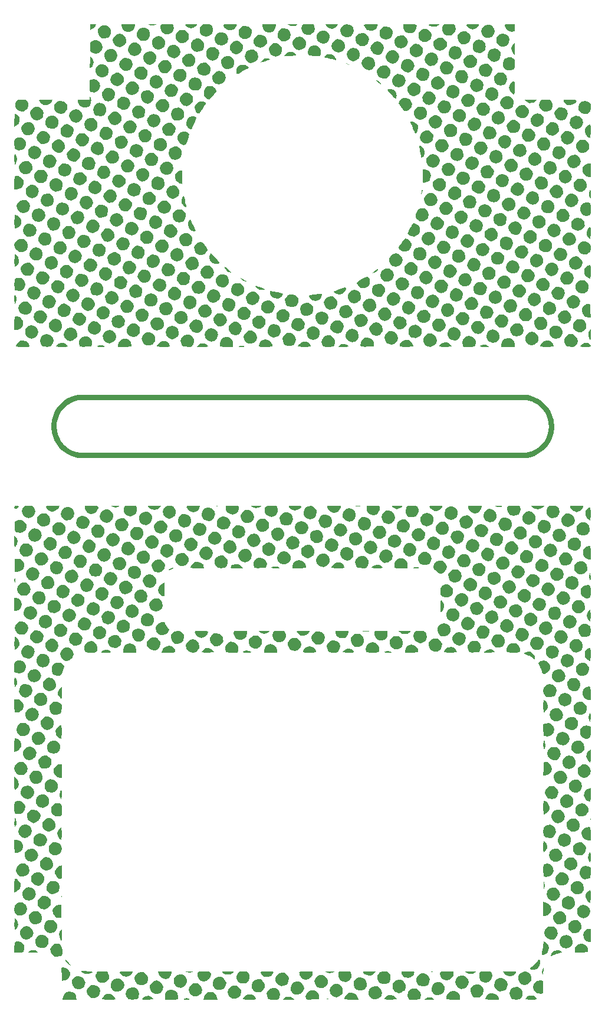
<source format=gbr>
G04 #@! TF.GenerationSoftware,KiCad,Pcbnew,6.0.11-2627ca5db0~126~ubuntu22.04.1*
G04 #@! TF.CreationDate,2025-05-27T11:15:30+02:00*
G04 #@! TF.ProjectId,TopCoverQPCR,546f7043-6f76-4657-9251-5043522e6b69,rev?*
G04 #@! TF.SameCoordinates,Original*
G04 #@! TF.FileFunction,Copper,L1,Top*
G04 #@! TF.FilePolarity,Positive*
%FSLAX46Y46*%
G04 Gerber Fmt 4.6, Leading zero omitted, Abs format (unit mm)*
G04 Created by KiCad (PCBNEW 6.0.11-2627ca5db0~126~ubuntu22.04.1) date 2025-05-27 11:15:30*
%MOMM*%
%LPD*%
G01*
G04 APERTURE LIST*
G04 APERTURE END LIST*
G36*
X72355947Y-99706577D02*
G01*
X72361884Y-99710258D01*
X72638307Y-99965263D01*
X72780563Y-100309963D01*
X72805753Y-100590339D01*
X72730473Y-100932363D01*
X72529574Y-101207469D01*
X72240463Y-101396409D01*
X71900550Y-101479936D01*
X71547243Y-101438799D01*
X71340849Y-101344094D01*
X71142375Y-101165571D01*
X70978913Y-100929074D01*
X70971908Y-100914782D01*
X70882049Y-100559727D01*
X70934304Y-100225407D01*
X71100920Y-99935872D01*
X71354146Y-99715171D01*
X71666227Y-99587355D01*
X72009412Y-99576474D01*
X72355947Y-99706577D01*
G37*
G36*
X81164758Y-44153234D02*
G01*
X81365904Y-44299882D01*
X81403644Y-44332570D01*
X81668814Y-44652494D01*
X81768541Y-44999858D01*
X81700897Y-45367661D01*
X81693667Y-45385098D01*
X81472592Y-45725000D01*
X81170127Y-45941014D01*
X80820550Y-46021005D01*
X80458141Y-45952839D01*
X80307997Y-45875644D01*
X80037406Y-45654687D01*
X79896463Y-45387391D01*
X79856589Y-45026901D01*
X79932295Y-44648977D01*
X80145449Y-44354569D01*
X80475103Y-44165937D01*
X80716309Y-44113211D01*
X80977193Y-44100255D01*
X81164758Y-44153234D01*
G37*
G36*
X138294320Y-100177620D02*
G01*
X138614151Y-100312545D01*
X138861745Y-100546847D01*
X139018410Y-100848062D01*
X139065454Y-101183729D01*
X138984184Y-101521385D01*
X138830254Y-101753654D01*
X138522505Y-101979097D01*
X138153130Y-102071514D01*
X137774151Y-102023757D01*
X137567521Y-101927192D01*
X137324299Y-101686169D01*
X137171386Y-101358224D01*
X137136849Y-101011817D01*
X137153233Y-100916670D01*
X137297396Y-100621154D01*
X137544555Y-100362394D01*
X137836145Y-100197002D01*
X137920947Y-100174532D01*
X138294320Y-100177620D01*
G37*
G36*
X68167768Y-111738359D02*
G01*
X68408259Y-111899721D01*
X68578939Y-112074352D01*
X68660842Y-112247186D01*
X68685021Y-112493860D01*
X68685686Y-112575426D01*
X68668790Y-112860445D01*
X68598700Y-113055070D01*
X68446311Y-113236530D01*
X68430836Y-113251681D01*
X68102711Y-113477444D01*
X67750027Y-113559236D01*
X67453957Y-113505827D01*
X67112249Y-113293846D01*
X66880904Y-112994096D01*
X66808370Y-112780714D01*
X66809218Y-112399985D01*
X66942832Y-112078665D01*
X67177352Y-111834300D01*
X67480921Y-111684431D01*
X67821679Y-111646603D01*
X68167768Y-111738359D01*
G37*
G36*
X139683869Y-43196604D02*
G01*
X139990778Y-43403320D01*
X140187549Y-43724572D01*
X140255920Y-44135262D01*
X140218976Y-44382978D01*
X140085238Y-44604643D01*
X139967091Y-44732133D01*
X139753059Y-44917113D01*
X139549984Y-45000825D01*
X139280957Y-45020000D01*
X138993190Y-44996542D01*
X138787042Y-44904956D01*
X138641586Y-44778739D01*
X138421939Y-44460261D01*
X138341984Y-44113629D01*
X138388380Y-43773163D01*
X138547783Y-43473184D01*
X138806852Y-43248012D01*
X139152244Y-43131966D01*
X139285092Y-43123466D01*
X139683869Y-43196604D01*
G37*
G36*
X129413969Y-45944045D02*
G01*
X129699279Y-46147141D01*
X129901515Y-46432392D01*
X129976990Y-46751404D01*
X129907377Y-47142978D01*
X129718937Y-47464622D01*
X129442269Y-47692248D01*
X129107974Y-47801772D01*
X128746651Y-47769106D01*
X128702743Y-47754419D01*
X128461330Y-47602599D01*
X128235310Y-47359362D01*
X128084006Y-47093531D01*
X128059799Y-47008523D01*
X128065219Y-46627379D01*
X128213785Y-46295646D01*
X128480080Y-46041513D01*
X128838691Y-45893169D01*
X129089293Y-45866666D01*
X129413969Y-45944045D01*
G37*
G36*
X63952344Y-48710046D02*
G01*
X64279108Y-48874323D01*
X64517743Y-49158345D01*
X64521706Y-49165895D01*
X64635983Y-49539173D01*
X64606033Y-49891501D01*
X64457144Y-50198082D01*
X64214605Y-50434117D01*
X63903707Y-50574805D01*
X63549737Y-50595349D01*
X63186252Y-50475463D01*
X62910385Y-50240813D01*
X62753075Y-49927914D01*
X62713883Y-49579379D01*
X62792369Y-49237823D01*
X62988093Y-48945860D01*
X63203641Y-48789099D01*
X63579755Y-48677607D01*
X63952344Y-48710046D01*
G37*
G36*
X109378782Y-116999641D02*
G01*
X109518200Y-117024362D01*
X109506555Y-117069711D01*
X109504080Y-117071333D01*
X109292423Y-117135855D01*
X109007481Y-117140790D01*
X108735004Y-117086135D01*
X108697057Y-117071333D01*
X108656233Y-117030450D01*
X108768854Y-117005284D01*
X109042532Y-116994294D01*
X109079331Y-116993913D01*
X109378782Y-116999641D01*
G37*
G36*
X140241939Y-52190731D02*
G01*
X140533782Y-52373978D01*
X140739843Y-52659051D01*
X140816667Y-52936333D01*
X140789925Y-53311071D01*
X140636549Y-53632375D01*
X140388024Y-53875057D01*
X140075836Y-54013930D01*
X139731471Y-54023807D01*
X139533846Y-53962508D01*
X139197635Y-53753092D01*
X139006581Y-53475532D01*
X138939844Y-53097758D01*
X138939198Y-53047499D01*
X138954690Y-52772109D01*
X139022518Y-52587671D01*
X139174709Y-52417018D01*
X139216625Y-52379054D01*
X139546869Y-52180560D01*
X139900804Y-52122023D01*
X140241939Y-52190731D01*
G37*
G36*
X65061823Y-52230770D02*
G01*
X65329947Y-52447510D01*
X65506562Y-52741421D01*
X65558883Y-53091670D01*
X65544393Y-53210274D01*
X65402979Y-53567506D01*
X65154863Y-53826841D01*
X64837323Y-53975223D01*
X64487642Y-53999597D01*
X64143098Y-53886907D01*
X63969360Y-53761833D01*
X63745413Y-53462348D01*
X63649318Y-53112397D01*
X63679082Y-52756997D01*
X63832710Y-52441166D01*
X64036234Y-52251903D01*
X64382183Y-52112134D01*
X64734974Y-52112034D01*
X65061823Y-52230770D01*
G37*
G36*
X88360636Y-36759204D02*
G01*
X88669383Y-36955941D01*
X88870638Y-37269217D01*
X88946078Y-37680348D01*
X88946221Y-37700595D01*
X88909277Y-37948311D01*
X88775539Y-38169976D01*
X88657392Y-38297466D01*
X88440300Y-38483964D01*
X88234198Y-38567621D01*
X87989249Y-38585333D01*
X87593479Y-38523956D01*
X87388150Y-38411457D01*
X87144809Y-38128803D01*
X87037810Y-37799435D01*
X87055141Y-37459176D01*
X87184793Y-37143848D01*
X87414755Y-36889272D01*
X87733018Y-36731273D01*
X87962722Y-36697692D01*
X88360636Y-36759204D01*
G37*
G36*
X79528631Y-51903591D02*
G01*
X79530742Y-51904478D01*
X79875518Y-52104762D01*
X80075184Y-52369000D01*
X80151512Y-52729355D01*
X80153913Y-52825167D01*
X80138421Y-53100557D01*
X80070593Y-53284994D01*
X79918402Y-53455647D01*
X79876486Y-53493611D01*
X79631410Y-53667429D01*
X79367704Y-53734997D01*
X79219465Y-53740666D01*
X78915936Y-53708196D01*
X78674843Y-53585948D01*
X78562444Y-53493611D01*
X78390667Y-53317369D01*
X78308934Y-53142470D01*
X78285502Y-52892190D01*
X78285017Y-52823099D01*
X78308300Y-52516373D01*
X78393422Y-52302531D01*
X78488646Y-52183611D01*
X78815346Y-51936055D01*
X79171545Y-51840160D01*
X79528631Y-51903591D01*
G37*
G36*
X106355888Y-75963114D02*
G01*
X106365155Y-75967840D01*
X106554022Y-76083921D01*
X106598854Y-76167680D01*
X106493375Y-76222538D01*
X106231307Y-76251913D01*
X105830000Y-76259324D01*
X105044214Y-76256648D01*
X105282563Y-76047657D01*
X105599714Y-75875953D01*
X105971443Y-75846743D01*
X106355888Y-75963114D01*
G37*
G36*
X107392931Y-73715758D02*
G01*
X107747598Y-73895880D01*
X107970751Y-74182474D01*
X108058636Y-74570393D01*
X108059933Y-74630884D01*
X108037113Y-74898552D01*
X107944089Y-75101130D01*
X107771104Y-75296800D01*
X107544310Y-75488136D01*
X107330312Y-75570255D01*
X107155218Y-75581666D01*
X106885043Y-75551864D01*
X106656813Y-75482956D01*
X106636292Y-75472463D01*
X106349317Y-75221951D01*
X106188100Y-74873250D01*
X106160498Y-74659025D01*
X106226024Y-74282438D01*
X106421372Y-73975943D01*
X106712887Y-73765299D01*
X107066915Y-73676262D01*
X107392931Y-73715758D01*
G37*
G36*
X91214237Y-101902402D02*
G01*
X91507514Y-102106278D01*
X91690215Y-102428963D01*
X91749565Y-102832478D01*
X91676541Y-103210760D01*
X91459797Y-103499345D01*
X91189018Y-103660610D01*
X90930021Y-103752223D01*
X90729412Y-103761658D01*
X90496793Y-103688489D01*
X90422505Y-103657007D01*
X90103059Y-103438158D01*
X89922310Y-103122459D01*
X89880669Y-102824289D01*
X89947243Y-102403808D01*
X90138714Y-102089496D01*
X90442705Y-101894392D01*
X90823333Y-101831333D01*
X91214237Y-101902402D01*
G37*
G36*
X117444894Y-166140413D02*
G01*
X117779809Y-166269423D01*
X118047075Y-166485945D01*
X118130231Y-166608545D01*
X118243208Y-166978892D01*
X118212197Y-167327639D01*
X118063081Y-167630740D01*
X117821745Y-167864149D01*
X117514070Y-168003820D01*
X117165942Y-168025705D01*
X116803243Y-167905760D01*
X116760521Y-167881030D01*
X116492820Y-167633175D01*
X116353368Y-167321046D01*
X116334699Y-166982234D01*
X116429345Y-166654335D01*
X116629839Y-166374942D01*
X116928714Y-166181650D01*
X117108352Y-166129844D01*
X117444894Y-166140413D01*
G37*
G36*
X105092065Y-167643401D02*
G01*
X105298459Y-167745944D01*
X105477458Y-167905200D01*
X105665297Y-168122995D01*
X105749198Y-168329851D01*
X105766288Y-168563694D01*
X105703943Y-168962398D01*
X105509669Y-169260897D01*
X105255651Y-169438150D01*
X104909299Y-169552611D01*
X104580377Y-169512425D01*
X104348800Y-169399547D01*
X104081749Y-169186726D01*
X103940471Y-168925737D01*
X103897458Y-168564549D01*
X103897392Y-168545766D01*
X103924043Y-168287386D01*
X104028383Y-168081108D01*
X104186221Y-167905200D01*
X104408016Y-167716346D01*
X104618902Y-167632833D01*
X104831840Y-167617333D01*
X105092065Y-167643401D01*
G37*
G36*
X103791204Y-169818711D02*
G01*
X103894481Y-169857967D01*
X103864059Y-169879608D01*
X103685119Y-169888078D01*
X103557592Y-169888778D01*
X103309629Y-169884638D01*
X103216610Y-169869255D01*
X103263717Y-169838186D01*
X103323980Y-169818711D01*
X103587807Y-169790218D01*
X103791204Y-169818711D01*
G37*
G36*
X124975919Y-43405392D02*
G01*
X125269757Y-43564819D01*
X125493412Y-43819324D01*
X125614603Y-44152974D01*
X125617323Y-44457276D01*
X125493003Y-44821858D01*
X125250670Y-45089422D01*
X124921735Y-45243539D01*
X124537608Y-45267784D01*
X124222176Y-45186892D01*
X123955267Y-44997414D01*
X123788223Y-44710565D01*
X123727561Y-44370462D01*
X123779801Y-44021221D01*
X123951462Y-43706958D01*
X123996095Y-43656940D01*
X124306808Y-43435518D01*
X124644176Y-43356981D01*
X124975919Y-43405392D01*
G37*
G36*
X98318933Y-169520949D02*
G01*
X98573376Y-169662590D01*
X98604527Y-169688991D01*
X98842876Y-169897982D01*
X97143880Y-169897982D01*
X97382229Y-169688991D01*
X97633560Y-169532666D01*
X97945619Y-169480584D01*
X97993378Y-169480000D01*
X98318933Y-169520949D01*
G37*
G36*
X137659555Y-56485621D02*
G01*
X137879928Y-56615558D01*
X138013244Y-56737866D01*
X138201083Y-56955662D01*
X138284984Y-57162517D01*
X138302074Y-57396361D01*
X138239050Y-57795519D01*
X138045199Y-58089851D01*
X137741526Y-58279276D01*
X137482529Y-58370890D01*
X137281921Y-58380324D01*
X137049302Y-58307156D01*
X136975013Y-58275674D01*
X136655052Y-58056179D01*
X136473885Y-57740415D01*
X136433177Y-57451144D01*
X136500786Y-57029463D01*
X136695643Y-56713888D01*
X137005799Y-56516662D01*
X137410465Y-56450000D01*
X137659555Y-56485621D01*
G37*
G36*
X83983478Y-58096029D02*
G01*
X84013106Y-58164500D01*
X84076758Y-58311795D01*
X84190627Y-58563110D01*
X84332011Y-58869516D01*
X84478209Y-59182088D01*
X84606522Y-59451898D01*
X84680915Y-59603833D01*
X84628460Y-59645112D01*
X84458221Y-59666504D01*
X84409824Y-59667333D01*
X84085845Y-59598032D01*
X83845326Y-59434500D01*
X83615187Y-59127015D01*
X83521195Y-58763826D01*
X83571622Y-58394433D01*
X83645168Y-58236776D01*
X83787325Y-58034965D01*
X83893558Y-57989333D01*
X83983478Y-58096029D01*
G37*
G36*
X115905058Y-119025966D02*
G01*
X116251366Y-119195959D01*
X116477899Y-119485358D01*
X116544414Y-119663166D01*
X116588470Y-119852000D01*
X116578141Y-119980034D01*
X116489437Y-120059022D01*
X116298364Y-120100722D01*
X115980931Y-120116886D01*
X115613389Y-120119333D01*
X114686020Y-120119333D01*
X114686020Y-119857236D01*
X114762200Y-119514211D01*
X114967502Y-119239266D01*
X115267068Y-119056171D01*
X115626040Y-118988697D01*
X115905058Y-119025966D01*
G37*
G36*
X76454139Y-47238980D02*
G01*
X76477309Y-47248315D01*
X76807881Y-47459236D01*
X77009705Y-47739597D01*
X77089898Y-48057165D01*
X77055575Y-48379705D01*
X76913853Y-48674984D01*
X76671848Y-48910768D01*
X76336677Y-49054822D01*
X76072045Y-49084000D01*
X75823500Y-49047178D01*
X75601094Y-48913887D01*
X75473177Y-48796133D01*
X75283648Y-48574990D01*
X75199859Y-48364717D01*
X75184348Y-48153036D01*
X75255484Y-47762303D01*
X75448549Y-47454176D01*
X75733024Y-47250011D01*
X76078393Y-47171161D01*
X76454139Y-47238980D01*
G37*
G36*
X89469168Y-34555661D02*
G01*
X89781770Y-34683986D01*
X90034202Y-34938443D01*
X90050212Y-34963722D01*
X90191404Y-35330292D01*
X90189924Y-35697341D01*
X90056614Y-36025855D01*
X89802317Y-36276822D01*
X89665381Y-36348336D01*
X89356053Y-36448230D01*
X89098766Y-36444392D01*
X88810064Y-36335247D01*
X88803589Y-36332074D01*
X88553187Y-36129859D01*
X88360103Y-35831297D01*
X88268817Y-35508892D01*
X88266622Y-35456833D01*
X88338782Y-35104149D01*
X88531202Y-34827713D01*
X88807798Y-34637501D01*
X89132482Y-34543492D01*
X89469168Y-34555661D01*
G37*
G36*
X114422360Y-31580744D02*
G01*
X114625616Y-31673458D01*
X114821940Y-31845866D01*
X115011425Y-32066922D01*
X115095217Y-32277105D01*
X115110769Y-32489333D01*
X115084614Y-32748691D01*
X114981728Y-32954397D01*
X114821940Y-33132800D01*
X114604849Y-33319297D01*
X114398746Y-33402954D01*
X114153798Y-33420666D01*
X113768089Y-33363109D01*
X113562153Y-33254203D01*
X113296794Y-32951950D01*
X113188925Y-32593493D01*
X113231789Y-32235490D01*
X113412506Y-31875711D01*
X113696958Y-31649939D01*
X114083008Y-31559744D01*
X114153798Y-31558000D01*
X114422360Y-31580744D01*
G37*
G36*
X113198647Y-33742893D02*
G01*
X113246168Y-33761106D01*
X113568564Y-33975119D01*
X113772168Y-34277700D01*
X113847680Y-34628671D01*
X113785799Y-34987855D01*
X113600154Y-35290321D01*
X113293491Y-35523152D01*
X112942072Y-35616501D01*
X112588822Y-35566097D01*
X112330422Y-35416627D01*
X112066399Y-35111875D01*
X111936604Y-34771245D01*
X111954505Y-34433353D01*
X111970735Y-34385362D01*
X112180784Y-34028209D01*
X112476396Y-33791830D01*
X112826155Y-33691599D01*
X113198647Y-33742893D01*
G37*
G36*
X134663693Y-51866987D02*
G01*
X134961805Y-52064903D01*
X135161473Y-52352515D01*
X135242930Y-52695255D01*
X135186406Y-53058554D01*
X135106560Y-53226562D01*
X134854910Y-53506571D01*
X134526286Y-53669611D01*
X134168847Y-53697892D01*
X133969676Y-53646494D01*
X133624958Y-53431394D01*
X133398701Y-53129668D01*
X133307277Y-52776235D01*
X133367053Y-52406014D01*
X133376763Y-52381719D01*
X133594762Y-52048710D01*
X133913187Y-51851786D01*
X134286908Y-51793333D01*
X134663693Y-51866987D01*
G37*
G36*
X110624626Y-38034890D02*
G01*
X110676435Y-38048385D01*
X110796109Y-38111484D01*
X110957186Y-38232071D01*
X111119492Y-38373993D01*
X111242853Y-38501100D01*
X111287095Y-38577241D01*
X111273126Y-38585333D01*
X111185211Y-38537085D01*
X111012874Y-38414053D01*
X110896196Y-38323994D01*
X110671380Y-38145325D01*
X110562348Y-38051591D01*
X110552347Y-38021782D01*
X110624626Y-38034890D01*
G37*
G36*
X78073576Y-74180664D02*
G01*
X78385802Y-74309916D01*
X78625190Y-74535576D01*
X78778949Y-74825426D01*
X78834289Y-75147251D01*
X78778418Y-75468833D01*
X78598544Y-75757957D01*
X78393322Y-75922977D01*
X78006413Y-76071935D01*
X77619148Y-76052299D01*
X77338089Y-75929569D01*
X77091459Y-75689168D01*
X76940444Y-75357443D01*
X76910669Y-74997368D01*
X76924524Y-74913214D01*
X77071233Y-74601465D01*
X77333470Y-74343208D01*
X77656877Y-74189748D01*
X77701305Y-74180035D01*
X78073576Y-74180664D01*
G37*
G36*
X84258680Y-69026486D02*
G01*
X84539142Y-69238859D01*
X84620037Y-69349228D01*
X84759919Y-69712077D01*
X84754587Y-70062782D01*
X84628212Y-70376040D01*
X84404965Y-70626548D01*
X84109018Y-70789002D01*
X83764543Y-70838100D01*
X83395710Y-70748538D01*
X83319362Y-70710797D01*
X83038743Y-70471054D01*
X82878669Y-70145399D01*
X82849274Y-69776616D01*
X82960687Y-69407490D01*
X82995988Y-69345111D01*
X83241618Y-69090007D01*
X83564334Y-68951945D01*
X83918549Y-68930810D01*
X84258680Y-69026486D01*
G37*
G36*
X129817925Y-109750038D02*
G01*
X130190070Y-109898946D01*
X130445284Y-110135696D01*
X130587315Y-110428938D01*
X130619913Y-110747320D01*
X130546824Y-111059490D01*
X130371799Y-111334098D01*
X130098585Y-111539792D01*
X129730931Y-111645221D01*
X129590440Y-111652666D01*
X129341895Y-111615845D01*
X129119489Y-111482554D01*
X128991572Y-111364800D01*
X128762258Y-111034633D01*
X128698652Y-110669155D01*
X128801397Y-110273156D01*
X128835810Y-110202458D01*
X129048993Y-109956397D01*
X129357646Y-109790302D01*
X129694621Y-109735108D01*
X129817925Y-109750038D01*
G37*
G36*
X93031015Y-68354085D02*
G01*
X93368077Y-68499420D01*
X93621613Y-68765161D01*
X93765465Y-69128283D01*
X93788361Y-69365928D01*
X93751417Y-69613645D01*
X93617680Y-69835309D01*
X93499532Y-69962800D01*
X93167006Y-70190155D01*
X92799282Y-70254625D01*
X92413408Y-70154453D01*
X92289260Y-70087569D01*
X92054851Y-69861606D01*
X91899177Y-69550623D01*
X91852039Y-69223944D01*
X91868888Y-69109695D01*
X92014496Y-68805727D01*
X92260054Y-68542650D01*
X92549927Y-68375362D01*
X92636584Y-68352179D01*
X93031015Y-68354085D01*
G37*
G36*
X99128253Y-118026010D02*
G01*
X99334291Y-118117457D01*
X99482184Y-118245817D01*
X99729115Y-118586892D01*
X99809364Y-118943134D01*
X99722305Y-119300962D01*
X99543106Y-119566473D01*
X99236981Y-119794416D01*
X98864596Y-119883275D01*
X98573833Y-119850835D01*
X98247834Y-119683111D01*
X98003084Y-119399930D01*
X97875940Y-119049155D01*
X97865953Y-118919037D01*
X97894869Y-118664434D01*
X98005795Y-118455279D01*
X98154783Y-118290533D01*
X98368815Y-118105552D01*
X98571890Y-118021841D01*
X98840916Y-118002666D01*
X99128253Y-118026010D01*
G37*
G36*
X81522634Y-107950935D02*
G01*
X81463182Y-107993702D01*
X81289430Y-108085631D01*
X81083862Y-108185455D01*
X80839878Y-108294804D01*
X80728285Y-108327701D01*
X80731688Y-108287616D01*
X80763735Y-108249290D01*
X80895755Y-108155296D01*
X81099116Y-108056658D01*
X81312643Y-107977424D01*
X81475160Y-107941644D01*
X81522634Y-107950935D01*
G37*
G36*
X139590795Y-63362457D02*
G01*
X139874992Y-63569226D01*
X140080056Y-63859933D01*
X140169689Y-64206983D01*
X140170970Y-64254296D01*
X140142055Y-64508898D01*
X140031129Y-64718053D01*
X139882141Y-64882800D01*
X139665050Y-65069297D01*
X139458947Y-65152954D01*
X139213998Y-65170666D01*
X138828290Y-65113109D01*
X138622353Y-65004203D01*
X138359878Y-64706970D01*
X138242112Y-64366505D01*
X138262793Y-64017246D01*
X138415660Y-63693635D01*
X138694450Y-63430112D01*
X138930196Y-63311098D01*
X139263764Y-63267216D01*
X139590795Y-63362457D01*
G37*
G36*
X65075774Y-141723426D02*
G01*
X65246898Y-141784577D01*
X65348753Y-141921099D01*
X65398799Y-142161301D01*
X65414496Y-142533493D01*
X65415117Y-142677696D01*
X65415117Y-143470768D01*
X65147591Y-143563717D01*
X64903745Y-143636167D01*
X64720831Y-143638916D01*
X64505957Y-143568258D01*
X64427856Y-143535007D01*
X64107895Y-143315512D01*
X63926728Y-142999748D01*
X63886020Y-142710478D01*
X63953812Y-142293780D01*
X64146163Y-141976207D01*
X64446535Y-141775526D01*
X64817923Y-141709333D01*
X65075774Y-141723426D01*
G37*
G36*
X75817608Y-113271074D02*
G01*
X76139279Y-113438636D01*
X76357946Y-113714762D01*
X76459804Y-114063902D01*
X76431053Y-114450503D01*
X76357107Y-114660699D01*
X76162781Y-114899151D01*
X75865683Y-115058708D01*
X75520533Y-115124007D01*
X75182046Y-115079686D01*
X75056923Y-115025728D01*
X74770642Y-114789144D01*
X74620424Y-114460483D01*
X74591588Y-114182918D01*
X74661345Y-113783947D01*
X74857994Y-113479050D01*
X75156221Y-113287051D01*
X75530715Y-113226777D01*
X75817608Y-113271074D01*
G37*
G36*
X78936338Y-42889501D02*
G01*
X79227997Y-43049625D01*
X79450469Y-43304291D01*
X79571764Y-43637417D01*
X79574940Y-43946031D01*
X79451586Y-44300604D01*
X79212482Y-44564933D01*
X78894955Y-44722238D01*
X78536333Y-44755740D01*
X78173942Y-44648659D01*
X78102638Y-44607859D01*
X77859416Y-44366836D01*
X77706503Y-44038891D01*
X77671967Y-43692484D01*
X77688350Y-43597336D01*
X77786419Y-43379516D01*
X77949324Y-43155337D01*
X77966156Y-43137220D01*
X78273426Y-42917215D01*
X78607484Y-42840003D01*
X78936338Y-42889501D01*
G37*
G36*
X77688688Y-65248575D02*
G01*
X77973052Y-65456082D01*
X78170232Y-65753860D01*
X78242542Y-66096512D01*
X78171642Y-66502715D01*
X77965360Y-66815398D01*
X77675733Y-67002551D01*
X77361692Y-67101306D01*
X77105490Y-67086987D01*
X76832924Y-66953076D01*
X76789720Y-66924739D01*
X76513469Y-66647584D01*
X76382420Y-66392212D01*
X76313897Y-66151894D01*
X76321983Y-65967793D01*
X76411517Y-65742642D01*
X76415113Y-65735075D01*
X76653985Y-65411513D01*
X76994152Y-65222045D01*
X77354845Y-65170666D01*
X77688688Y-65248575D01*
G37*
G36*
X120348091Y-101375239D02*
G01*
X120664735Y-101542291D01*
X120902690Y-101830869D01*
X120922266Y-101869731D01*
X121013734Y-102227899D01*
X120965030Y-102569104D01*
X120802971Y-102867667D01*
X120554373Y-103097907D01*
X120246053Y-103234145D01*
X119904827Y-103250701D01*
X119592941Y-103142715D01*
X119313698Y-102898540D01*
X119150165Y-102572018D01*
X119110389Y-102209834D01*
X119202417Y-101858670D01*
X119337024Y-101658108D01*
X119643136Y-101427661D01*
X119993858Y-101335200D01*
X120348091Y-101375239D01*
G37*
G36*
X100487099Y-116993870D02*
G01*
X100794981Y-117014023D01*
X100973754Y-117044936D01*
X101009097Y-117069997D01*
X100956803Y-117180719D01*
X100826312Y-117355201D01*
X100775485Y-117413891D01*
X100489796Y-117621535D01*
X100135962Y-117723589D01*
X99782795Y-117703923D01*
X99682870Y-117670020D01*
X99519272Y-117558964D01*
X99340866Y-117382454D01*
X99197798Y-117196866D01*
X99140201Y-117059915D01*
X99219424Y-117030481D01*
X99434237Y-117006695D01*
X99750357Y-116991242D01*
X100074649Y-116986666D01*
X100487099Y-116993870D01*
G37*
G36*
X85309739Y-107177976D02*
G01*
X85442040Y-107249072D01*
X85619173Y-107362097D01*
X85713418Y-107432729D01*
X85718127Y-107439814D01*
X85739036Y-107527999D01*
X85790082Y-107712749D01*
X85797147Y-107737392D01*
X85876167Y-108012000D01*
X84905174Y-108012000D01*
X84487369Y-108010395D01*
X84210537Y-108002052D01*
X84045755Y-107981674D01*
X83964103Y-107943965D01*
X83936659Y-107883630D01*
X83934181Y-107834200D01*
X83991728Y-107670660D01*
X84137280Y-107462023D01*
X84223010Y-107368533D01*
X84555011Y-107141161D01*
X84922094Y-107077168D01*
X85309739Y-107177976D01*
G37*
G36*
X126483230Y-76010958D02*
G01*
X126579997Y-76081112D01*
X126791371Y-76256366D01*
X126072332Y-76259183D01*
X125727090Y-76258005D01*
X125525494Y-76247124D01*
X125441332Y-76220525D01*
X125448388Y-76172192D01*
X125490165Y-76125583D01*
X125658032Y-76030951D01*
X125911033Y-75960362D01*
X125997830Y-75947512D01*
X126280495Y-75940728D01*
X126483230Y-76010958D01*
G37*
G36*
X76656747Y-61796256D02*
G01*
X77001821Y-61992795D01*
X77054831Y-62039477D01*
X77213480Y-62215049D01*
X77288203Y-62400686D01*
X77308012Y-62672107D01*
X77308094Y-62700456D01*
X77290463Y-62985923D01*
X77217194Y-63184086D01*
X77057726Y-63375120D01*
X77046710Y-63386153D01*
X76847142Y-63553813D01*
X76642587Y-63629778D01*
X76373646Y-63646666D01*
X76088796Y-63626829D01*
X75887267Y-63545618D01*
X75700582Y-63386153D01*
X75524749Y-63173622D01*
X75450578Y-62951493D01*
X75439198Y-62743057D01*
X75509083Y-62342554D01*
X75697555Y-62033785D01*
X75972839Y-61830588D01*
X76303162Y-61746799D01*
X76656747Y-61796256D01*
G37*
G36*
X134810942Y-161629635D02*
G01*
X135103868Y-161854403D01*
X135280360Y-162148240D01*
X135346685Y-162476894D01*
X135309112Y-162806115D01*
X135173911Y-163101653D01*
X134947350Y-163329258D01*
X134635699Y-163454678D01*
X134474341Y-163468666D01*
X134349044Y-163445633D01*
X134328733Y-163343233D01*
X134352627Y-163235833D01*
X134391842Y-163045358D01*
X134442220Y-162742454D01*
X134494707Y-162382825D01*
X134510498Y-162264635D01*
X134606756Y-161526270D01*
X134810942Y-161629635D01*
G37*
G36*
X85063985Y-32041861D02*
G01*
X85406786Y-32182577D01*
X85681451Y-32428827D01*
X85842897Y-32750808D01*
X85853971Y-32800618D01*
X85852289Y-33179293D01*
X85717694Y-33500509D01*
X85482497Y-33746095D01*
X85179011Y-33897881D01*
X84839548Y-33937694D01*
X84496419Y-33847365D01*
X84266969Y-33693086D01*
X84069975Y-33462751D01*
X83974303Y-33180998D01*
X83958808Y-33071811D01*
X83945808Y-32811797D01*
X83998965Y-32624858D01*
X84146103Y-32424382D01*
X84178900Y-32386768D01*
X84397944Y-32189679D01*
X84628817Y-32057475D01*
X84698131Y-32036485D01*
X85063985Y-32041861D01*
G37*
G36*
X141360268Y-134930234D02*
G01*
X141357653Y-135305742D01*
X141350562Y-135609550D01*
X141340121Y-135807589D01*
X141329249Y-135867333D01*
X141248385Y-135820612D01*
X141093900Y-135707097D01*
X141080549Y-135696676D01*
X140839482Y-135411123D01*
X140729931Y-135066083D01*
X140750981Y-134706628D01*
X140901718Y-134377834D01*
X141111535Y-134169659D01*
X141360268Y-133993136D01*
X141360268Y-134930234D01*
G37*
G36*
X130437593Y-43700842D02*
G01*
X130749607Y-43836196D01*
X131017098Y-44088621D01*
X131190642Y-44405928D01*
X131220933Y-44528011D01*
X131206018Y-44896202D01*
X131055188Y-45209070D01*
X130799102Y-45444645D01*
X130468415Y-45580959D01*
X130093786Y-45596044D01*
X129828865Y-45525559D01*
X129622661Y-45370513D01*
X129439963Y-45113669D01*
X129321318Y-44821707D01*
X129297709Y-44652063D01*
X129374598Y-44301578D01*
X129580202Y-44002678D01*
X129875482Y-43787941D01*
X130221397Y-43689944D01*
X130437593Y-43700842D01*
G37*
G36*
X141330002Y-154234298D02*
G01*
X141346434Y-154448411D01*
X141357108Y-154763498D01*
X141360268Y-155086666D01*
X141354037Y-155460902D01*
X141337142Y-155763345D01*
X141312279Y-155959825D01*
X141286774Y-156018000D01*
X141174730Y-155970089D01*
X141004289Y-155854110D01*
X140995599Y-155847342D01*
X140756221Y-155563662D01*
X140646023Y-155219948D01*
X140664322Y-154861738D01*
X140810433Y-154534570D01*
X141018461Y-154326091D01*
X141193233Y-154211417D01*
X141303285Y-154156214D01*
X141309669Y-154155333D01*
X141330002Y-154234298D01*
G37*
G36*
X76030002Y-107674280D02*
G01*
X76352830Y-107787690D01*
X76616961Y-108017517D01*
X76703503Y-108154600D01*
X76800746Y-108517028D01*
X76754542Y-108894750D01*
X76576822Y-109234557D01*
X76427416Y-109385950D01*
X76159910Y-109507248D01*
X75822415Y-109535000D01*
X75484921Y-109471629D01*
X75246781Y-109345079D01*
X75006041Y-109047671D01*
X74902751Y-108677702D01*
X74938822Y-108313809D01*
X75102886Y-107997053D01*
X75365675Y-107782512D01*
X75687832Y-107673738D01*
X76030002Y-107674280D01*
G37*
G36*
X81596732Y-73298229D02*
G01*
X81942778Y-73487985D01*
X82156770Y-73783386D01*
X82234899Y-74179007D01*
X82235184Y-74207551D01*
X82212364Y-74475218D01*
X82119340Y-74677797D01*
X81946355Y-74873466D01*
X81724560Y-75062320D01*
X81513674Y-75145833D01*
X81300736Y-75161333D01*
X81040511Y-75135265D01*
X80834117Y-75032722D01*
X80655117Y-74873466D01*
X80467996Y-74657099D01*
X80384059Y-74451683D01*
X80366288Y-74207551D01*
X80438637Y-73817158D01*
X80635795Y-73511994D01*
X80927930Y-73314104D01*
X81285209Y-73245537D01*
X81596732Y-73298229D01*
G37*
G36*
X135685544Y-110194216D02*
G01*
X135965494Y-110403960D01*
X136164682Y-110711808D01*
X136220805Y-110890674D01*
X136212661Y-111197624D01*
X136087454Y-111515740D01*
X135878250Y-111776907D01*
X135746342Y-111868062D01*
X135350927Y-111992388D01*
X134978798Y-111950459D01*
X134640636Y-111743808D01*
X134598261Y-111703466D01*
X134370145Y-111372049D01*
X134305459Y-111005550D01*
X134405967Y-110620963D01*
X134473074Y-110497228D01*
X134718596Y-110234082D01*
X135026347Y-110101229D01*
X135360579Y-110090623D01*
X135685544Y-110194216D01*
G37*
G36*
X62340201Y-131506402D02*
G01*
X62659599Y-131663503D01*
X62898594Y-131928924D01*
X63024835Y-132283680D01*
X63036522Y-132442232D01*
X62960146Y-132788919D01*
X62756978Y-133079531D01*
X62465961Y-133287777D01*
X62126036Y-133387364D01*
X61776145Y-133352001D01*
X61719800Y-133331225D01*
X61410240Y-133126078D01*
X61209425Y-132836081D01*
X61120299Y-132500522D01*
X61145804Y-132158688D01*
X61288884Y-131849865D01*
X61552481Y-131613343D01*
X61589594Y-131593099D01*
X61972749Y-131476606D01*
X62340201Y-131506402D01*
G37*
G36*
X94264735Y-106559551D02*
G01*
X94550815Y-106738220D01*
X94761703Y-107001234D01*
X94865458Y-107329470D01*
X94842244Y-107659244D01*
X94765284Y-107969666D01*
X93941629Y-107993843D01*
X93559639Y-108002457D01*
X93311935Y-107997130D01*
X93163083Y-107971706D01*
X93077649Y-107920024D01*
X93020199Y-107835928D01*
X93018876Y-107833472D01*
X92945434Y-107535467D01*
X92990050Y-107195716D01*
X93138023Y-106878141D01*
X93274758Y-106720833D01*
X93594765Y-106531735D01*
X93935404Y-106484348D01*
X94264735Y-106559551D01*
G37*
G36*
X71612127Y-35781880D02*
G01*
X71792355Y-35880257D01*
X72023858Y-36139415D01*
X72141857Y-36474541D01*
X72144380Y-36834437D01*
X72029453Y-37167898D01*
X71850222Y-37382390D01*
X71605505Y-37512985D01*
X71299503Y-37589730D01*
X71064281Y-37591222D01*
X70693244Y-37449026D01*
X70425686Y-37195209D01*
X70277439Y-36863211D01*
X70264336Y-36486473D01*
X70378312Y-36142278D01*
X70593635Y-35896692D01*
X70904200Y-35748620D01*
X71260274Y-35707278D01*
X71612127Y-35781880D01*
G37*
G36*
X95508596Y-68252199D02*
G01*
X95677086Y-68292571D01*
X95961004Y-68354127D01*
X96308977Y-68425848D01*
X96442759Y-68452574D01*
X96789613Y-68531742D01*
X97044652Y-68610864D01*
X97175556Y-68679226D01*
X97186070Y-68698987D01*
X97130434Y-68815776D01*
X96990481Y-68990339D01*
X96924971Y-69058820D01*
X96702722Y-69238779D01*
X96470596Y-69309707D01*
X96309084Y-69316333D01*
X96029424Y-69287252D01*
X95788693Y-69219200D01*
X95751558Y-69201180D01*
X95494448Y-68968755D01*
X95345185Y-68640444D01*
X95320469Y-68441625D01*
X95336086Y-68273567D01*
X95415690Y-68232865D01*
X95508596Y-68252199D01*
G37*
G36*
X62190858Y-116974426D02*
G01*
X62494467Y-117169541D01*
X62698107Y-117454099D01*
X62782348Y-117794853D01*
X62727759Y-118158557D01*
X62644352Y-118335229D01*
X62382463Y-118631920D01*
X62050471Y-118787436D01*
X61681809Y-118791715D01*
X61425365Y-118702158D01*
X61099179Y-118455964D01*
X60909202Y-118137995D01*
X60861160Y-117782839D01*
X60960776Y-117425080D01*
X61167338Y-117143260D01*
X61366958Y-116982807D01*
X61587393Y-116913426D01*
X61806710Y-116902000D01*
X62190858Y-116974426D01*
G37*
G36*
X135098300Y-135844140D02*
G01*
X135379605Y-136011630D01*
X135617341Y-136265104D01*
X135744804Y-136508454D01*
X135813327Y-136748772D01*
X135805241Y-136932872D01*
X135715708Y-137158023D01*
X135712112Y-137165590D01*
X135471522Y-137489586D01*
X135133591Y-137682166D01*
X134820567Y-137730000D01*
X134558717Y-137730000D01*
X134582736Y-136777500D01*
X134594292Y-136365335D01*
X134609033Y-136092550D01*
X134634281Y-135929241D01*
X134677357Y-135845502D01*
X134745583Y-135811431D01*
X134822055Y-135799970D01*
X135098300Y-135844140D01*
G37*
G36*
X80614957Y-35179410D02*
G01*
X80897848Y-35354829D01*
X81084153Y-35609035D01*
X81172446Y-35910811D01*
X81161305Y-36228935D01*
X81049304Y-36532189D01*
X80835022Y-36789353D01*
X80517032Y-36969207D01*
X80323813Y-37019499D01*
X80028787Y-37006510D01*
X79788467Y-36923106D01*
X79485460Y-36681337D01*
X79306874Y-36334055D01*
X79261940Y-35998737D01*
X79298884Y-35751021D01*
X79432622Y-35529356D01*
X79550769Y-35401866D01*
X79764801Y-35216886D01*
X79967876Y-35133174D01*
X80236903Y-35114000D01*
X80614957Y-35179410D01*
G37*
G36*
X128017802Y-68256371D02*
G01*
X128323864Y-68446743D01*
X128532346Y-68733092D01*
X128623113Y-69083703D01*
X128576031Y-69466861D01*
X128525604Y-69597689D01*
X128325709Y-69847590D01*
X128024960Y-70009958D01*
X127673861Y-70074191D01*
X127322911Y-70029684D01*
X127069158Y-69903490D01*
X126824968Y-69631822D01*
X126715112Y-69309735D01*
X126727735Y-68973094D01*
X126850983Y-68657762D01*
X127073002Y-68399606D01*
X127381937Y-68234489D01*
X127634294Y-68193692D01*
X128017802Y-68256371D01*
G37*
G36*
X65201880Y-101433217D02*
G01*
X65538579Y-101561709D01*
X65794470Y-101799158D01*
X65838344Y-101870831D01*
X65950688Y-102239991D01*
X65916982Y-102610562D01*
X65751848Y-102940046D01*
X65469911Y-103185950D01*
X65368763Y-103235405D01*
X65108514Y-103327943D01*
X64908844Y-103339115D01*
X64681391Y-103269025D01*
X64604050Y-103236311D01*
X64309452Y-103027655D01*
X64124093Y-102731977D01*
X64051064Y-102391234D01*
X64093454Y-102047383D01*
X64254355Y-101742381D01*
X64479778Y-101548992D01*
X64832803Y-101425154D01*
X65201880Y-101433217D01*
G37*
G36*
X134265541Y-167145815D02*
G01*
X134564281Y-167201673D01*
X134564281Y-168077778D01*
X134559942Y-168484940D01*
X134544052Y-168752647D01*
X134512306Y-168910625D01*
X134460397Y-168988596D01*
X134429909Y-169005274D01*
X134163196Y-169049215D01*
X133848022Y-169025275D01*
X133662804Y-168973687D01*
X133386575Y-168777491D01*
X133195694Y-168470658D01*
X133120329Y-168102706D01*
X133120134Y-168083000D01*
X133195127Y-167697289D01*
X133400206Y-167393140D01*
X133705524Y-167194974D01*
X134081233Y-167127214D01*
X134265541Y-167145815D01*
G37*
G36*
X95464117Y-104372685D02*
G01*
X95765099Y-104531557D01*
X95991025Y-104789762D01*
X96107459Y-105134002D01*
X96115987Y-105266408D01*
X96042605Y-105663855D01*
X95835197Y-105969742D01*
X95512871Y-106165856D01*
X95100807Y-106234000D01*
X94852263Y-106197178D01*
X94629856Y-106063887D01*
X94501940Y-105946133D01*
X94316341Y-105732814D01*
X94232349Y-105530416D01*
X94213111Y-105262287D01*
X94236646Y-104975478D01*
X94328539Y-104770018D01*
X94455178Y-104625046D01*
X94774721Y-104406132D01*
X95122513Y-104326444D01*
X95464117Y-104372685D01*
G37*
G36*
X59203039Y-99058747D02*
G01*
X59284954Y-99128493D01*
X59207556Y-99254828D01*
X59074899Y-99369854D01*
X58840133Y-99518257D01*
X58692046Y-99523652D01*
X58624750Y-99385025D01*
X58619131Y-99291333D01*
X58632549Y-99128466D01*
X58705264Y-99056065D01*
X58885965Y-99037734D01*
X58958930Y-99037333D01*
X59203039Y-99058747D01*
G37*
G36*
X71743017Y-30143884D02*
G01*
X72079716Y-30272376D01*
X72335607Y-30509825D01*
X72379481Y-30581498D01*
X72491825Y-30950658D01*
X72458119Y-31321228D01*
X72292985Y-31650713D01*
X72011048Y-31896617D01*
X71909900Y-31946071D01*
X71649651Y-32038610D01*
X71449981Y-32049781D01*
X71222528Y-31979692D01*
X71145188Y-31946978D01*
X70850589Y-31738322D01*
X70665230Y-31442644D01*
X70592201Y-31101901D01*
X70634591Y-30758049D01*
X70795492Y-30453047D01*
X71020915Y-30259659D01*
X71373941Y-30135821D01*
X71743017Y-30143884D01*
G37*
G36*
X134063647Y-42855204D02*
G01*
X134372393Y-43051941D01*
X134573648Y-43365217D01*
X134649088Y-43776348D01*
X134649231Y-43796595D01*
X134612287Y-44044311D01*
X134478549Y-44265976D01*
X134360402Y-44393466D01*
X134143310Y-44579964D01*
X133937208Y-44663621D01*
X133692259Y-44681333D01*
X133296489Y-44619956D01*
X133091160Y-44507457D01*
X132847819Y-44224803D01*
X132740820Y-43895435D01*
X132758151Y-43555176D01*
X132887803Y-43239848D01*
X133117765Y-42985272D01*
X133436028Y-42827273D01*
X133665732Y-42793692D01*
X134063647Y-42855204D01*
G37*
G36*
X59110152Y-132473066D02*
G01*
X59353130Y-132676755D01*
X59524002Y-132965800D01*
X59597791Y-133298934D01*
X59556969Y-133613428D01*
X59373476Y-133959647D01*
X59081980Y-134182298D01*
X58885686Y-134255320D01*
X58619131Y-134331512D01*
X58619131Y-133363756D01*
X58620253Y-132947799D01*
X58627624Y-132672261D01*
X58647246Y-132508226D01*
X58685121Y-132426779D01*
X58747254Y-132399005D01*
X58820049Y-132396000D01*
X59110152Y-132473066D01*
G37*
G36*
X118810579Y-34083452D02*
G01*
X118852857Y-34099773D01*
X119187254Y-34317977D01*
X119385626Y-34636179D01*
X119443211Y-34997082D01*
X119369727Y-35390714D01*
X119160119Y-35691709D01*
X118830657Y-35882297D01*
X118583490Y-35936121D01*
X118322607Y-35949077D01*
X118135042Y-35896098D01*
X117933896Y-35749450D01*
X117896156Y-35716763D01*
X117633117Y-35398431D01*
X117528892Y-35051485D01*
X117582090Y-34711796D01*
X117790970Y-34360868D01*
X118087593Y-34128452D01*
X118438586Y-34030623D01*
X118810579Y-34083452D01*
G37*
G36*
X104295352Y-69042815D02*
G01*
X104583887Y-69198537D01*
X104814098Y-69401746D01*
X104878057Y-69495878D01*
X104990205Y-69865604D01*
X104958083Y-70215047D01*
X104807261Y-70519423D01*
X104563308Y-70753944D01*
X104251795Y-70893824D01*
X103898290Y-70914275D01*
X103537423Y-70795463D01*
X103258039Y-70556182D01*
X103096959Y-70230936D01*
X103066309Y-69865957D01*
X103178220Y-69507476D01*
X103192823Y-69481931D01*
X103393633Y-69259240D01*
X103674924Y-69078469D01*
X103961291Y-68985049D01*
X104024816Y-68980666D01*
X104295352Y-69042815D01*
G37*
G36*
X83482622Y-45498795D02*
G01*
X83546502Y-45549166D01*
X83762947Y-45739666D01*
X83536371Y-46459333D01*
X83395475Y-46875255D01*
X83268963Y-47143447D01*
X83133053Y-47281185D01*
X82963964Y-47305744D01*
X82737914Y-47234399D01*
X82574983Y-47157701D01*
X82289303Y-46934488D01*
X82118036Y-46683896D01*
X82019512Y-46441214D01*
X82007888Y-46238019D01*
X82058951Y-46023680D01*
X82229410Y-45711675D01*
X82500195Y-45489406D01*
X82828118Y-45370653D01*
X83169990Y-45369190D01*
X83482622Y-45498795D01*
G37*
G36*
X128913089Y-71642154D02*
G01*
X129135495Y-71775445D01*
X129263412Y-71893200D01*
X129460537Y-72129193D01*
X129543141Y-72354600D01*
X129552241Y-72490071D01*
X129484375Y-72894328D01*
X129294257Y-73219163D01*
X129002104Y-73430255D01*
X128997153Y-73432336D01*
X128736132Y-73524388D01*
X128535674Y-73535776D01*
X128308661Y-73469554D01*
X128278037Y-73457547D01*
X127922235Y-73239549D01*
X127701239Y-72936417D01*
X127626664Y-72574481D01*
X127710127Y-72180072D01*
X127712250Y-72174976D01*
X127927589Y-71868431D01*
X128256108Y-71673008D01*
X128664544Y-71605333D01*
X128913089Y-71642154D01*
G37*
G36*
X132719943Y-44991359D02*
G01*
X132904524Y-45052351D01*
X133068448Y-45190513D01*
X133127102Y-45254169D01*
X133325743Y-45582063D01*
X133385128Y-45933574D01*
X133318018Y-46272407D01*
X133137173Y-46562268D01*
X132855353Y-46766862D01*
X132567960Y-46844526D01*
X132301226Y-46849318D01*
X132078912Y-46814914D01*
X132048757Y-46804020D01*
X131757238Y-46596338D01*
X131573305Y-46294648D01*
X131505206Y-45942316D01*
X131561188Y-45582707D01*
X131749501Y-45259188D01*
X131753968Y-45254169D01*
X131926637Y-45085796D01*
X132096806Y-45003919D01*
X132338646Y-44978667D01*
X132440535Y-44977666D01*
X132719943Y-44991359D01*
G37*
G36*
X69887423Y-43453512D02*
G01*
X70194649Y-43607159D01*
X70424885Y-43861508D01*
X70551098Y-44193697D01*
X70546254Y-44580866D01*
X70517663Y-44696238D01*
X70339747Y-45023378D01*
X70057597Y-45244741D01*
X69710398Y-45345335D01*
X69337336Y-45310166D01*
X69132740Y-45226130D01*
X68856873Y-44991480D01*
X68699564Y-44678580D01*
X68660371Y-44330046D01*
X68738857Y-43988490D01*
X68934582Y-43696527D01*
X69150129Y-43539766D01*
X69530238Y-43423428D01*
X69887423Y-43453512D01*
G37*
G36*
X65373769Y-145259491D02*
G01*
X65396834Y-145472650D01*
X65411412Y-145785170D01*
X65415117Y-146069666D01*
X65406887Y-146502550D01*
X65383096Y-146798869D01*
X65345090Y-146945167D01*
X65326111Y-146958666D01*
X65213245Y-146901627D01*
X65054787Y-146762120D01*
X65034062Y-146740310D01*
X64821891Y-146406357D01*
X64768977Y-146045371D01*
X64822619Y-145809208D01*
X64936039Y-145590367D01*
X65091692Y-145379173D01*
X65247295Y-145226501D01*
X65344975Y-145180666D01*
X65373769Y-145259491D01*
G37*
G36*
X79971679Y-101223880D02*
G01*
X80287848Y-101412442D01*
X80499470Y-101691070D01*
X80585500Y-102030830D01*
X80524891Y-102402789D01*
X80509115Y-102442651D01*
X80289108Y-102774022D01*
X79977751Y-102986856D01*
X79613367Y-103065356D01*
X79234277Y-102993728D01*
X79203725Y-102980710D01*
X78921295Y-102767074D01*
X78734928Y-102440525D01*
X78667293Y-102040869D01*
X78667291Y-102038737D01*
X78745225Y-101711052D01*
X78951002Y-101427028D01*
X79242583Y-101227762D01*
X79572007Y-101154316D01*
X79971679Y-101223880D01*
G37*
G36*
X87818866Y-99070847D02*
G01*
X87793531Y-99109329D01*
X87707369Y-99115315D01*
X87616725Y-99094638D01*
X87656045Y-99064163D01*
X87788812Y-99054069D01*
X87818866Y-99070847D01*
G37*
G36*
X61204752Y-58662973D02*
G01*
X61491548Y-58838087D01*
X61702419Y-59154131D01*
X61727855Y-59211361D01*
X61789043Y-59557786D01*
X61707991Y-59915296D01*
X61498413Y-60227792D01*
X61473429Y-60252060D01*
X61209997Y-60404958D01*
X60872526Y-60482308D01*
X60545235Y-60469231D01*
X60436048Y-60435353D01*
X60144529Y-60227672D01*
X59960596Y-59925982D01*
X59892497Y-59573650D01*
X59948479Y-59214041D01*
X60136792Y-58890521D01*
X60141259Y-58885502D01*
X60318751Y-58713853D01*
X60495084Y-58632465D01*
X60747685Y-58609417D01*
X60811939Y-58609000D01*
X61204752Y-58662973D01*
G37*
G36*
X103078406Y-166476219D02*
G01*
X103358742Y-166677545D01*
X103553727Y-166977307D01*
X103607724Y-167162566D01*
X103604180Y-167538878D01*
X103465246Y-167860645D01*
X103222246Y-168105963D01*
X102906503Y-168252931D01*
X102549340Y-168279646D01*
X102182080Y-168164205D01*
X102178225Y-168162130D01*
X101898784Y-167922868D01*
X101738057Y-167597230D01*
X101706829Y-167229617D01*
X101815888Y-166864428D01*
X101848866Y-166806252D01*
X102097950Y-166538344D01*
X102410745Y-166399069D01*
X102749986Y-166380877D01*
X103078406Y-166476219D01*
G37*
G36*
X83710959Y-39848045D02*
G01*
X83996269Y-40051141D01*
X84198505Y-40336392D01*
X84273980Y-40655404D01*
X84204367Y-41046978D01*
X84015926Y-41368622D01*
X83739259Y-41596248D01*
X83404964Y-41705772D01*
X83043641Y-41673106D01*
X82999733Y-41658419D01*
X82758320Y-41506599D01*
X82532300Y-41263362D01*
X82380996Y-40997531D01*
X82356789Y-40912523D01*
X82362209Y-40531379D01*
X82510775Y-40199646D01*
X82777070Y-39945513D01*
X83135681Y-39797169D01*
X83386283Y-39770666D01*
X83710959Y-39848045D01*
G37*
G36*
X106732539Y-30020616D02*
G01*
X107057874Y-30229871D01*
X107251240Y-30508117D01*
X107343532Y-30869449D01*
X107292462Y-31210258D01*
X107124478Y-31504502D01*
X106866028Y-31726135D01*
X106543558Y-31849113D01*
X106183517Y-31847393D01*
X105962922Y-31776779D01*
X105680105Y-31562102D01*
X105493738Y-31234724D01*
X105426489Y-30834478D01*
X105426489Y-30834071D01*
X105504126Y-30510477D01*
X105707901Y-30226119D01*
X105994106Y-30024556D01*
X106314185Y-29949333D01*
X106732539Y-30020616D01*
G37*
G36*
X77756114Y-99952122D02*
G01*
X78049789Y-100106381D01*
X78275611Y-100355237D01*
X78399245Y-100690801D01*
X78412442Y-100857666D01*
X78340301Y-101212087D01*
X78147964Y-101504249D01*
X77871558Y-101713439D01*
X77547210Y-101818942D01*
X77211047Y-101800043D01*
X76965959Y-101687052D01*
X76650591Y-101390126D01*
X76496204Y-101048557D01*
X76505854Y-100672477D01*
X76589571Y-100438835D01*
X76811314Y-100135817D01*
X77102542Y-99958951D01*
X77428920Y-99900349D01*
X77756114Y-99952122D01*
G37*
G36*
X63068150Y-65502045D02*
G01*
X63353459Y-65705141D01*
X63555696Y-65990392D01*
X63631171Y-66309404D01*
X63560444Y-66723724D01*
X63355828Y-67047270D01*
X63091138Y-67233583D01*
X62828517Y-67338790D01*
X62622685Y-67355687D01*
X62388661Y-67289286D01*
X62356967Y-67276880D01*
X62001164Y-67058883D01*
X61780168Y-66755751D01*
X61705594Y-66393815D01*
X61789057Y-65999405D01*
X61791179Y-65994310D01*
X62006519Y-65687764D01*
X62335038Y-65492341D01*
X62743474Y-65424666D01*
X63068150Y-65502045D01*
G37*
G36*
X99846859Y-106897675D02*
G01*
X100171234Y-107092621D01*
X100386066Y-107387343D01*
X100413435Y-107458605D01*
X100477979Y-107682779D01*
X100482191Y-107836621D01*
X100403927Y-107933298D01*
X100221042Y-107985975D01*
X99911394Y-108007817D01*
X99482666Y-108012000D01*
X98545552Y-108012000D01*
X98545552Y-107707200D01*
X98623439Y-107382789D01*
X98828850Y-107100468D01*
X99119415Y-106901459D01*
X99450268Y-106826983D01*
X99846859Y-106897675D01*
G37*
G36*
X137976471Y-125947501D02*
G01*
X138268130Y-126107625D01*
X138490603Y-126362291D01*
X138611898Y-126695417D01*
X138615074Y-127004031D01*
X138491720Y-127358604D01*
X138252616Y-127622933D01*
X137935089Y-127780238D01*
X137576466Y-127813740D01*
X137214076Y-127706659D01*
X137142771Y-127665859D01*
X136899550Y-127424836D01*
X136746637Y-127096891D01*
X136712100Y-126750484D01*
X136728484Y-126655336D01*
X136826553Y-126437516D01*
X136989457Y-126213337D01*
X137006290Y-126195220D01*
X137313560Y-125975215D01*
X137647618Y-125898003D01*
X137976471Y-125947501D01*
G37*
G36*
X131358963Y-107684819D02*
G01*
X131407122Y-107708443D01*
X131681408Y-107933032D01*
X131835524Y-108234522D01*
X131872220Y-108572914D01*
X131794243Y-108908206D01*
X131604339Y-109200398D01*
X131305256Y-109409490D01*
X131289834Y-109416071D01*
X131029928Y-109508540D01*
X130830052Y-109519620D01*
X130601137Y-109449112D01*
X130518826Y-109414340D01*
X130204082Y-109201172D01*
X130025397Y-108890047D01*
X129976990Y-108535027D01*
X130000823Y-108270238D01*
X130096859Y-108066859D01*
X130265820Y-107876533D01*
X130599143Y-107647757D01*
X130967860Y-107583214D01*
X131358963Y-107684819D01*
G37*
G36*
X68780271Y-100551566D02*
G01*
X69086195Y-100750529D01*
X69308291Y-101034947D01*
X69406245Y-101366215D01*
X69407759Y-101412166D01*
X69336149Y-101739293D01*
X69150764Y-102048947D01*
X68895778Y-102270633D01*
X68857420Y-102290457D01*
X68552217Y-102400400D01*
X68281595Y-102398852D01*
X67990347Y-102300077D01*
X67697583Y-102096822D01*
X67526760Y-101818836D01*
X67469647Y-101500201D01*
X67518009Y-101174999D01*
X67663613Y-100877314D01*
X67898225Y-100641229D01*
X68213612Y-100500827D01*
X68430836Y-100476666D01*
X68780271Y-100551566D01*
G37*
G36*
X71804647Y-105191898D02*
G01*
X72098942Y-105339312D01*
X72325922Y-105582718D01*
X72451552Y-105914969D01*
X72465953Y-106089496D01*
X72401523Y-106485633D01*
X72201946Y-106783833D01*
X71955316Y-106954150D01*
X71569370Y-107068295D01*
X71186895Y-107014542D01*
X71149231Y-106999892D01*
X70842522Y-106790684D01*
X70637641Y-106484199D01*
X70553305Y-106127568D01*
X70608232Y-105767924D01*
X70635029Y-105705081D01*
X70858229Y-105397068D01*
X71150256Y-105213630D01*
X71477073Y-105147623D01*
X71804647Y-105191898D01*
G37*
G36*
X135907581Y-69899655D02*
G01*
X136105581Y-70050651D01*
X136327804Y-70357405D01*
X136406437Y-70685671D01*
X136360488Y-71007854D01*
X136208964Y-71296361D01*
X135970874Y-71523594D01*
X135665225Y-71661961D01*
X135311026Y-71683864D01*
X135031505Y-71609959D01*
X134744677Y-71405777D01*
X134557669Y-71084205D01*
X134505276Y-70863684D01*
X134523580Y-70472384D01*
X134670591Y-70151723D01*
X134914403Y-69917909D01*
X135223110Y-69787154D01*
X135564804Y-69775666D01*
X135907581Y-69899655D01*
G37*
G36*
X60098936Y-150402861D02*
G01*
X60283883Y-150469538D01*
X60454061Y-150619337D01*
X60494995Y-150664169D01*
X60699369Y-151000179D01*
X60757470Y-151355871D01*
X60682529Y-151696155D01*
X60487778Y-151985941D01*
X60186450Y-152190139D01*
X59890622Y-152266914D01*
X59608227Y-152275213D01*
X59400587Y-152208692D01*
X59267198Y-152117374D01*
X58990181Y-151807458D01*
X58860346Y-151450869D01*
X58879692Y-151081777D01*
X59050219Y-150734349D01*
X59178019Y-150593046D01*
X59371152Y-150456646D01*
X59609657Y-150396679D01*
X59822241Y-150387666D01*
X60098936Y-150402861D01*
G37*
G36*
X119002911Y-68825655D02*
G01*
X119292984Y-69010057D01*
X119505271Y-69298953D01*
X119608172Y-69677903D01*
X119613111Y-69789262D01*
X119576166Y-70036978D01*
X119442429Y-70258643D01*
X119324281Y-70386133D01*
X118991756Y-70613488D01*
X118624031Y-70677959D01*
X118238157Y-70577786D01*
X118114009Y-70510902D01*
X117849368Y-70260875D01*
X117709583Y-69936489D01*
X117698673Y-69582426D01*
X117820662Y-69243366D01*
X117981954Y-69043823D01*
X118315798Y-68828098D01*
X118666650Y-68760189D01*
X119002911Y-68825655D01*
G37*
G36*
X92724728Y-169202597D02*
G01*
X93032788Y-169365530D01*
X93246605Y-169598845D01*
X93303013Y-169732996D01*
X93313626Y-169806285D01*
X93281269Y-169854845D01*
X93178408Y-169883749D01*
X92977507Y-169898074D01*
X92651028Y-169902893D01*
X92378736Y-169903333D01*
X91892449Y-169895345D01*
X91574354Y-169871320D01*
X91423498Y-169831166D01*
X91409766Y-169810200D01*
X91465580Y-169699705D01*
X91607220Y-169525075D01*
X91698596Y-169429200D01*
X91914794Y-169243146D01*
X92120003Y-169159471D01*
X92371676Y-169141333D01*
X92724728Y-169202597D01*
G37*
G36*
X130206301Y-49315359D02*
G01*
X130492321Y-49470491D01*
X130721882Y-49672310D01*
X130787756Y-49768545D01*
X130899904Y-50138270D01*
X130867782Y-50487714D01*
X130716960Y-50792090D01*
X130473007Y-51026611D01*
X130161494Y-51166490D01*
X129807989Y-51186942D01*
X129447122Y-51068130D01*
X129166340Y-50827855D01*
X129005815Y-50499793D01*
X128976979Y-50126194D01*
X129090659Y-49750458D01*
X129280560Y-49529942D01*
X129564744Y-49351044D01*
X129867614Y-49258002D01*
X129940186Y-49253333D01*
X130206301Y-49315359D01*
G37*
G36*
X77143222Y-56279853D02*
G01*
X77183043Y-56297150D01*
X77440246Y-56498688D01*
X77597971Y-56795473D01*
X77649414Y-57140826D01*
X77587773Y-57488073D01*
X77406246Y-57790536D01*
X77401436Y-57795712D01*
X77219000Y-57960016D01*
X77061936Y-58051746D01*
X77026109Y-58058666D01*
X76831616Y-58083216D01*
X76784105Y-58096335D01*
X76632661Y-58095255D01*
X76411501Y-58042891D01*
X76381602Y-58032835D01*
X76057171Y-57840456D01*
X75845605Y-57554137D01*
X75755513Y-57213639D01*
X75795502Y-56858722D01*
X75974178Y-56529148D01*
X76040381Y-56456512D01*
X76360535Y-56249773D01*
X76739636Y-56189285D01*
X77143222Y-56279853D01*
G37*
G36*
X137443860Y-151652249D02*
G01*
X137756966Y-151780790D01*
X137997857Y-152005463D01*
X138153622Y-152294239D01*
X138211353Y-152615092D01*
X138158139Y-152935994D01*
X137981071Y-153224918D01*
X137773255Y-153392977D01*
X137386346Y-153541935D01*
X136999081Y-153522299D01*
X136718022Y-153399569D01*
X136474628Y-153162526D01*
X136321619Y-152836400D01*
X136287223Y-152489705D01*
X136303735Y-152394003D01*
X136447898Y-152098488D01*
X136695057Y-151839727D01*
X136986646Y-151674336D01*
X137071448Y-151651866D01*
X137443860Y-151652249D01*
G37*
G36*
X59272220Y-147029543D02*
G01*
X59575643Y-147242930D01*
X59789808Y-147599957D01*
X59849310Y-147777951D01*
X59847063Y-148024245D01*
X59747738Y-148310871D01*
X59582446Y-148567030D01*
X59450046Y-148686516D01*
X59222224Y-148799179D01*
X58974560Y-148870536D01*
X58769388Y-148886824D01*
X58682253Y-148856023D01*
X58656529Y-148750290D01*
X58635859Y-148512897D01*
X58622669Y-148181494D01*
X58619131Y-147875888D01*
X58619131Y-146958666D01*
X58878199Y-146958666D01*
X59272220Y-147029543D01*
G37*
G36*
X120743503Y-75615324D02*
G01*
X120919772Y-75699884D01*
X121121645Y-75849778D01*
X121296522Y-76018845D01*
X121391802Y-76160923D01*
X121397057Y-76188878D01*
X121317970Y-76218894D01*
X121104101Y-76242939D01*
X120790539Y-76258137D01*
X120505084Y-76262000D01*
X120085961Y-76256852D01*
X119813187Y-76239456D01*
X119663470Y-76206881D01*
X119613516Y-76156195D01*
X119613111Y-76149758D01*
X119690216Y-75960266D01*
X119890203Y-75790225D01*
X120166075Y-75661854D01*
X120470836Y-75597371D01*
X120743503Y-75615324D01*
G37*
G36*
X65065858Y-156288755D02*
G01*
X65372642Y-156314333D01*
X65372642Y-158177000D01*
X65117793Y-158194792D01*
X64871742Y-158184277D01*
X64693044Y-158141286D01*
X64410069Y-157938422D01*
X64188403Y-157611648D01*
X64144233Y-157508482D01*
X64101791Y-157180957D01*
X64195132Y-156855450D01*
X64394367Y-156571519D01*
X64669607Y-156368721D01*
X64990962Y-156286613D01*
X65065858Y-156288755D01*
G37*
G36*
X83210079Y-65546154D02*
G01*
X83432485Y-65679445D01*
X83560402Y-65797200D01*
X83789716Y-66127366D01*
X83853321Y-66492844D01*
X83750576Y-66888843D01*
X83716164Y-66959541D01*
X83501919Y-67213941D01*
X83199920Y-67379748D01*
X82866094Y-67438140D01*
X82556373Y-67370296D01*
X82532509Y-67357862D01*
X82171172Y-67086914D01*
X81967472Y-66763818D01*
X81924967Y-66397262D01*
X82009240Y-66078976D01*
X82224579Y-65772431D01*
X82553098Y-65577008D01*
X82961534Y-65509333D01*
X83210079Y-65546154D01*
G37*
G36*
X62921536Y-140481512D02*
G01*
X63228763Y-140635159D01*
X63458999Y-140889508D01*
X63585212Y-141221697D01*
X63580368Y-141608866D01*
X63551777Y-141724238D01*
X63373860Y-142051378D01*
X63091710Y-142272741D01*
X62744512Y-142373335D01*
X62371449Y-142338166D01*
X62166854Y-142254130D01*
X61890987Y-142019480D01*
X61733677Y-141706580D01*
X61694485Y-141358046D01*
X61772971Y-141016490D01*
X61968695Y-140724527D01*
X62184243Y-140567766D01*
X62564352Y-140451428D01*
X62921536Y-140481512D01*
G37*
G36*
X132824697Y-99888946D02*
G01*
X133111713Y-100050945D01*
X133330355Y-100315810D01*
X133448075Y-100675952D01*
X133459616Y-100844966D01*
X133427826Y-101095363D01*
X133308146Y-101308765D01*
X133171104Y-101458800D01*
X132838825Y-101686164D01*
X132471402Y-101750406D01*
X132084681Y-101649929D01*
X131956701Y-101581065D01*
X131687172Y-101327508D01*
X131554107Y-100998321D01*
X131567657Y-100631121D01*
X131643789Y-100421436D01*
X131878851Y-100096059D01*
X132175721Y-99903912D01*
X132501851Y-99837405D01*
X132824697Y-99888946D01*
G37*
G36*
X58892921Y-152593313D02*
G01*
X59083279Y-152700324D01*
X59098834Y-152709763D01*
X59366149Y-152957251D01*
X59501876Y-153268078D01*
X59511382Y-153605376D01*
X59400034Y-153932274D01*
X59173201Y-154211903D01*
X58852587Y-154401344D01*
X58619131Y-154489808D01*
X58619131Y-153518237D01*
X58622317Y-153073149D01*
X58639640Y-152777744D01*
X58682750Y-152612390D01*
X58763294Y-152557457D01*
X58892921Y-152593313D01*
G37*
G36*
X91820919Y-165843647D02*
G01*
X92010506Y-165868584D01*
X92128855Y-165932132D01*
X92225285Y-166052281D01*
X92265169Y-166114500D01*
X92394791Y-166460056D01*
X92396017Y-166835155D01*
X92274452Y-167179551D01*
X92151146Y-167340242D01*
X91852578Y-167527821D01*
X91487910Y-167598904D01*
X91119882Y-167547379D01*
X90930062Y-167459192D01*
X90665949Y-167203143D01*
X90526189Y-166872202D01*
X90516586Y-166512779D01*
X90642945Y-166171284D01*
X90751273Y-166029833D01*
X90875685Y-165924941D01*
X91034531Y-165866824D01*
X91278559Y-165842752D01*
X91510773Y-165839333D01*
X91820919Y-165843647D01*
G37*
G36*
X129852718Y-40428803D02*
G01*
X130118992Y-40668500D01*
X130275039Y-40988554D01*
X130303001Y-41353052D01*
X130193053Y-41710890D01*
X129967455Y-41978831D01*
X129647973Y-42153344D01*
X129292745Y-42211410D01*
X129042542Y-42166419D01*
X128897614Y-42080003D01*
X128709447Y-41928781D01*
X128682563Y-41904273D01*
X128461655Y-41603169D01*
X128383431Y-41273813D01*
X128431734Y-40948040D01*
X128590405Y-40657686D01*
X128843286Y-40434587D01*
X129174219Y-40310579D01*
X129494078Y-40305376D01*
X129852718Y-40428803D01*
G37*
G36*
X81077425Y-64333501D02*
G01*
X81361081Y-64503469D01*
X81573437Y-64813268D01*
X81613969Y-64902760D01*
X81678256Y-65257981D01*
X81585405Y-65612638D01*
X81349096Y-65927156D01*
X81088279Y-66077904D01*
X80752657Y-66154583D01*
X80426555Y-66142457D01*
X80314309Y-66108020D01*
X80022790Y-65900338D01*
X79838857Y-65598648D01*
X79770757Y-65246316D01*
X79826740Y-64886707D01*
X80015052Y-64563188D01*
X80019520Y-64558169D01*
X80197012Y-64386519D01*
X80373345Y-64305131D01*
X80625946Y-64282084D01*
X80690200Y-64281666D01*
X81077425Y-64333501D01*
G37*
G36*
X59772395Y-121335702D02*
G01*
X60032828Y-121524237D01*
X60124655Y-121657276D01*
X60255656Y-121987150D01*
X60276065Y-122260070D01*
X60201543Y-122519532D01*
X59981829Y-122846610D01*
X59668463Y-123055466D01*
X59301098Y-123130171D01*
X58919383Y-123054792D01*
X58895218Y-123044407D01*
X58619131Y-122921507D01*
X58619131Y-122202554D01*
X58623464Y-121845574D01*
X58642409Y-121617655D01*
X58684881Y-121478618D01*
X58759798Y-121388286D01*
X58807932Y-121351800D01*
X59103177Y-121236313D01*
X59443588Y-121235337D01*
X59772395Y-121335702D01*
G37*
G36*
X79862794Y-46322469D02*
G01*
X80103886Y-46444718D01*
X80216285Y-46537054D01*
X80385221Y-46709147D01*
X80467372Y-46878749D01*
X80492708Y-47119783D01*
X80493713Y-47221333D01*
X80479974Y-47499809D01*
X80418778Y-47683775D01*
X80280153Y-47847153D01*
X80216285Y-47905611D01*
X79971209Y-48079429D01*
X79707503Y-48146997D01*
X79559264Y-48152666D01*
X79255735Y-48120196D01*
X79014642Y-47997948D01*
X78902243Y-47905611D01*
X78733308Y-47733519D01*
X78651157Y-47563917D01*
X78625820Y-47322883D01*
X78624816Y-47221333D01*
X78638555Y-46942857D01*
X78699751Y-46758891D01*
X78838375Y-46595513D01*
X78902243Y-46537054D01*
X79147320Y-46363236D01*
X79411025Y-46295669D01*
X79559264Y-46290000D01*
X79862794Y-46322469D01*
G37*
G36*
X66991181Y-73538118D02*
G01*
X67033459Y-73554439D01*
X67367581Y-73771712D01*
X67565164Y-74089076D01*
X67623813Y-74461551D01*
X67600992Y-74729218D01*
X67507969Y-74931797D01*
X67334983Y-75127466D01*
X67003912Y-75361371D01*
X66655854Y-75428177D01*
X66303334Y-75327542D01*
X66065943Y-75161965D01*
X65809647Y-74847386D01*
X65709405Y-74499951D01*
X65762692Y-74166463D01*
X65971572Y-73815534D01*
X66268195Y-73583119D01*
X66619188Y-73485290D01*
X66991181Y-73538118D01*
G37*
G36*
X78345784Y-33902565D02*
G01*
X78640079Y-34049979D01*
X78867059Y-34293384D01*
X78992689Y-34625636D01*
X79007091Y-34800163D01*
X78942660Y-35196300D01*
X78743083Y-35494499D01*
X78496453Y-35664816D01*
X78110508Y-35778962D01*
X77728033Y-35725209D01*
X77690368Y-35710558D01*
X77383659Y-35501351D01*
X77178778Y-35194866D01*
X77094442Y-34838235D01*
X77149370Y-34478590D01*
X77176167Y-34415748D01*
X77399366Y-34107735D01*
X77691393Y-33924297D01*
X78018210Y-33858289D01*
X78345784Y-33902565D01*
G37*
G36*
X71277443Y-76041970D02*
G01*
X71483112Y-76124527D01*
X71494031Y-76132307D01*
X71562518Y-76195190D01*
X71544694Y-76232444D01*
X71415595Y-76250640D01*
X71150260Y-76256350D01*
X71021806Y-76256614D01*
X70703371Y-76253701D01*
X70529834Y-76240582D01*
X70476231Y-76210684D01*
X70517600Y-76157438D01*
X70549581Y-76132307D01*
X70746552Y-76047134D01*
X71002251Y-76008242D01*
X71021806Y-76008000D01*
X71277443Y-76041970D01*
G37*
G36*
X79347349Y-112398910D02*
G01*
X79649076Y-112603147D01*
X79844678Y-112938971D01*
X79862851Y-112994779D01*
X79900764Y-113373936D01*
X79798177Y-113711299D01*
X79583709Y-113981325D01*
X79285974Y-114158471D01*
X78933589Y-114217195D01*
X78578044Y-114141576D01*
X78258868Y-113925948D01*
X78055505Y-113601651D01*
X77987693Y-113218636D01*
X78023434Y-112970377D01*
X78153805Y-112750739D01*
X78276522Y-112617866D01*
X78493613Y-112431368D01*
X78699716Y-112347712D01*
X78944664Y-112330000D01*
X79347349Y-112398910D01*
G37*
G36*
X89095874Y-117013160D02*
G01*
X89115731Y-117036046D01*
X88993739Y-117048888D01*
X88903746Y-117049981D01*
X88739234Y-117041645D01*
X88714274Y-117022523D01*
X88756074Y-117011451D01*
X88977422Y-116997820D01*
X89095874Y-117013160D01*
G37*
G36*
X128941695Y-166927655D02*
G01*
X129139695Y-167078651D01*
X129361918Y-167385405D01*
X129440551Y-167713671D01*
X129394601Y-168035854D01*
X129243078Y-168324361D01*
X129004988Y-168551594D01*
X128699339Y-168689961D01*
X128345140Y-168711864D01*
X128065619Y-168637959D01*
X127778791Y-168433777D01*
X127591782Y-168112205D01*
X127539390Y-167891684D01*
X127557693Y-167500384D01*
X127704704Y-167179723D01*
X127948517Y-166945909D01*
X128257223Y-166815154D01*
X128598918Y-166803666D01*
X128941695Y-166927655D01*
G37*
G36*
X82714847Y-166304845D02*
G01*
X83022074Y-166458492D01*
X83252310Y-166712841D01*
X83378523Y-167045030D01*
X83373679Y-167432199D01*
X83345088Y-167547572D01*
X83167172Y-167874711D01*
X82885022Y-168096074D01*
X82537823Y-168196668D01*
X82164760Y-168161499D01*
X81960165Y-168077463D01*
X81684298Y-167842813D01*
X81526988Y-167529914D01*
X81487796Y-167181379D01*
X81566282Y-166839823D01*
X81762006Y-166547860D01*
X81977554Y-166391099D01*
X82357663Y-166274761D01*
X82714847Y-166304845D01*
G37*
G36*
X134520016Y-71992904D02*
G01*
X134823036Y-72176833D01*
X135041140Y-72469381D01*
X135135945Y-72816311D01*
X135109903Y-73171184D01*
X134965469Y-73487560D01*
X134742735Y-73697027D01*
X134444704Y-73812816D01*
X134111832Y-73842347D01*
X133884726Y-73797160D01*
X133540008Y-73582060D01*
X133313752Y-73280335D01*
X133222327Y-72926902D01*
X133282104Y-72556681D01*
X133291813Y-72532386D01*
X133506026Y-72211982D01*
X133809144Y-72008995D01*
X134160647Y-71932833D01*
X134520016Y-71992904D01*
G37*
G36*
X119959115Y-52079803D02*
G01*
X120200208Y-52202051D01*
X120312606Y-52294388D01*
X120481542Y-52466480D01*
X120563693Y-52636082D01*
X120589030Y-52877116D01*
X120590034Y-52978666D01*
X120576295Y-53257142D01*
X120515099Y-53441108D01*
X120376475Y-53604486D01*
X120312606Y-53662945D01*
X120067530Y-53836763D01*
X119803824Y-53904330D01*
X119655585Y-53910000D01*
X119352056Y-53877530D01*
X119110963Y-53755281D01*
X118998565Y-53662945D01*
X118829629Y-53490852D01*
X118747478Y-53321250D01*
X118722141Y-53080216D01*
X118721137Y-52978666D01*
X118734876Y-52700190D01*
X118796072Y-52516224D01*
X118934696Y-52352846D01*
X118998565Y-52294388D01*
X119243641Y-52120570D01*
X119507347Y-52053002D01*
X119655585Y-52047333D01*
X119959115Y-52079803D01*
G37*
G36*
X126967877Y-64788378D02*
G01*
X127291065Y-64923255D01*
X127416938Y-65031405D01*
X127630013Y-65357619D01*
X127700145Y-65700322D01*
X127646256Y-66031301D01*
X127487264Y-66322346D01*
X127242090Y-66545243D01*
X126929654Y-66671783D01*
X126568876Y-66673753D01*
X126357118Y-66611687D01*
X126085188Y-66418591D01*
X125900575Y-66123508D01*
X125816206Y-65776689D01*
X125845004Y-65428386D01*
X125981469Y-65151211D01*
X126266975Y-64906205D01*
X126611146Y-64783978D01*
X126967877Y-64788378D01*
G37*
G36*
X119167125Y-103574864D02*
G01*
X119498609Y-103791214D01*
X119532842Y-103825965D01*
X119670530Y-104018620D01*
X119731202Y-104254850D01*
X119740535Y-104469766D01*
X119725290Y-104745539D01*
X119658390Y-104929869D01*
X119508090Y-105099480D01*
X119463108Y-105140278D01*
X119218032Y-105314096D01*
X118954326Y-105381663D01*
X118806087Y-105387333D01*
X118502558Y-105354863D01*
X118261465Y-105232614D01*
X118149066Y-105140278D01*
X117978324Y-104965557D01*
X117896431Y-104792607D01*
X117872293Y-104545732D01*
X117871639Y-104464869D01*
X117891332Y-104168935D01*
X117966426Y-103967587D01*
X118086495Y-103822375D01*
X118424118Y-103590352D01*
X118796644Y-103507879D01*
X119167125Y-103574864D01*
G37*
G36*
X65337369Y-130574709D02*
G01*
X65387379Y-130737738D01*
X65409817Y-131037653D01*
X65415114Y-131490373D01*
X65415117Y-131507000D01*
X65409948Y-131889679D01*
X65395896Y-132200671D01*
X65375145Y-132406801D01*
X65351405Y-132475299D01*
X65228072Y-132441773D01*
X65117793Y-132400626D01*
X64837805Y-132202773D01*
X64616672Y-131880336D01*
X64568982Y-131769816D01*
X64527688Y-131437020D01*
X64633957Y-131095238D01*
X64873398Y-130786658D01*
X64917607Y-130747770D01*
X65112913Y-130595642D01*
X65249357Y-130532650D01*
X65337369Y-130574709D01*
G37*
G36*
X123135828Y-166496518D02*
G01*
X123461100Y-166659924D01*
X123551694Y-166739878D01*
X123769417Y-167052720D01*
X123843189Y-167382748D01*
X123793238Y-167703580D01*
X123639792Y-167988835D01*
X123403079Y-168212131D01*
X123103327Y-168347084D01*
X122760765Y-168367313D01*
X122396285Y-168246797D01*
X122142675Y-168025636D01*
X121965731Y-167710895D01*
X121906756Y-167405666D01*
X121979865Y-167042142D01*
X122175247Y-166754926D01*
X122456981Y-166558558D01*
X122789148Y-166467576D01*
X123135828Y-166496518D01*
G37*
G36*
X139034857Y-68862243D02*
G01*
X139357404Y-68987945D01*
X139620186Y-69199464D01*
X139707488Y-69326545D01*
X139832229Y-69720643D01*
X139790160Y-70091531D01*
X139582818Y-70428566D01*
X139542341Y-70470800D01*
X139325250Y-70657297D01*
X139119148Y-70740954D01*
X138874199Y-70758666D01*
X138479116Y-70697664D01*
X138277205Y-70588009D01*
X138056868Y-70321110D01*
X137926006Y-69972504D01*
X137911353Y-69617848D01*
X137919360Y-69575328D01*
X138053081Y-69304882D01*
X138300193Y-69059675D01*
X138605901Y-68888956D01*
X138720806Y-68854983D01*
X139034857Y-68862243D01*
G37*
G36*
X112092753Y-165905760D02*
G01*
X112400752Y-166095140D01*
X112585557Y-166392617D01*
X112634936Y-166783338D01*
X112611210Y-166977786D01*
X112472305Y-167307937D01*
X112220773Y-167544733D01*
X111894319Y-167673713D01*
X111530646Y-167680417D01*
X111167460Y-167550385D01*
X111148123Y-167538902D01*
X110904728Y-167301859D01*
X110751720Y-166975734D01*
X110717323Y-166629038D01*
X110733835Y-166533336D01*
X110831805Y-166315860D01*
X110994826Y-166091379D01*
X111012655Y-166072166D01*
X111181886Y-165926916D01*
X111371515Y-165857751D01*
X111653377Y-165839373D01*
X111673790Y-165839333D01*
X112092753Y-165905760D01*
G37*
G36*
X98281988Y-74266915D02*
G01*
X98595093Y-74395457D01*
X98835984Y-74620130D01*
X98991749Y-74908906D01*
X99049480Y-75229759D01*
X98996266Y-75550661D01*
X98819199Y-75839584D01*
X98611382Y-76007644D01*
X98224473Y-76156602D01*
X97837208Y-76136966D01*
X97556149Y-76014236D01*
X97312755Y-75777192D01*
X97159746Y-75451067D01*
X97125350Y-75104372D01*
X97141862Y-75008670D01*
X97286025Y-74713154D01*
X97533184Y-74454394D01*
X97824773Y-74289002D01*
X97909576Y-74266532D01*
X98281988Y-74266915D01*
G37*
G36*
X71182958Y-61511798D02*
G01*
X71484564Y-61705913D01*
X71672925Y-62023551D01*
X71691631Y-62084184D01*
X71724897Y-62468140D01*
X71626978Y-62830367D01*
X71413948Y-63114939D01*
X71389698Y-63134815D01*
X71119204Y-63261898D01*
X70782041Y-63308033D01*
X70450307Y-63271815D01*
X70203488Y-63157950D01*
X69943720Y-62847706D01*
X69835611Y-62462001D01*
X69832509Y-62376666D01*
X69903009Y-61978312D01*
X70104726Y-61681184D01*
X70422984Y-61499729D01*
X70776738Y-61447215D01*
X71182958Y-61511798D01*
G37*
G36*
X68214209Y-71375086D02*
G01*
X68418268Y-71470802D01*
X68609231Y-71639200D01*
X68799958Y-71862700D01*
X68883638Y-72075398D01*
X68898060Y-72272864D01*
X68821899Y-72640458D01*
X68617028Y-72939033D01*
X68318863Y-73143330D01*
X67962823Y-73228091D01*
X67623587Y-73181758D01*
X67356729Y-73026379D01*
X67125357Y-72775068D01*
X66975728Y-72487301D01*
X66944214Y-72308274D01*
X67010565Y-72001398D01*
X67179694Y-71694305D01*
X67387380Y-71483472D01*
X67591875Y-71399790D01*
X67867968Y-71354164D01*
X67948534Y-71351333D01*
X68214209Y-71375086D01*
G37*
G36*
X129467887Y-100818425D02*
G01*
X129763605Y-101008419D01*
X129933077Y-101235895D01*
X130047354Y-101609173D01*
X130017404Y-101961501D01*
X129868515Y-102268082D01*
X129625977Y-102504117D01*
X129315078Y-102644805D01*
X128961108Y-102665349D01*
X128597623Y-102545463D01*
X128317798Y-102305597D01*
X128156692Y-101977652D01*
X128126343Y-101605341D01*
X128236957Y-101235895D01*
X128467292Y-100954911D01*
X128777428Y-100791671D01*
X129125061Y-100746176D01*
X129467887Y-100818425D01*
G37*
G36*
X129925067Y-34733156D02*
G01*
X130210602Y-34859072D01*
X130351005Y-34951616D01*
X130433304Y-35047181D01*
X130473012Y-35191022D01*
X130485646Y-35428389D01*
X130486689Y-35664333D01*
X130483561Y-35990427D01*
X130463831Y-36192444D01*
X130411987Y-36315637D01*
X130312511Y-36405258D01*
X130210602Y-36469594D01*
X129827396Y-36616708D01*
X129444861Y-36594960D01*
X129153577Y-36461985D01*
X128895084Y-36208006D01*
X128756665Y-35882414D01*
X128738326Y-35529671D01*
X128840074Y-35194236D01*
X129061915Y-34920570D01*
X129153357Y-34856267D01*
X129537185Y-34710256D01*
X129925067Y-34733156D01*
G37*
G36*
X82311324Y-117009411D02*
G01*
X82514579Y-117102124D01*
X82710903Y-117274533D01*
X82941114Y-117606607D01*
X83005926Y-117975181D01*
X82904114Y-118373164D01*
X82901690Y-118378495D01*
X82694836Y-118644141D01*
X82388196Y-118823215D01*
X82039272Y-118893162D01*
X81725529Y-118839827D01*
X81367118Y-118619683D01*
X81146044Y-118314727D01*
X81073458Y-117947749D01*
X81130301Y-117623283D01*
X81320699Y-117278236D01*
X81617023Y-117064879D01*
X82013911Y-116986955D01*
X82042761Y-116986666D01*
X82311324Y-117009411D01*
G37*
G36*
X128631041Y-111940995D02*
G01*
X128943643Y-112069319D01*
X129196075Y-112323776D01*
X129212085Y-112349056D01*
X129353277Y-112715625D01*
X129351797Y-113082674D01*
X129218486Y-113411188D01*
X128964189Y-113662155D01*
X128827254Y-113733669D01*
X128517926Y-113833563D01*
X128260639Y-113829725D01*
X127971936Y-113720580D01*
X127965462Y-113717407D01*
X127715060Y-113515192D01*
X127521976Y-113216630D01*
X127430690Y-112894226D01*
X127428495Y-112842166D01*
X127500655Y-112489482D01*
X127693075Y-112213046D01*
X127969671Y-112022835D01*
X128294355Y-111928825D01*
X128631041Y-111940995D01*
G37*
G36*
X110863278Y-65043467D02*
G01*
X110794387Y-65229818D01*
X110621218Y-65426268D01*
X110440229Y-65550790D01*
X110213161Y-65649553D01*
X110083205Y-65671000D01*
X110070415Y-65618706D01*
X110183679Y-65505073D01*
X110514575Y-65247915D01*
X110740473Y-65088894D01*
X110852406Y-65034101D01*
X110863278Y-65043467D01*
G37*
G36*
X135602322Y-130338187D02*
G01*
X135873945Y-130549569D01*
X136057141Y-130841713D01*
X136128626Y-131185435D01*
X136065116Y-131551548D01*
X136007185Y-131678649D01*
X135789409Y-131922546D01*
X135475624Y-132083807D01*
X135124780Y-132145493D01*
X134795829Y-132090665D01*
X134712943Y-132050551D01*
X134641621Y-131983664D01*
X134596961Y-131860832D01*
X134573238Y-131648048D01*
X134564727Y-131311303D01*
X134564281Y-131167524D01*
X134564281Y-130370797D01*
X134886927Y-130274452D01*
X135265554Y-130236753D01*
X135602322Y-130338187D01*
G37*
G36*
X73321656Y-117611803D02*
G01*
X73562749Y-117734051D01*
X73675148Y-117826388D01*
X73844084Y-117998480D01*
X73926235Y-118168082D01*
X73951571Y-118409116D01*
X73952575Y-118510666D01*
X73938837Y-118789142D01*
X73877641Y-118973108D01*
X73739016Y-119136486D01*
X73675148Y-119194945D01*
X73430072Y-119368763D01*
X73166366Y-119436330D01*
X73018127Y-119442000D01*
X72714598Y-119409530D01*
X72473505Y-119287281D01*
X72361106Y-119194945D01*
X72192171Y-119022852D01*
X72110020Y-118853250D01*
X72084683Y-118612216D01*
X72083679Y-118510666D01*
X72097418Y-118232190D01*
X72158614Y-118048224D01*
X72297238Y-117884846D01*
X72361106Y-117826388D01*
X72606183Y-117652570D01*
X72869888Y-117585002D01*
X73018127Y-117579333D01*
X73321656Y-117611803D01*
G37*
G36*
X122257343Y-108246031D02*
G01*
X122576764Y-108432686D01*
X122775400Y-108730136D01*
X122841204Y-109112666D01*
X122767261Y-109495541D01*
X122566810Y-109800904D01*
X122271914Y-110004353D01*
X121914639Y-110081491D01*
X121621541Y-110040750D01*
X121287683Y-109872153D01*
X121064483Y-109618937D01*
X120948233Y-109314294D01*
X120935225Y-108991417D01*
X121021750Y-108683497D01*
X121204102Y-108423726D01*
X121478571Y-108245296D01*
X121829265Y-108181333D01*
X122257343Y-108246031D01*
G37*
G36*
X133142731Y-114485937D02*
G01*
X133449641Y-114692654D01*
X133646412Y-115013905D01*
X133714783Y-115424595D01*
X133677839Y-115672311D01*
X133544101Y-115893976D01*
X133425953Y-116021466D01*
X133211921Y-116206447D01*
X133008846Y-116290158D01*
X132739820Y-116309333D01*
X132452053Y-116285875D01*
X132245905Y-116194289D01*
X132100449Y-116068072D01*
X131880802Y-115749594D01*
X131800847Y-115402962D01*
X131847243Y-115062496D01*
X132006646Y-114762517D01*
X132265715Y-114537345D01*
X132611106Y-114421299D01*
X132743955Y-114412800D01*
X133142731Y-114485937D01*
G37*
G36*
X120322590Y-46501661D02*
G01*
X120619354Y-46673026D01*
X120848155Y-46966896D01*
X120885579Y-47047719D01*
X120957165Y-47419147D01*
X120875288Y-47772738D01*
X120655759Y-48076123D01*
X120314386Y-48296932D01*
X120265942Y-48316360D01*
X120073251Y-48383021D01*
X119937156Y-48392210D01*
X119773584Y-48339838D01*
X119648381Y-48286320D01*
X119298438Y-48059105D01*
X119093015Y-47749450D01*
X119039156Y-47368755D01*
X119044300Y-47308746D01*
X119155890Y-46942013D01*
X119374513Y-46672976D01*
X119665170Y-46506598D01*
X119992862Y-46447839D01*
X120322590Y-46501661D01*
G37*
G36*
X133557674Y-68557295D02*
G01*
X133862883Y-68706018D01*
X134094720Y-68976655D01*
X134104304Y-68994634D01*
X134226526Y-69386252D01*
X134181812Y-69757125D01*
X133972083Y-70094289D01*
X133935652Y-70132133D01*
X133719014Y-70318405D01*
X133513364Y-70402072D01*
X133265038Y-70420000D01*
X132965918Y-70389582D01*
X132738029Y-70275760D01*
X132630230Y-70184429D01*
X132385484Y-69859074D01*
X132304939Y-69497543D01*
X132386148Y-69123022D01*
X132593331Y-68813349D01*
X132883747Y-68613886D01*
X133218245Y-68527560D01*
X133557674Y-68557295D01*
G37*
G36*
X67391233Y-67985971D02*
G01*
X67678619Y-68184694D01*
X67878696Y-68489825D01*
X67962433Y-68880389D01*
X67963295Y-68925633D01*
X67886007Y-69266031D01*
X67680333Y-69555944D01*
X67386588Y-69755313D01*
X67058897Y-69824333D01*
X66788722Y-69794531D01*
X66560492Y-69725623D01*
X66539971Y-69715130D01*
X66252996Y-69464618D01*
X66091779Y-69115917D01*
X66064177Y-68901691D01*
X66132437Y-68516131D01*
X66346701Y-68201198D01*
X66670651Y-67991648D01*
X67045567Y-67914630D01*
X67391233Y-67985971D01*
G37*
G36*
X97755374Y-30613069D02*
G01*
X98048651Y-30816944D01*
X98231352Y-31139630D01*
X98290703Y-31543144D01*
X98217678Y-31921426D01*
X98000934Y-32210011D01*
X97730155Y-32371276D01*
X97471158Y-32462890D01*
X97270549Y-32472324D01*
X97037931Y-32399156D01*
X96963642Y-32367674D01*
X96644197Y-32148825D01*
X96463447Y-31833125D01*
X96421806Y-31534956D01*
X96488380Y-31114474D01*
X96679851Y-30800163D01*
X96983842Y-30605059D01*
X97364470Y-30542000D01*
X97755374Y-30613069D01*
G37*
G36*
X117630391Y-36289849D02*
G01*
X117924669Y-36472331D01*
X118050195Y-36620717D01*
X118167487Y-36928316D01*
X118174024Y-37277451D01*
X118081336Y-37613101D01*
X117900949Y-37880250D01*
X117765452Y-37979670D01*
X117396032Y-38099106D01*
X117022020Y-38096367D01*
X116848198Y-38043993D01*
X116549494Y-37828501D01*
X116361828Y-37516039D01*
X116297769Y-37147630D01*
X116369889Y-36764299D01*
X116421121Y-36650278D01*
X116638103Y-36398254D01*
X116942028Y-36253629D01*
X117287818Y-36217221D01*
X117630391Y-36289849D01*
G37*
G36*
X88034678Y-117398349D02*
G01*
X88336276Y-117607064D01*
X88527436Y-117935975D01*
X88582262Y-118186321D01*
X88597024Y-118438685D01*
X88550910Y-118614965D01*
X88415884Y-118795080D01*
X88340298Y-118876052D01*
X88008038Y-119132639D01*
X87659276Y-119232880D01*
X87332218Y-119178494D01*
X86987500Y-118963394D01*
X86761243Y-118661668D01*
X86669819Y-118308235D01*
X86729595Y-117938014D01*
X86739304Y-117913719D01*
X86958239Y-117580437D01*
X87277505Y-117382726D01*
X87639615Y-117325333D01*
X88034678Y-117398349D01*
G37*
G36*
X92197090Y-30299486D02*
G01*
X92245250Y-30323110D01*
X92519535Y-30547699D01*
X92673652Y-30849189D01*
X92710347Y-31187580D01*
X92632370Y-31522872D01*
X92442466Y-31815064D01*
X92143384Y-32024156D01*
X92127961Y-32030738D01*
X91868055Y-32123207D01*
X91668180Y-32134287D01*
X91439264Y-32063779D01*
X91356953Y-32029007D01*
X91042209Y-31815839D01*
X90863524Y-31504714D01*
X90815117Y-31149694D01*
X90838950Y-30884904D01*
X90934986Y-30681526D01*
X91103947Y-30491200D01*
X91437270Y-30262424D01*
X91805987Y-30197881D01*
X92197090Y-30299486D01*
G37*
G36*
X141027961Y-116134794D02*
G01*
X141160075Y-116236072D01*
X141276366Y-116373764D01*
X141336957Y-116544808D01*
X141357984Y-116806154D01*
X141358967Y-116937925D01*
X141348576Y-117226370D01*
X141322960Y-117449087D01*
X141295255Y-117541907D01*
X141043197Y-117766617D01*
X140703010Y-117888391D01*
X140331191Y-117893149D01*
X140118991Y-117835020D01*
X139853032Y-117644297D01*
X139667817Y-117349593D01*
X139578385Y-117003085D01*
X139599777Y-116656952D01*
X139708903Y-116412355D01*
X139981976Y-116154351D01*
X140324196Y-116018281D01*
X140688534Y-116009858D01*
X141027961Y-116134794D01*
G37*
G36*
X118364133Y-59814454D02*
G01*
X118663995Y-59969799D01*
X118890190Y-60227215D01*
X119008706Y-60573797D01*
X119018462Y-60718245D01*
X118951900Y-61111461D01*
X118747041Y-61409278D01*
X118507825Y-61572816D01*
X118137873Y-61693729D01*
X117796244Y-61651828D01*
X117463201Y-61444239D01*
X117431484Y-61415971D01*
X117238220Y-61217342D01*
X117147105Y-61036784D01*
X117121667Y-60794459D01*
X117121249Y-60736833D01*
X117146308Y-60444938D01*
X117243034Y-60231156D01*
X117362662Y-60089916D01*
X117679454Y-59861606D01*
X118024615Y-59774088D01*
X118364133Y-59814454D01*
G37*
G36*
X65505443Y-115996734D02*
G01*
X65711837Y-116099277D01*
X65890836Y-116258533D01*
X66078675Y-116476328D01*
X66162576Y-116683184D01*
X66179666Y-116917027D01*
X66116642Y-117316186D01*
X65922791Y-117610517D01*
X65619118Y-117799943D01*
X65360121Y-117891556D01*
X65159513Y-117900991D01*
X64926894Y-117827823D01*
X64852605Y-117796340D01*
X64537861Y-117583172D01*
X64359176Y-117272047D01*
X64310769Y-116917027D01*
X64334602Y-116652238D01*
X64430639Y-116448859D01*
X64599599Y-116258533D01*
X64821394Y-116069679D01*
X65032280Y-115986166D01*
X65245218Y-115970666D01*
X65505443Y-115996734D01*
G37*
G36*
X125172073Y-99039022D02*
G01*
X125450475Y-99047498D01*
X125616575Y-99067878D01*
X125699168Y-99105275D01*
X125727049Y-99164805D01*
X125729499Y-99210871D01*
X125666838Y-99484677D01*
X125508878Y-99773160D01*
X125300648Y-99995539D01*
X125286333Y-100005860D01*
X125081838Y-100089542D01*
X124805745Y-100135168D01*
X124725179Y-100138000D01*
X124459503Y-100114246D01*
X124255445Y-100018530D01*
X124064482Y-99850133D01*
X123851499Y-99583089D01*
X123776443Y-99330545D01*
X123775652Y-99299800D01*
X123775652Y-99037333D01*
X124752575Y-99037333D01*
X125172073Y-99039022D01*
G37*
G36*
X62778423Y-50917502D02*
G01*
X63080529Y-51090150D01*
X63234857Y-51284444D01*
X63366753Y-51645752D01*
X63356353Y-52000004D01*
X63225766Y-52317735D01*
X62997101Y-52569482D01*
X62692465Y-52725778D01*
X62333967Y-52757160D01*
X62156658Y-52721417D01*
X61822800Y-52552820D01*
X61599600Y-52299604D01*
X61483350Y-51994961D01*
X61470342Y-51672084D01*
X61556867Y-51364163D01*
X61739219Y-51104393D01*
X62013688Y-50925963D01*
X62364382Y-50862000D01*
X62778423Y-50917502D01*
G37*
G36*
X101676847Y-168570704D02*
G01*
X101878183Y-168660944D01*
X102084518Y-168841569D01*
X102266325Y-169044708D01*
X102346095Y-169220659D01*
X102355400Y-169446839D01*
X102352110Y-169497735D01*
X102325820Y-169861000D01*
X101414943Y-169885007D01*
X101012806Y-169894371D01*
X100748818Y-169892989D01*
X100591291Y-169874745D01*
X100508538Y-169833525D01*
X100468871Y-169763213D01*
X100451180Y-169699003D01*
X100448011Y-169396708D01*
X100552883Y-169068442D01*
X100737816Y-168789694D01*
X100814328Y-168719323D01*
X101131992Y-168576579D01*
X101411323Y-168548666D01*
X101676847Y-168570704D01*
G37*
G36*
X67419941Y-47817206D02*
G01*
X67756890Y-48021094D01*
X67806494Y-48067713D01*
X67967484Y-48266667D01*
X68037097Y-48486367D01*
X68048562Y-48704953D01*
X68027892Y-48980007D01*
X67941322Y-49181440D01*
X67759733Y-49388800D01*
X67532111Y-49580567D01*
X67316768Y-49662902D01*
X67143846Y-49674413D01*
X66860542Y-49635121D01*
X66607881Y-49542377D01*
X66588841Y-49531228D01*
X66311825Y-49273500D01*
X66167458Y-48951331D01*
X66153210Y-48602852D01*
X66266545Y-48266194D01*
X66504932Y-47979488D01*
X66700485Y-47850602D01*
X67054001Y-47757665D01*
X67419941Y-47817206D01*
G37*
G36*
X104988338Y-99044704D02*
G01*
X105309417Y-99065965D01*
X105483476Y-99099840D01*
X105511438Y-99124719D01*
X105458809Y-99344553D01*
X105329496Y-99606751D01*
X105166364Y-99833355D01*
X105076761Y-99915268D01*
X104863214Y-100004030D01*
X104580026Y-100050955D01*
X104507118Y-100053333D01*
X104241443Y-100029579D01*
X104037384Y-99933863D01*
X103846422Y-99765466D01*
X103639256Y-99504085D01*
X103557930Y-99270950D01*
X103557592Y-99257466D01*
X103557592Y-99037333D01*
X104534515Y-99037333D01*
X104988338Y-99044704D01*
G37*
G36*
X98504425Y-68765504D02*
G01*
X98933041Y-68873294D01*
X99219823Y-69073768D01*
X99366746Y-69369446D01*
X99375789Y-69762847D01*
X99360624Y-69856682D01*
X99222204Y-70179249D01*
X98969622Y-70416211D01*
X98643587Y-70551602D01*
X98284805Y-70569453D01*
X97933982Y-70453798D01*
X97895949Y-70431192D01*
X97648992Y-70185689D01*
X97497549Y-69850784D01*
X97468348Y-69491910D01*
X97481122Y-69415606D01*
X97578566Y-69195893D01*
X97748591Y-68970763D01*
X97779494Y-68939774D01*
X97933807Y-68807332D01*
X98076775Y-68746153D01*
X98272683Y-68740785D01*
X98504425Y-68765504D01*
G37*
G36*
X96400895Y-107810994D02*
G01*
X96591706Y-107885000D01*
X96681740Y-107943436D01*
X96685898Y-107979535D01*
X96581528Y-107998864D01*
X96345982Y-108006985D01*
X96087008Y-108008999D01*
X95743749Y-108007834D01*
X95545870Y-107997205D01*
X95468897Y-107971737D01*
X95488361Y-107926053D01*
X95534834Y-107887692D01*
X95769004Y-107794197D01*
X96082998Y-107768567D01*
X96400895Y-107810994D01*
G37*
G36*
X120047372Y-106979242D02*
G01*
X120361726Y-107161949D01*
X120580029Y-107427919D01*
X120687940Y-107745621D01*
X120671117Y-108083521D01*
X120515219Y-108410086D01*
X120394765Y-108545998D01*
X120163420Y-108713152D01*
X119915358Y-108819047D01*
X119894007Y-108823841D01*
X119686376Y-108836890D01*
X119548553Y-108745130D01*
X119484779Y-108657503D01*
X119313192Y-108464346D01*
X119083040Y-108280324D01*
X119052147Y-108260585D01*
X118855822Y-108110765D01*
X118775155Y-107943719D01*
X118763612Y-107784961D01*
X118841041Y-107470150D01*
X119043684Y-107190439D01*
X119327081Y-106989586D01*
X119646769Y-106911349D01*
X119651309Y-106911333D01*
X120047372Y-106979242D01*
G37*
G36*
X127522509Y-114144537D02*
G01*
X127831256Y-114341274D01*
X128032511Y-114654551D01*
X128107951Y-115065681D01*
X128108094Y-115085928D01*
X128071150Y-115333645D01*
X127937412Y-115555309D01*
X127819264Y-115682800D01*
X127602173Y-115869297D01*
X127396071Y-115952954D01*
X127151122Y-115970666D01*
X126755352Y-115909289D01*
X126550023Y-115796791D01*
X126306682Y-115514137D01*
X126199683Y-115184769D01*
X126217014Y-114844509D01*
X126346666Y-114529181D01*
X126576628Y-114274606D01*
X126894891Y-114116606D01*
X127124595Y-114083025D01*
X127522509Y-114144537D01*
G37*
G36*
X135480104Y-55229380D02*
G01*
X135806867Y-55393657D01*
X136045502Y-55677678D01*
X136049465Y-55685228D01*
X136162117Y-56055925D01*
X136130767Y-56406844D01*
X135980895Y-56713001D01*
X135737980Y-56949410D01*
X135427500Y-57091085D01*
X135074936Y-57113041D01*
X134714011Y-56994797D01*
X134438144Y-56760146D01*
X134280834Y-56447247D01*
X134241642Y-56098712D01*
X134320128Y-55757157D01*
X134515852Y-55465193D01*
X134731400Y-55308433D01*
X135107514Y-55196941D01*
X135480104Y-55229380D01*
G37*
G36*
X136326050Y-99054338D02*
G01*
X136529762Y-99113171D01*
X136634959Y-99195000D01*
X136822110Y-99510816D01*
X136883979Y-99872084D01*
X136824405Y-100229055D01*
X136647228Y-100531979D01*
X136523269Y-100642351D01*
X136206391Y-100777130D01*
X135833396Y-100806785D01*
X135484439Y-100727320D01*
X135423130Y-100697180D01*
X135170070Y-100467790D01*
X135024603Y-100145558D01*
X134997664Y-99776902D01*
X135100188Y-99408240D01*
X135113313Y-99382055D01*
X135225451Y-99208664D01*
X135368967Y-99104640D01*
X135587099Y-99053217D01*
X135923083Y-99037628D01*
X136002210Y-99037333D01*
X136326050Y-99054338D01*
G37*
G36*
X83724959Y-60071470D02*
G01*
X83991232Y-60311167D01*
X84147280Y-60631221D01*
X84175242Y-60995719D01*
X84065294Y-61353557D01*
X83839696Y-61621497D01*
X83520214Y-61796010D01*
X83164986Y-61854076D01*
X82914783Y-61809086D01*
X82769855Y-61722669D01*
X82581687Y-61571448D01*
X82554804Y-61546940D01*
X82333895Y-61245836D01*
X82255672Y-60916480D01*
X82303974Y-60590707D01*
X82462646Y-60300353D01*
X82715527Y-60077254D01*
X83046460Y-59953246D01*
X83366319Y-59948043D01*
X83724959Y-60071470D01*
G37*
G36*
X126227680Y-41233457D02*
G01*
X126433828Y-41325043D01*
X126579284Y-41451260D01*
X126806811Y-41778414D01*
X126890843Y-42141227D01*
X126823226Y-42498422D01*
X126797122Y-42553583D01*
X126550342Y-42871625D01*
X126225552Y-43064255D01*
X125860385Y-43118054D01*
X125492473Y-43019606D01*
X125491477Y-43019106D01*
X125188470Y-42777337D01*
X125009884Y-42430055D01*
X124964950Y-42094737D01*
X125001894Y-41847021D01*
X125135632Y-41625356D01*
X125253779Y-41497866D01*
X125467811Y-41312886D01*
X125670886Y-41229174D01*
X125939913Y-41210000D01*
X126227680Y-41233457D01*
G37*
G36*
X60577272Y-124693106D02*
G01*
X60911394Y-124910379D01*
X61108976Y-125227743D01*
X61167626Y-125600218D01*
X61144805Y-125867885D01*
X61051781Y-126070463D01*
X60878796Y-126266133D01*
X60548098Y-126497014D01*
X60196110Y-126564971D01*
X59844025Y-126468815D01*
X59645650Y-126335313D01*
X59402451Y-126043641D01*
X59295486Y-125719202D01*
X59308375Y-125390873D01*
X59424734Y-125087531D01*
X59628183Y-124838052D01*
X59902339Y-124671315D01*
X60230821Y-124616196D01*
X60577272Y-124693106D01*
G37*
G36*
X76823278Y-116724253D02*
G01*
X77113735Y-116925332D01*
X77317661Y-117210457D01*
X77393044Y-117532737D01*
X77325178Y-117936995D01*
X77135059Y-118261830D01*
X76842907Y-118472921D01*
X76837956Y-118475003D01*
X76576584Y-118568967D01*
X76379203Y-118580902D01*
X76160638Y-118507846D01*
X76033846Y-118447035D01*
X75748166Y-118223821D01*
X75576899Y-117973230D01*
X75476818Y-117604575D01*
X75526723Y-117259418D01*
X75706782Y-116966583D01*
X75997165Y-116754897D01*
X76378043Y-116653188D01*
X76488328Y-116648316D01*
X76823278Y-116724253D01*
G37*
G36*
X140119942Y-147361901D02*
G01*
X140321088Y-147508549D01*
X140358828Y-147541236D01*
X140623998Y-147861160D01*
X140723725Y-148208524D01*
X140656081Y-148576328D01*
X140648851Y-148593765D01*
X140427776Y-148933666D01*
X140125311Y-149149680D01*
X139775734Y-149229672D01*
X139413325Y-149161505D01*
X139263181Y-149084310D01*
X138992590Y-148863354D01*
X138851647Y-148596058D01*
X138811773Y-148235568D01*
X138887479Y-147857644D01*
X139100633Y-147563235D01*
X139430287Y-147374603D01*
X139671493Y-147321878D01*
X139932377Y-147308922D01*
X140119942Y-147361901D01*
G37*
G36*
X126893780Y-30087751D02*
G01*
X127211420Y-30260307D01*
X127451122Y-30556475D01*
X127469300Y-30592784D01*
X127561592Y-30954116D01*
X127510522Y-31294925D01*
X127342539Y-31589168D01*
X127084088Y-31810801D01*
X126761618Y-31933780D01*
X126401577Y-31932059D01*
X126180983Y-31861446D01*
X125891652Y-31647676D01*
X125711059Y-31342197D01*
X125648446Y-30990558D01*
X125713051Y-30638308D01*
X125878161Y-30368774D01*
X126186656Y-30136284D01*
X126538694Y-30044510D01*
X126893780Y-30087751D01*
G37*
G36*
X134359397Y-112319803D02*
G01*
X134660440Y-112511213D01*
X134874917Y-112774588D01*
X134899332Y-112826575D01*
X134972298Y-113191582D01*
X134903409Y-113531991D01*
X134720706Y-113822047D01*
X134452231Y-114035993D01*
X134126025Y-114148075D01*
X133770128Y-114132535D01*
X133561711Y-114055180D01*
X133261712Y-113825640D01*
X133091495Y-113531438D01*
X133042275Y-113205896D01*
X133105265Y-112882334D01*
X133271678Y-112594072D01*
X133532729Y-112374429D01*
X133879631Y-112256727D01*
X134038875Y-112245649D01*
X134359397Y-112319803D01*
G37*
G36*
X123420884Y-106030716D02*
G01*
X123746968Y-106196816D01*
X123984206Y-106480669D01*
X123986589Y-106485228D01*
X124101895Y-106859018D01*
X124073486Y-107210284D01*
X123926846Y-107515171D01*
X123687459Y-107749824D01*
X123380811Y-107890389D01*
X123032386Y-107913011D01*
X122667667Y-107793835D01*
X122618691Y-107765654D01*
X122386588Y-107542796D01*
X122219859Y-107231303D01*
X122161606Y-106932661D01*
X122222628Y-106681425D01*
X122374779Y-106405137D01*
X122571681Y-106178203D01*
X122678541Y-106103270D01*
X123050046Y-105995243D01*
X123420884Y-106030716D01*
G37*
G36*
X61803421Y-47474896D02*
G01*
X62149467Y-47664652D01*
X62363459Y-47960053D01*
X62441588Y-48355674D01*
X62441873Y-48384218D01*
X62419053Y-48651885D01*
X62326029Y-48854463D01*
X62153044Y-49050133D01*
X61931249Y-49238987D01*
X61720363Y-49322499D01*
X61507425Y-49338000D01*
X61247200Y-49311932D01*
X61040806Y-49209389D01*
X60861806Y-49050133D01*
X60674685Y-48833765D01*
X60590748Y-48628350D01*
X60572977Y-48384218D01*
X60645326Y-47993825D01*
X60842484Y-47688660D01*
X61134619Y-47490771D01*
X61491898Y-47422203D01*
X61803421Y-47474896D01*
G37*
G36*
X62632346Y-111434521D02*
G01*
X62785577Y-111546833D01*
X63015412Y-111850311D01*
X63108638Y-112198956D01*
X63070612Y-112551421D01*
X62906688Y-112866358D01*
X62622223Y-113102418D01*
X62581439Y-113122916D01*
X62319131Y-113228868D01*
X62114648Y-113245793D01*
X61882653Y-113175853D01*
X61804749Y-113142587D01*
X61459027Y-112916441D01*
X61255804Y-112600841D01*
X61198440Y-112357738D01*
X61226097Y-111988255D01*
X61383437Y-111681949D01*
X61636595Y-111456121D01*
X61951709Y-111328073D01*
X62294913Y-111315106D01*
X62632346Y-111434521D01*
G37*
G36*
X116885968Y-67607798D02*
G01*
X117187575Y-67801913D01*
X117375935Y-68119551D01*
X117394641Y-68180184D01*
X117427907Y-68564140D01*
X117329988Y-68926367D01*
X117116958Y-69210939D01*
X117092708Y-69230815D01*
X116822214Y-69357898D01*
X116485051Y-69404033D01*
X116153317Y-69367815D01*
X115906498Y-69253950D01*
X115646730Y-68943706D01*
X115538621Y-68558001D01*
X115535519Y-68472666D01*
X115606019Y-68074312D01*
X115807736Y-67777184D01*
X116125994Y-67595729D01*
X116479748Y-67543215D01*
X116885968Y-67607798D01*
G37*
G36*
X137967650Y-50888067D02*
G01*
X138174044Y-50990610D01*
X138353044Y-51149866D01*
X138540883Y-51367662D01*
X138624784Y-51574517D01*
X138641873Y-51808361D01*
X138579528Y-52207065D01*
X138385255Y-52505563D01*
X138131236Y-52682816D01*
X137784885Y-52797278D01*
X137455962Y-52757091D01*
X137224385Y-52644214D01*
X136957334Y-52431393D01*
X136816056Y-52170404D01*
X136773043Y-51809216D01*
X136772977Y-51790432D01*
X136799628Y-51532052D01*
X136903968Y-51325774D01*
X137061806Y-51149866D01*
X137283601Y-50961012D01*
X137494487Y-50877500D01*
X137707425Y-50862000D01*
X137967650Y-50888067D01*
G37*
G36*
X131167243Y-72944425D02*
G01*
X131470217Y-73149169D01*
X131667540Y-73485769D01*
X131676425Y-73511657D01*
X131719089Y-73890218D01*
X131614819Y-74255240D01*
X131379928Y-74552119D01*
X131361057Y-74567342D01*
X131094059Y-74689340D01*
X130751510Y-74733055D01*
X130411139Y-74693245D01*
X130267536Y-74641094D01*
X130042442Y-74449026D01*
X129878802Y-74149889D01*
X129807888Y-73803257D01*
X129807091Y-73763969D01*
X129842832Y-73515710D01*
X129973203Y-73296072D01*
X130095920Y-73163200D01*
X130313011Y-72976702D01*
X130519114Y-72893045D01*
X130764062Y-72875333D01*
X131167243Y-72944425D01*
G37*
G36*
X113769368Y-62923186D02*
G01*
X114079312Y-63128520D01*
X114277330Y-63449059D01*
X114346221Y-63862595D01*
X114309277Y-64110311D01*
X114175539Y-64331976D01*
X114057392Y-64459466D01*
X113840300Y-64645964D01*
X113634198Y-64729621D01*
X113389249Y-64747333D01*
X112994167Y-64686331D01*
X112792255Y-64576676D01*
X112581974Y-64327108D01*
X112450526Y-64005361D01*
X112425802Y-63686459D01*
X112437727Y-63623050D01*
X112573235Y-63352771D01*
X112809541Y-63103642D01*
X113092036Y-62921155D01*
X113364710Y-62850800D01*
X113769368Y-62923186D01*
G37*
G36*
X118501009Y-74354286D02*
G01*
X118820840Y-74489212D01*
X119068434Y-74723514D01*
X119225099Y-75024729D01*
X119272143Y-75360396D01*
X119190873Y-75698052D01*
X119036943Y-75930321D01*
X118729194Y-76155763D01*
X118359819Y-76248181D01*
X117980840Y-76200424D01*
X117774210Y-76103859D01*
X117530988Y-75862836D01*
X117378075Y-75534891D01*
X117343538Y-75188484D01*
X117359922Y-75093336D01*
X117504085Y-74797821D01*
X117751244Y-74539061D01*
X118042834Y-74373669D01*
X118127636Y-74351199D01*
X118501009Y-74354286D01*
G37*
G36*
X79426391Y-72058063D02*
G01*
X79660802Y-72169950D01*
X79791536Y-72275721D01*
X79960472Y-72447814D01*
X80042623Y-72617416D01*
X80067959Y-72858450D01*
X80068963Y-72960000D01*
X80055225Y-73238476D01*
X79994029Y-73422441D01*
X79855404Y-73585820D01*
X79791536Y-73644278D01*
X79447379Y-73849742D01*
X79072897Y-73902940D01*
X78706806Y-73803528D01*
X78490380Y-73655753D01*
X78298365Y-73434232D01*
X78202112Y-73165460D01*
X78180926Y-73023040D01*
X78164645Y-72771842D01*
X78206189Y-72600357D01*
X78333696Y-72431720D01*
X78435632Y-72327286D01*
X78651264Y-72138507D01*
X78848841Y-72050847D01*
X79110534Y-72028694D01*
X79124680Y-72028666D01*
X79426391Y-72058063D01*
G37*
G36*
X66215324Y-104852194D02*
G01*
X66400271Y-104918871D01*
X66570449Y-105068670D01*
X66611383Y-105113502D01*
X66810024Y-105441397D01*
X66869409Y-105792908D01*
X66802299Y-106131740D01*
X66621454Y-106421601D01*
X66339634Y-106626196D01*
X66052241Y-106703860D01*
X65788672Y-106709421D01*
X65572322Y-106677069D01*
X65542542Y-106666292D01*
X65247721Y-106457891D01*
X65043657Y-106154792D01*
X64955047Y-105808498D01*
X64990284Y-105514587D01*
X65180780Y-105152384D01*
X65468994Y-104928280D01*
X65859503Y-104839005D01*
X65938629Y-104837000D01*
X66215324Y-104852194D01*
G37*
G36*
X135881570Y-144916492D02*
G01*
X136161057Y-145143857D01*
X136329765Y-145478899D01*
X136331766Y-145486500D01*
X136369473Y-145890671D01*
X136250993Y-146237959D01*
X136081296Y-146449682D01*
X135857314Y-146628338D01*
X135617216Y-146696774D01*
X135470957Y-146702092D01*
X135202271Y-146678496D01*
X134982062Y-146623267D01*
X134946555Y-146606899D01*
X134732444Y-146447219D01*
X134612862Y-146230423D01*
X134566875Y-145911006D01*
X134564281Y-145775989D01*
X134602078Y-145368405D01*
X134725695Y-145089349D01*
X134950469Y-144913274D01*
X135118960Y-144852115D01*
X135523480Y-144813635D01*
X135881570Y-144916492D01*
G37*
G36*
X61689921Y-67619758D02*
G01*
X62044588Y-67799880D01*
X62267741Y-68086474D01*
X62355626Y-68474393D01*
X62356923Y-68534884D01*
X62334103Y-68802552D01*
X62241079Y-69005130D01*
X62068094Y-69200800D01*
X61841300Y-69392136D01*
X61627302Y-69474255D01*
X61452208Y-69485666D01*
X61182033Y-69455864D01*
X60953803Y-69386956D01*
X60933282Y-69376463D01*
X60646743Y-69126723D01*
X60489803Y-68780170D01*
X60464859Y-68550463D01*
X60538578Y-68165763D01*
X60738591Y-67859348D01*
X61033178Y-67655317D01*
X61390622Y-67577766D01*
X61689921Y-67619758D01*
G37*
G36*
X128409443Y-117557701D02*
G01*
X128700924Y-117724670D01*
X128916554Y-117992793D01*
X129014643Y-118306387D01*
X128993825Y-118689427D01*
X128843522Y-119017170D01*
X128594360Y-119264548D01*
X128276964Y-119406498D01*
X127921960Y-119417952D01*
X127725820Y-119361225D01*
X127418893Y-119152809D01*
X127210090Y-118847444D01*
X127117504Y-118492145D01*
X127159229Y-118133926D01*
X127208577Y-118017205D01*
X127441678Y-117721636D01*
X127743642Y-117550390D01*
X128078290Y-117497676D01*
X128409443Y-117557701D01*
G37*
G36*
X131214088Y-52762600D02*
G01*
X131513066Y-52962818D01*
X131731991Y-53294237D01*
X131733864Y-53298681D01*
X131813838Y-53678702D01*
X131744981Y-54028262D01*
X131548366Y-54316673D01*
X131245062Y-54513251D01*
X130856139Y-54587311D01*
X130849012Y-54587333D01*
X130580449Y-54564588D01*
X130377194Y-54471875D01*
X130180870Y-54299466D01*
X129991384Y-54078411D01*
X129907592Y-53868227D01*
X129892040Y-53656000D01*
X129918196Y-53396642D01*
X130021081Y-53190936D01*
X130180870Y-53012533D01*
X130513586Y-52781118D01*
X130869460Y-52699920D01*
X131214088Y-52762600D01*
G37*
G36*
X119554717Y-99039065D02*
G01*
X119829086Y-99047467D01*
X119988516Y-99067345D01*
X120060483Y-99103504D01*
X120072462Y-99160752D01*
X120064381Y-99199399D01*
X119913512Y-99467288D01*
X119646411Y-99673377D01*
X119312549Y-99793277D01*
X118961394Y-99802601D01*
X118876843Y-99784835D01*
X118675853Y-99686917D01*
X118458885Y-99518052D01*
X118275529Y-99325129D01*
X118175373Y-99155036D01*
X118168963Y-99115503D01*
X118248370Y-99084430D01*
X118464483Y-99059268D01*
X118784137Y-99042695D01*
X119137934Y-99037333D01*
X119554717Y-99039065D01*
G37*
G36*
X94114180Y-71833398D02*
G01*
X94406023Y-72016644D01*
X94612084Y-72301718D01*
X94688907Y-72579000D01*
X94662166Y-72953738D01*
X94508790Y-73275041D01*
X94260264Y-73517723D01*
X93948077Y-73656596D01*
X93603712Y-73666474D01*
X93406087Y-73605175D01*
X93069876Y-73395759D01*
X92878822Y-73118199D01*
X92812085Y-72740425D01*
X92811438Y-72690165D01*
X92826931Y-72414776D01*
X92894759Y-72230338D01*
X93046950Y-72059685D01*
X93088866Y-72021721D01*
X93419109Y-71823227D01*
X93773045Y-71764689D01*
X94114180Y-71833398D01*
G37*
G36*
X137127283Y-102381861D02*
G01*
X137465575Y-102590890D01*
X137503545Y-102627200D01*
X137691384Y-102844995D01*
X137775285Y-103051851D01*
X137792375Y-103285694D01*
X137729351Y-103684852D01*
X137535500Y-103979184D01*
X137231827Y-104168610D01*
X136973069Y-104260175D01*
X136772300Y-104269541D01*
X136538610Y-104196061D01*
X136460827Y-104163126D01*
X136163266Y-103954958D01*
X135974992Y-103662259D01*
X135898355Y-103325688D01*
X135935709Y-102985905D01*
X136089406Y-102683569D01*
X136361797Y-102459340D01*
X136362243Y-102459110D01*
X136755170Y-102337295D01*
X137127283Y-102381861D01*
G37*
G36*
X110977821Y-107547719D02*
G01*
X111248102Y-107658893D01*
X111441228Y-107807545D01*
X111487441Y-107881868D01*
X111489059Y-107941733D01*
X111420266Y-107980186D01*
X111253825Y-108001692D01*
X110962497Y-108010715D01*
X110693378Y-108012000D01*
X110306307Y-108008696D01*
X110061820Y-107995809D01*
X109932679Y-107968875D01*
X109891647Y-107923430D01*
X109899315Y-107881868D01*
X110034385Y-107725955D01*
X110276232Y-107593424D01*
X110561862Y-107514252D01*
X110693378Y-107504000D01*
X110977821Y-107547719D01*
G37*
G36*
X134830771Y-126969502D02*
G01*
X135011477Y-127168818D01*
X135147987Y-127443826D01*
X135215838Y-127747739D01*
X135202701Y-127987452D01*
X135118130Y-128186452D01*
X134969957Y-128401472D01*
X134801864Y-128579696D01*
X134657531Y-128668308D01*
X134637647Y-128670666D01*
X134607531Y-128591842D01*
X134583405Y-128378686D01*
X134568157Y-128066170D01*
X134564281Y-127781666D01*
X134570138Y-127416729D01*
X134585974Y-127124391D01*
X134609193Y-126939626D01*
X134630329Y-126892666D01*
X134830771Y-126969502D01*
G37*
G36*
X69016096Y-60257094D02*
G01*
X69295470Y-60461559D01*
X69450720Y-60684268D01*
X69562406Y-61063020D01*
X69520717Y-61431903D01*
X69338169Y-61753169D01*
X69027279Y-61989067D01*
X69016379Y-61994298D01*
X68683520Y-62104560D01*
X68385789Y-62085109D01*
X68260937Y-62041892D01*
X67974205Y-61842703D01*
X67755606Y-61539159D01*
X67654863Y-61220822D01*
X67678888Y-60848825D01*
X67828145Y-60548205D01*
X68069563Y-60328841D01*
X68370073Y-60200615D01*
X68696607Y-60173406D01*
X69016096Y-60257094D01*
G37*
G36*
X90287396Y-99038876D02*
G01*
X90557076Y-99047733D01*
X90719319Y-99070247D01*
X90805358Y-99112759D01*
X90846422Y-99181611D01*
X90862155Y-99236975D01*
X90857350Y-99516995D01*
X90740469Y-99817704D01*
X90544590Y-100071792D01*
X90401279Y-100174709D01*
X89999181Y-100305637D01*
X89626883Y-100270658D01*
X89289189Y-100070413D01*
X89235050Y-100019466D01*
X89044501Y-99796316D01*
X88960803Y-99583978D01*
X88946221Y-99384466D01*
X88946221Y-99037333D01*
X89879051Y-99037333D01*
X90287396Y-99038876D01*
G37*
G36*
X79631879Y-106811880D02*
G01*
X79948049Y-107000442D01*
X80159671Y-107279070D01*
X80245701Y-107618830D01*
X80185092Y-107990789D01*
X80169316Y-108030651D01*
X79950943Y-108362487D01*
X79644933Y-108574624D01*
X79288517Y-108652329D01*
X78918923Y-108580871D01*
X78854018Y-108551106D01*
X78551012Y-108309337D01*
X78372426Y-107962055D01*
X78327492Y-107626737D01*
X78405426Y-107299052D01*
X78611202Y-107015028D01*
X78902784Y-106815762D01*
X79232208Y-106742316D01*
X79631879Y-106811880D01*
G37*
G36*
X141360268Y-140487576D02*
G01*
X141359145Y-140903533D01*
X141351774Y-141179071D01*
X141332153Y-141343107D01*
X141294277Y-141424554D01*
X141232145Y-141452327D01*
X141159349Y-141455333D01*
X140950624Y-141403663D01*
X140737526Y-141282148D01*
X140516586Y-141009202D01*
X140406342Y-140653984D01*
X140424084Y-140275672D01*
X140433144Y-140240358D01*
X140599221Y-139900602D01*
X140884873Y-139675222D01*
X141093713Y-139596012D01*
X141360268Y-139519820D01*
X141360268Y-140487576D01*
G37*
G36*
X82550347Y-42048251D02*
G01*
X82815772Y-42275304D01*
X82971533Y-42598822D01*
X82999733Y-42833521D01*
X82938501Y-43252973D01*
X82759721Y-43564731D01*
X82562664Y-43714016D01*
X82242168Y-43812291D01*
X81891798Y-43820258D01*
X81598060Y-43736395D01*
X81311779Y-43499810D01*
X81161561Y-43171150D01*
X81132725Y-42893584D01*
X81196747Y-42489088D01*
X81392901Y-42190885D01*
X81720691Y-41999653D01*
X81811884Y-41971611D01*
X82205602Y-41939680D01*
X82550347Y-42048251D01*
G37*
G36*
X116359983Y-58645522D02*
G01*
X116631176Y-58873681D01*
X116803503Y-59188158D01*
X116852456Y-59551173D01*
X116813446Y-59773145D01*
X116640022Y-60087882D01*
X116363997Y-60307561D01*
X116028989Y-60419033D01*
X115678619Y-60409150D01*
X115356505Y-60264764D01*
X115308670Y-60226734D01*
X115072347Y-60024136D01*
X115434319Y-59274234D01*
X115606143Y-58927511D01*
X115730924Y-58708394D01*
X115830267Y-58589590D01*
X115925777Y-58543811D01*
X116014435Y-58541464D01*
X116359983Y-58645522D01*
G37*
G36*
X75050156Y-165842584D02*
G01*
X75353619Y-165851401D01*
X75550750Y-165864376D01*
X75609097Y-165877682D01*
X75577726Y-165975064D01*
X75516909Y-166117689D01*
X75320197Y-166361500D01*
X75020736Y-166526882D01*
X74673815Y-166597563D01*
X74334724Y-166557272D01*
X74207425Y-166503062D01*
X74020023Y-166363220D01*
X73890752Y-166230470D01*
X73775546Y-166072296D01*
X73745692Y-165963278D01*
X73819143Y-165894458D01*
X74013852Y-165856877D01*
X74347770Y-165841580D01*
X74674649Y-165839333D01*
X75050156Y-165842584D01*
G37*
G36*
X130486689Y-30448274D02*
G01*
X130473898Y-30754294D01*
X130429917Y-30926970D01*
X130352317Y-30998608D01*
X130034139Y-31045329D01*
X129684429Y-30983230D01*
X129532071Y-30917463D01*
X129294545Y-30714019D01*
X129115684Y-30426313D01*
X129042607Y-30130828D01*
X129042542Y-30122871D01*
X129055048Y-30038565D01*
X129114777Y-29987078D01*
X129255041Y-29960402D01*
X129509156Y-29950531D01*
X129764616Y-29949333D01*
X130486689Y-29949333D01*
X130486689Y-30448274D01*
G37*
G36*
X133214149Y-169378215D02*
G01*
X133500766Y-169563135D01*
X133632165Y-169738342D01*
X133663010Y-169811598D01*
X133643116Y-169859184D01*
X133545488Y-169886624D01*
X133343131Y-169899441D01*
X133009051Y-169903157D01*
X132825798Y-169903333D01*
X132458985Y-169896515D01*
X132164950Y-169878075D01*
X131978724Y-169851033D01*
X131930836Y-169826192D01*
X131990371Y-169727392D01*
X132138612Y-169576444D01*
X132192204Y-169529859D01*
X132512830Y-169354766D01*
X132869158Y-169306488D01*
X133214149Y-169378215D01*
G37*
G36*
X101688793Y-30245959D02*
G01*
X101745965Y-30646903D01*
X101638724Y-31005536D01*
X101442979Y-31252945D01*
X101110122Y-31461098D01*
X100727090Y-31523667D01*
X100356233Y-31438112D01*
X100084624Y-31231184D01*
X99899158Y-30923373D01*
X99818255Y-30569095D01*
X99860333Y-30222767D01*
X99907738Y-30113100D01*
X99968392Y-30035500D01*
X100072599Y-29986878D01*
X100255580Y-29960720D01*
X100552551Y-29950512D01*
X100793123Y-29949333D01*
X101590570Y-29949333D01*
X101688793Y-30245959D01*
G37*
G36*
X112057951Y-70615401D02*
G01*
X112264345Y-70717944D01*
X112443345Y-70877200D01*
X112631184Y-71094995D01*
X112715085Y-71301851D01*
X112732174Y-71535694D01*
X112669829Y-71934398D01*
X112475556Y-72232897D01*
X112221537Y-72410150D01*
X111875186Y-72524611D01*
X111546263Y-72484425D01*
X111314686Y-72371547D01*
X111047635Y-72158726D01*
X110906357Y-71897737D01*
X110863344Y-71536549D01*
X110863278Y-71517766D01*
X110889929Y-71259386D01*
X110994269Y-71053108D01*
X111152107Y-70877200D01*
X111373902Y-70688346D01*
X111584788Y-70604833D01*
X111797726Y-70589333D01*
X112057951Y-70615401D01*
G37*
G36*
X61328715Y-148251411D02*
G01*
X61531971Y-148344124D01*
X61728295Y-148516533D01*
X61917780Y-148737588D01*
X62001572Y-148947772D01*
X62017124Y-149160000D01*
X61990969Y-149419357D01*
X61888083Y-149625063D01*
X61728295Y-149803466D01*
X61511203Y-149989964D01*
X61305101Y-150073621D01*
X61060152Y-150091333D01*
X60665070Y-150030331D01*
X60463158Y-149920676D01*
X60220554Y-149629943D01*
X60107539Y-149267613D01*
X60140426Y-148888291D01*
X60147789Y-148864990D01*
X60338180Y-148520098D01*
X60634569Y-148306819D01*
X61031513Y-148228950D01*
X61060152Y-148228666D01*
X61328715Y-148251411D01*
G37*
G36*
X65564254Y-61172669D02*
G01*
X65851602Y-61349496D01*
X66042353Y-61605380D01*
X66134025Y-61908550D01*
X66124136Y-62227237D01*
X66010203Y-62529672D01*
X65789744Y-62784085D01*
X65460276Y-62958708D01*
X65330167Y-62992804D01*
X65116072Y-63011875D01*
X64990368Y-62996685D01*
X64597982Y-62809392D01*
X64348218Y-62532384D01*
X64234627Y-62157180D01*
X64225820Y-61991404D01*
X64262764Y-61743688D01*
X64396501Y-61522023D01*
X64514649Y-61394533D01*
X64731740Y-61208035D01*
X64937843Y-61124378D01*
X65182791Y-61106666D01*
X65564254Y-61172669D01*
G37*
G36*
X68666116Y-65836349D02*
G01*
X68967714Y-66045064D01*
X69158875Y-66373975D01*
X69213700Y-66624321D01*
X69228462Y-66876685D01*
X69182348Y-67052965D01*
X69047322Y-67233080D01*
X68971736Y-67314052D01*
X68639476Y-67570639D01*
X68290714Y-67670880D01*
X67963656Y-67616494D01*
X67618938Y-67401394D01*
X67392681Y-67099668D01*
X67301257Y-66746235D01*
X67361033Y-66376014D01*
X67370742Y-66351719D01*
X67589677Y-66018437D01*
X67908943Y-65820726D01*
X68271053Y-65763333D01*
X68666116Y-65836349D01*
G37*
G36*
X93459855Y-67568605D02*
G01*
X93735483Y-67656617D01*
X93809599Y-67682918D01*
X94198856Y-67831986D01*
X94445391Y-67945268D01*
X94542692Y-68019105D01*
X94484251Y-68049838D01*
X94463713Y-68050489D01*
X94277414Y-68069593D01*
X94170636Y-68089504D01*
X93962159Y-68087149D01*
X93788405Y-68040928D01*
X93587360Y-67929439D01*
X93386874Y-67774679D01*
X93239061Y-67621564D01*
X93193713Y-67528370D01*
X93266587Y-67522675D01*
X93459855Y-67568605D01*
G37*
G36*
X135422216Y-150463057D02*
G01*
X135719530Y-150634201D01*
X135860156Y-150778484D01*
X136008227Y-151103249D01*
X136026166Y-151460946D01*
X135924334Y-151801840D01*
X135713094Y-152076196D01*
X135569664Y-152172889D01*
X135294526Y-152258351D01*
X134970556Y-152284682D01*
X134693545Y-152245096D01*
X134670468Y-152236593D01*
X134615977Y-152149782D01*
X134581726Y-151931654D01*
X134565889Y-151566976D01*
X134564281Y-151352182D01*
X134565773Y-150968678D01*
X134575989Y-150720128D01*
X134603537Y-150572150D01*
X134657027Y-150490366D01*
X134745067Y-150440394D01*
X134797893Y-150419266D01*
X135092980Y-150383964D01*
X135422216Y-150463057D01*
G37*
G36*
X124115452Y-165844032D02*
G01*
X124922475Y-165844966D01*
X124721927Y-166011483D01*
X124544512Y-166130761D01*
X124410313Y-166178000D01*
X124223010Y-166199761D01*
X124186112Y-166208445D01*
X124010473Y-166218142D01*
X123903077Y-166204653D01*
X123713216Y-166128495D01*
X123520803Y-166006757D01*
X123308428Y-165843098D01*
X124115452Y-165844032D01*
G37*
G36*
X62663883Y-146102233D02*
G01*
X62969807Y-146301196D01*
X63191903Y-146585614D01*
X63289857Y-146916882D01*
X63291371Y-146962833D01*
X63224333Y-147284149D01*
X63050877Y-147589686D01*
X62812495Y-147813594D01*
X62727287Y-147858082D01*
X62419497Y-147955158D01*
X62152416Y-147947217D01*
X61873959Y-147850743D01*
X61581195Y-147647489D01*
X61410372Y-147369503D01*
X61353259Y-147050867D01*
X61401621Y-146725666D01*
X61547225Y-146427981D01*
X61781837Y-146191896D01*
X62097224Y-146051494D01*
X62314448Y-146027333D01*
X62663883Y-146102233D01*
G37*
G36*
X141333720Y-53739900D02*
G01*
X141352824Y-53864570D01*
X141359650Y-54121099D01*
X141360268Y-54317151D01*
X141357022Y-54635842D01*
X141348381Y-54877302D01*
X141335993Y-55001927D01*
X141331429Y-55010666D01*
X141279693Y-54943219D01*
X141204004Y-54795016D01*
X141124491Y-54498763D01*
X141117623Y-54170669D01*
X141181028Y-53886403D01*
X141235545Y-53787984D01*
X141296555Y-53722551D01*
X141333720Y-53739900D01*
G37*
G36*
X63402240Y-59916622D02*
G01*
X63635076Y-60069500D01*
X63859532Y-60366828D01*
X63954152Y-60711930D01*
X63924713Y-61062780D01*
X63776996Y-61377349D01*
X63516778Y-61613611D01*
X63415883Y-61663669D01*
X63068392Y-61766174D01*
X62773897Y-61748627D01*
X62696723Y-61724419D01*
X62455310Y-61572599D01*
X62229290Y-61329362D01*
X62077986Y-61063531D01*
X62053779Y-60978523D01*
X62056989Y-60607327D01*
X62192226Y-60288859D01*
X62426931Y-60041837D01*
X62728542Y-59884978D01*
X63064499Y-59837000D01*
X63402240Y-59916622D01*
G37*
G36*
X59759137Y-155990861D02*
G01*
X59944084Y-156057538D01*
X60114262Y-156207337D01*
X60155196Y-156252169D01*
X60353675Y-156579672D01*
X60413263Y-156930792D01*
X60346722Y-157269260D01*
X60166816Y-157558808D01*
X59886306Y-157763167D01*
X59596054Y-157841150D01*
X59346018Y-157851483D01*
X59155625Y-157833304D01*
X59128830Y-157825146D01*
X58854381Y-157662569D01*
X58691991Y-157421239D01*
X58623944Y-157069247D01*
X58619131Y-156907000D01*
X58629170Y-156599831D01*
X58671045Y-156402983D01*
X58762396Y-156258035D01*
X58838349Y-156180925D01*
X59031471Y-156044587D01*
X59270089Y-155984658D01*
X59482441Y-155975666D01*
X59759137Y-155990861D01*
G37*
G36*
X121349671Y-64450051D02*
G01*
X121659061Y-64580602D01*
X121920378Y-64830051D01*
X122068881Y-65107130D01*
X122124237Y-65464786D01*
X122034381Y-65800412D01*
X121823708Y-66082073D01*
X121516614Y-66277836D01*
X121137494Y-66355767D01*
X121114811Y-66356000D01*
X120862659Y-66324478D01*
X120648885Y-66206149D01*
X120496589Y-66068133D01*
X120309467Y-65851765D01*
X120225531Y-65646350D01*
X120207759Y-65402218D01*
X120274886Y-65014800D01*
X120454816Y-64720773D01*
X120715373Y-64525238D01*
X121024383Y-64433297D01*
X121349671Y-64450051D01*
G37*
G36*
X115023862Y-60755095D02*
G01*
X115284477Y-60944988D01*
X115493754Y-61210534D01*
X115609653Y-61506482D01*
X115620468Y-61618833D01*
X115548858Y-61945960D01*
X115363473Y-62255614D01*
X115108488Y-62477300D01*
X115070129Y-62497124D01*
X114762522Y-62608294D01*
X114495809Y-62604810D01*
X114193928Y-62489411D01*
X113959049Y-62354548D01*
X113833245Y-62214874D01*
X113816419Y-62041218D01*
X113908471Y-61804408D01*
X114109304Y-61475274D01*
X114190103Y-61355123D01*
X114397392Y-61066374D01*
X114580314Y-60840084D01*
X114712435Y-60707615D01*
X114753951Y-60686109D01*
X115023862Y-60755095D01*
G37*
G36*
X122767082Y-62354101D02*
G01*
X123082890Y-62538387D01*
X123278401Y-62841825D01*
X123350551Y-63261387D01*
X123350903Y-63297282D01*
X123311623Y-63580700D01*
X123167473Y-63812532D01*
X123100218Y-63883490D01*
X122811966Y-64103342D01*
X122503224Y-64181236D01*
X122179364Y-64147911D01*
X121819472Y-63999640D01*
X121577623Y-63730045D01*
X121492246Y-63517495D01*
X121458527Y-63132711D01*
X121559140Y-62784710D01*
X121770975Y-62507132D01*
X122070923Y-62333620D01*
X122334043Y-62292000D01*
X122767082Y-62354101D01*
G37*
G36*
X133674195Y-48411613D02*
G01*
X133961212Y-48573612D01*
X134179853Y-48838477D01*
X134297574Y-49198618D01*
X134309114Y-49367633D01*
X134277324Y-49618030D01*
X134157645Y-49831432D01*
X134020602Y-49981466D01*
X133688323Y-50208831D01*
X133320900Y-50273073D01*
X132934179Y-50172596D01*
X132806199Y-50103732D01*
X132536670Y-49850175D01*
X132403605Y-49520988D01*
X132417156Y-49153788D01*
X132493287Y-48944103D01*
X132728350Y-48618725D01*
X133025219Y-48426578D01*
X133351349Y-48360071D01*
X133674195Y-48411613D01*
G37*
G36*
X141360268Y-51878000D02*
G01*
X141117981Y-51878000D01*
X140888232Y-51830428D01*
X140632204Y-51713132D01*
X140587044Y-51684652D01*
X140324727Y-51413590D01*
X140193280Y-51060005D01*
X140205895Y-50663507D01*
X140223677Y-50593421D01*
X140378992Y-50320276D01*
X140642776Y-50091423D01*
X140953604Y-49952381D01*
X141117981Y-49930666D01*
X141360268Y-49930666D01*
X141360268Y-51878000D01*
G37*
G36*
X104450868Y-103779140D02*
G01*
X104470839Y-103786415D01*
X104822942Y-103994600D01*
X105056134Y-104290233D01*
X105154291Y-104640057D01*
X105101286Y-105010809D01*
X105084910Y-105052947D01*
X104866910Y-105385955D01*
X104548485Y-105582879D01*
X104174765Y-105641333D01*
X103906202Y-105618588D01*
X103702946Y-105525875D01*
X103506622Y-105353466D01*
X103313254Y-105124794D01*
X103229910Y-104906781D01*
X103217793Y-104737305D01*
X103288476Y-104356174D01*
X103479167Y-104045478D01*
X103757823Y-103829530D01*
X104092404Y-103732646D01*
X104450868Y-103779140D01*
G37*
G36*
X137068273Y-122526821D02*
G01*
X137290679Y-122660112D01*
X137418596Y-122777866D01*
X137606434Y-122995662D01*
X137690336Y-123202517D01*
X137707425Y-123436361D01*
X137644402Y-123835519D01*
X137450550Y-124129851D01*
X137146877Y-124319276D01*
X136840320Y-124418452D01*
X136592578Y-124411529D01*
X136326353Y-124293744D01*
X136279403Y-124265829D01*
X135984782Y-124006285D01*
X135827685Y-123694831D01*
X135798268Y-123363824D01*
X135886686Y-123045620D01*
X136083093Y-122772574D01*
X136377645Y-122577043D01*
X136760498Y-122491383D01*
X136819728Y-122490000D01*
X137068273Y-122526821D01*
G37*
G36*
X137892942Y-71041485D02*
G01*
X138102797Y-71152042D01*
X138268094Y-71300533D01*
X138455933Y-71518328D01*
X138539834Y-71725184D01*
X138556923Y-71959027D01*
X138494578Y-72357732D01*
X138300305Y-72656230D01*
X138046286Y-72833483D01*
X137659844Y-72947667D01*
X137275991Y-72893779D01*
X137240201Y-72879959D01*
X136960213Y-72682106D01*
X136739080Y-72359669D01*
X136691390Y-72249149D01*
X136647112Y-71917078D01*
X136742407Y-71591361D01*
X136949600Y-71308163D01*
X137241018Y-71103654D01*
X137588987Y-71013999D01*
X137637488Y-71012666D01*
X137892942Y-71041485D01*
G37*
G36*
X138726550Y-114815555D02*
G01*
X139024662Y-115020603D01*
X139243223Y-115339669D01*
X139317577Y-115685081D01*
X139261988Y-116022460D01*
X139090716Y-116317428D01*
X138818026Y-116535609D01*
X138458180Y-116642624D01*
X138349487Y-116648000D01*
X137980257Y-116590781D01*
X137772855Y-116481536D01*
X137529252Y-116199583D01*
X137405713Y-115858681D01*
X137406426Y-115505417D01*
X137535574Y-115186377D01*
X137645013Y-115058514D01*
X137996436Y-114824633D01*
X138366896Y-114743373D01*
X138726550Y-114815555D01*
G37*
G36*
X118247247Y-39626277D02*
G01*
X118616699Y-39738209D01*
X118889514Y-39957299D01*
X119058953Y-40248528D01*
X119118280Y-40576876D01*
X119060757Y-40907324D01*
X118879645Y-41204852D01*
X118592774Y-41422150D01*
X118206332Y-41536333D01*
X117822479Y-41482446D01*
X117786689Y-41468626D01*
X117506701Y-41270773D01*
X117285568Y-40948336D01*
X117237878Y-40837816D01*
X117196442Y-40504028D01*
X117304709Y-40161572D01*
X117549231Y-39849027D01*
X117597312Y-39806706D01*
X117800418Y-39664090D01*
X117999339Y-39613496D01*
X118247247Y-39626277D01*
G37*
G36*
X59519194Y-46209133D02*
G01*
X59852068Y-46334368D01*
X60116706Y-46565522D01*
X60272724Y-46886404D01*
X60282483Y-46931514D01*
X60274603Y-47321236D01*
X60118934Y-47680612D01*
X59912898Y-47901536D01*
X59638713Y-48027151D01*
X59298327Y-48065698D01*
X58970892Y-48014695D01*
X58807932Y-47936199D01*
X58712081Y-47851184D01*
X58655310Y-47733783D01*
X58627710Y-47541876D01*
X58619368Y-47233346D01*
X58619131Y-47133817D01*
X58623927Y-46791435D01*
X58644991Y-46576738D01*
X58692340Y-46448193D01*
X58775989Y-46364268D01*
X58810268Y-46341194D01*
X59158466Y-46206011D01*
X59519194Y-46209133D01*
G37*
G36*
X141205012Y-70115005D02*
G01*
X141262949Y-70164299D01*
X141299230Y-70273439D01*
X141320684Y-70472428D01*
X141334140Y-70791266D01*
X141341813Y-71076166D01*
X141365832Y-72028666D01*
X141086963Y-72023299D01*
X140830918Y-71997193D01*
X140628690Y-71945687D01*
X140356760Y-71752591D01*
X140172147Y-71457508D01*
X140087778Y-71110689D01*
X140116576Y-70762386D01*
X140253041Y-70485211D01*
X140511109Y-70259308D01*
X140829631Y-70119464D01*
X141118590Y-70095557D01*
X141205012Y-70115005D01*
G37*
G36*
X134693536Y-147123444D02*
G01*
X134734206Y-147147664D01*
X134903642Y-147319296D01*
X135056429Y-147577109D01*
X135148737Y-147840134D01*
X135158930Y-147932333D01*
X135104916Y-148173521D01*
X134972093Y-148443365D01*
X134804288Y-148660894D01*
X134734206Y-148717002D01*
X134658714Y-148756887D01*
X134609718Y-148746086D01*
X134581497Y-148658173D01*
X134568329Y-148466726D01*
X134564490Y-148145321D01*
X134564281Y-147932333D01*
X134565637Y-147537586D01*
X134573518Y-147285747D01*
X134593646Y-147150392D01*
X134631745Y-147105099D01*
X134693536Y-147123444D01*
G37*
G36*
X62038340Y-62034332D02*
G01*
X62354589Y-62205290D01*
X62571368Y-62473864D01*
X62683208Y-62799829D01*
X62684643Y-63142961D01*
X62570205Y-63463034D01*
X62334425Y-63719824D01*
X62272865Y-63759673D01*
X61938575Y-63875815D01*
X61570031Y-63881790D01*
X61273081Y-63788463D01*
X60986107Y-63537951D01*
X60824889Y-63189250D01*
X60797288Y-62975025D01*
X60862744Y-62596762D01*
X61058378Y-62290320D01*
X61351060Y-62080811D01*
X61707658Y-61993347D01*
X62038340Y-62034332D01*
G37*
G36*
X102694986Y-68653466D02*
G01*
X102772431Y-68690051D01*
X102792597Y-68769527D01*
X102793044Y-68797486D01*
X102717127Y-69129747D01*
X102515034Y-69399357D01*
X102225251Y-69585387D01*
X101886262Y-69666907D01*
X101536554Y-69622990D01*
X101391371Y-69559728D01*
X101172125Y-69391287D01*
X101000654Y-69176213D01*
X100926314Y-68977152D01*
X100926036Y-68969113D01*
X100942043Y-68903974D01*
X101008182Y-68852489D01*
X101148616Y-68809221D01*
X101387506Y-68768732D01*
X101749015Y-68725585D01*
X102219632Y-68677995D01*
X102523106Y-68652028D01*
X102694986Y-68653466D01*
G37*
G36*
X81908153Y-47532280D02*
G01*
X82220774Y-47651684D01*
X82472540Y-47868784D01*
X82627743Y-48172216D01*
X82659933Y-48414100D01*
X82635412Y-48686707D01*
X82575590Y-48920692D01*
X82567745Y-48939023D01*
X82369422Y-49185203D01*
X82067281Y-49349242D01*
X81713638Y-49415768D01*
X81360811Y-49369411D01*
X81251482Y-49325761D01*
X81015265Y-49125463D01*
X80859881Y-48824205D01*
X80795933Y-48475219D01*
X80834025Y-48131734D01*
X80962265Y-47873880D01*
X81243188Y-47632015D01*
X81570388Y-47521936D01*
X81908153Y-47532280D01*
G37*
G36*
X130185138Y-104176949D02*
G01*
X130494439Y-104299006D01*
X130755440Y-104545111D01*
X130884366Y-104776015D01*
X130964339Y-105156036D01*
X130895483Y-105505595D01*
X130698868Y-105794006D01*
X130395564Y-105990585D01*
X130006641Y-106064645D01*
X129999514Y-106064666D01*
X129730951Y-106041922D01*
X129527695Y-105949208D01*
X129331371Y-105776800D01*
X129134246Y-105540806D01*
X129051642Y-105315399D01*
X129042542Y-105179928D01*
X129109739Y-104787798D01*
X129289838Y-104484365D01*
X129550597Y-104276699D01*
X129859777Y-104171870D01*
X130185138Y-104176949D01*
G37*
G36*
X97455712Y-70885861D02*
G01*
X97794003Y-71094890D01*
X97831973Y-71131200D01*
X98019812Y-71348995D01*
X98103714Y-71555851D01*
X98120803Y-71789694D01*
X98057780Y-72188852D01*
X97863928Y-72483184D01*
X97560255Y-72672610D01*
X97301497Y-72764175D01*
X97100728Y-72773541D01*
X96867038Y-72700061D01*
X96789255Y-72667126D01*
X96489044Y-72458022D01*
X96299337Y-72165128D01*
X96222469Y-71828778D01*
X96260773Y-71489303D01*
X96416581Y-71187036D01*
X96690671Y-70963110D01*
X97083598Y-70841295D01*
X97455712Y-70885861D01*
G37*
G36*
X127370967Y-39047249D02*
G01*
X127675428Y-39169088D01*
X127930668Y-39404676D01*
X128104435Y-39758075D01*
X128107070Y-39767109D01*
X128129140Y-40121938D01*
X128010011Y-40453291D01*
X127777973Y-40725893D01*
X127461314Y-40904466D01*
X127153694Y-40956000D01*
X126899635Y-40926156D01*
X126688345Y-40812641D01*
X126528027Y-40668133D01*
X126340905Y-40451765D01*
X126256969Y-40246350D01*
X126239198Y-40002218D01*
X126305970Y-39616201D01*
X126484786Y-39323636D01*
X126743393Y-39128583D01*
X127049537Y-39035101D01*
X127370967Y-39047249D01*
G37*
G36*
X128444696Y-42517055D02*
G01*
X128750159Y-42706512D01*
X128956546Y-42992898D01*
X129044971Y-43345715D01*
X128996548Y-43734464D01*
X128941054Y-43879365D01*
X128743930Y-44123232D01*
X128445844Y-44279889D01*
X128096992Y-44339436D01*
X127747572Y-44291971D01*
X127493907Y-44164823D01*
X127249718Y-43893156D01*
X127139861Y-43571069D01*
X127152485Y-43234427D01*
X127275733Y-42919095D01*
X127497751Y-42660939D01*
X127806686Y-42495823D01*
X128059043Y-42455025D01*
X128444696Y-42517055D01*
G37*
G36*
X96080944Y-168246675D02*
G01*
X96418638Y-168446920D01*
X96472776Y-168497866D01*
X96702159Y-168828586D01*
X96766051Y-169194609D01*
X96663504Y-169589045D01*
X96631999Y-169653537D01*
X96559872Y-169777923D01*
X96475271Y-169852162D01*
X96336514Y-169889186D01*
X96101920Y-169901930D01*
X95826934Y-169903333D01*
X95482562Y-169898575D01*
X95266339Y-169877684D01*
X95136629Y-169830733D01*
X95051798Y-169747798D01*
X95027845Y-169712833D01*
X94875138Y-169350561D01*
X94861257Y-168983508D01*
X94978020Y-168651910D01*
X95217242Y-168396004D01*
X95306548Y-168342623D01*
X95708645Y-168211696D01*
X96080944Y-168246675D01*
G37*
G36*
X141342049Y-108879833D02*
G01*
X141354418Y-109198412D01*
X141344158Y-109514833D01*
X141317793Y-109832333D01*
X141211684Y-109544756D01*
X141150243Y-109295104D01*
X141173823Y-109042783D01*
X141209575Y-108909756D01*
X141313574Y-108562333D01*
X141342049Y-108879833D01*
G37*
G36*
X118655655Y-165872847D02*
G01*
X118630320Y-165911329D01*
X118544159Y-165917315D01*
X118453514Y-165896638D01*
X118492835Y-165866163D01*
X118625601Y-165856069D01*
X118655655Y-165872847D01*
G37*
G36*
X134701341Y-106732233D02*
G01*
X135007265Y-106931196D01*
X135229362Y-107215614D01*
X135327315Y-107546882D01*
X135328830Y-107592833D01*
X135257219Y-107919960D01*
X135071834Y-108229614D01*
X134816849Y-108451300D01*
X134778490Y-108471124D01*
X134473287Y-108581067D01*
X134202665Y-108579518D01*
X133911417Y-108480743D01*
X133621054Y-108270604D01*
X133442175Y-107964493D01*
X133387767Y-107604414D01*
X133470817Y-107232368D01*
X133503846Y-107162561D01*
X133726492Y-106897726D01*
X134044729Y-106715948D01*
X134351907Y-106657333D01*
X134701341Y-106732233D01*
G37*
G36*
X126870481Y-105131412D02*
G01*
X127218888Y-105321261D01*
X127434079Y-105615638D01*
X127513091Y-106010341D01*
X127513445Y-106042218D01*
X127441984Y-106409073D01*
X127250899Y-106702558D01*
X126975135Y-106904552D01*
X126649638Y-106996936D01*
X126309354Y-106961588D01*
X126027985Y-106812451D01*
X125765966Y-106517435D01*
X125636098Y-106172461D01*
X125640217Y-105817419D01*
X125780158Y-105492199D01*
X125958602Y-105304678D01*
X126288603Y-105113475D01*
X126620565Y-105075393D01*
X126870481Y-105131412D01*
G37*
G36*
X67793570Y-117310350D02*
G01*
X68083294Y-117496462D01*
X68280357Y-117764593D01*
X68374390Y-118080335D01*
X68355025Y-118409278D01*
X68211892Y-118717014D01*
X67941192Y-118965081D01*
X67577111Y-119116079D01*
X67224856Y-119123065D01*
X67114157Y-119090794D01*
X66771755Y-118880997D01*
X66545484Y-118581746D01*
X66452323Y-118229166D01*
X66509247Y-117859384D01*
X66521244Y-117829052D01*
X66740179Y-117495770D01*
X67059445Y-117298059D01*
X67421554Y-117240666D01*
X67793570Y-117310350D01*
G37*
G36*
X66713923Y-58961359D02*
G01*
X66898504Y-59022351D01*
X67062428Y-59160513D01*
X67121082Y-59224169D01*
X67319723Y-59552063D01*
X67379108Y-59903574D01*
X67311998Y-60242407D01*
X67131153Y-60532268D01*
X66849333Y-60736862D01*
X66561940Y-60814526D01*
X66295206Y-60819318D01*
X66072892Y-60784914D01*
X66042737Y-60774020D01*
X65751218Y-60566338D01*
X65567285Y-60264648D01*
X65499186Y-59912316D01*
X65555168Y-59552707D01*
X65743480Y-59229188D01*
X65747948Y-59224169D01*
X65920617Y-59055796D01*
X66090786Y-58973919D01*
X66332626Y-58948667D01*
X66434515Y-58947666D01*
X66713923Y-58961359D01*
G37*
G36*
X124262802Y-40091462D02*
G01*
X124529930Y-40332413D01*
X124680998Y-40660738D01*
X124699952Y-41046514D01*
X124627268Y-41331449D01*
X124446761Y-41587669D01*
X124158696Y-41773775D01*
X123818761Y-41866567D01*
X123482646Y-41842847D01*
X123435853Y-41827752D01*
X123290925Y-41741336D01*
X123102758Y-41590114D01*
X123075874Y-41565606D01*
X122856245Y-41265674D01*
X122779181Y-40937323D01*
X122828418Y-40612255D01*
X122987690Y-40322171D01*
X123240732Y-40098772D01*
X123571279Y-39973760D01*
X123895665Y-39967805D01*
X124262802Y-40091462D01*
G37*
G36*
X134631246Y-165308960D02*
G01*
X134626360Y-165449046D01*
X134600568Y-165670000D01*
X134548690Y-165999522D01*
X134495291Y-166205976D01*
X134447742Y-166278487D01*
X134413415Y-166206182D01*
X134399683Y-165978186D01*
X134399666Y-165966333D01*
X134428045Y-165653029D01*
X134502627Y-165416247D01*
X134529419Y-165373666D01*
X134600895Y-165292008D01*
X134631246Y-165308960D01*
G37*
G36*
X114118709Y-167089348D02*
G01*
X114447598Y-167262336D01*
X114557874Y-167362582D01*
X114720020Y-167572345D01*
X114789044Y-167802724D01*
X114799287Y-168009500D01*
X114781959Y-168271880D01*
X114705661Y-168457807D01*
X114533923Y-168647120D01*
X114489052Y-168688638D01*
X114151547Y-168912613D01*
X113806794Y-168968487D01*
X113443425Y-168857446D01*
X113353482Y-168806880D01*
X113080847Y-168587465D01*
X112939762Y-168317394D01*
X112902074Y-167972984D01*
X112973676Y-167605390D01*
X113165546Y-167320547D01*
X113443278Y-167131136D01*
X113772468Y-167049842D01*
X114118709Y-167089348D01*
G37*
G36*
X141004732Y-61277036D02*
G01*
X141155209Y-61402594D01*
X141283923Y-61568681D01*
X141345393Y-61773733D01*
X141360268Y-62060644D01*
X141345973Y-62350740D01*
X141286579Y-62542868D01*
X141157323Y-62707176D01*
X141118679Y-62745004D01*
X140783507Y-62955945D01*
X140399803Y-63019800D01*
X140027805Y-62934112D01*
X139742071Y-62726616D01*
X139570802Y-62438544D01*
X139509747Y-62108259D01*
X139554657Y-61774127D01*
X139701280Y-61474512D01*
X139945367Y-61247777D01*
X140226473Y-61140978D01*
X140648510Y-61131743D01*
X141004732Y-61277036D01*
G37*
G36*
X131511463Y-102026734D02*
G01*
X131717857Y-102129277D01*
X131896856Y-102288533D01*
X132084695Y-102506328D01*
X132168596Y-102713184D01*
X132185686Y-102947027D01*
X132122662Y-103346186D01*
X131928811Y-103640517D01*
X131625138Y-103829943D01*
X131366141Y-103921556D01*
X131165533Y-103930991D01*
X130932914Y-103857823D01*
X130858625Y-103826340D01*
X130543881Y-103613172D01*
X130365196Y-103302047D01*
X130316790Y-102947027D01*
X130340623Y-102682238D01*
X130436659Y-102478859D01*
X130605619Y-102288533D01*
X130827414Y-102099679D01*
X131038300Y-102016166D01*
X131251238Y-102000666D01*
X131511463Y-102026734D01*
G37*
G36*
X136063591Y-159475098D02*
G01*
X136359028Y-159677743D01*
X136542846Y-159999622D01*
X136603077Y-160407508D01*
X136558710Y-160702335D01*
X136400941Y-160955286D01*
X136356620Y-161004379D01*
X136174184Y-161168683D01*
X136017120Y-161260412D01*
X135981293Y-161267333D01*
X135786799Y-161291883D01*
X135739289Y-161305001D01*
X135587845Y-161303921D01*
X135366685Y-161251558D01*
X135336786Y-161241501D01*
X134999635Y-161042796D01*
X134788405Y-160737795D01*
X134718650Y-160349844D01*
X134795182Y-159945950D01*
X135001107Y-159642861D01*
X135319558Y-159457358D01*
X135668629Y-159404666D01*
X136063591Y-159475098D01*
G37*
G36*
X116592844Y-73205889D02*
G01*
X116871507Y-73425095D01*
X117047513Y-73735751D01*
X117095644Y-74112977D01*
X117055236Y-74351726D01*
X116890553Y-74655108D01*
X116614204Y-74871321D01*
X116268972Y-74983747D01*
X115897640Y-74975772D01*
X115656164Y-74895094D01*
X115399292Y-74687563D01*
X115251269Y-74395104D01*
X115208010Y-74059299D01*
X115265432Y-73721729D01*
X115419450Y-73423976D01*
X115665980Y-73207622D01*
X115828424Y-73141353D01*
X116236743Y-73103015D01*
X116592844Y-73205889D01*
G37*
G36*
X113481894Y-103207492D02*
G01*
X113684377Y-103296458D01*
X113887492Y-103473866D01*
X114076977Y-103694922D01*
X114160769Y-103905105D01*
X114176321Y-104117333D01*
X114150166Y-104376691D01*
X114047280Y-104582397D01*
X113887492Y-104760800D01*
X113672185Y-104946411D01*
X113467859Y-105030102D01*
X113209233Y-105048666D01*
X112907522Y-105019269D01*
X112673112Y-104907382D01*
X112542377Y-104801611D01*
X112373441Y-104629519D01*
X112291291Y-104459917D01*
X112265954Y-104218883D01*
X112264950Y-104117333D01*
X112278689Y-103838857D01*
X112339885Y-103654891D01*
X112478509Y-103491513D01*
X112542377Y-103433054D01*
X112780136Y-103262590D01*
X113033988Y-103193587D01*
X113209233Y-103186000D01*
X113481894Y-103207492D01*
G37*
G36*
X63184796Y-100206948D02*
G01*
X63467908Y-100391144D01*
X63665639Y-100656615D01*
X63770145Y-100969389D01*
X63773582Y-101295492D01*
X63668105Y-101600952D01*
X63445872Y-101851796D01*
X63245983Y-101965003D01*
X62937815Y-102064703D01*
X62680731Y-102060899D01*
X62389765Y-101951513D01*
X62373751Y-101943701D01*
X62079847Y-101721210D01*
X61912419Y-101430250D01*
X61862911Y-101105125D01*
X61922768Y-100780134D01*
X62083433Y-100489580D01*
X62336350Y-100267764D01*
X62672965Y-100148987D01*
X62824147Y-100138000D01*
X63184796Y-100206948D01*
G37*
G36*
X141285667Y-104844068D02*
G01*
X141336080Y-104994452D01*
X141356368Y-105267452D01*
X141360252Y-105684655D01*
X141360268Y-105768333D01*
X141360268Y-106742000D01*
X141096923Y-106742000D01*
X140842461Y-106681928D01*
X140578437Y-106486990D01*
X140544749Y-106454133D01*
X140356911Y-106236337D01*
X140273009Y-106029482D01*
X140255920Y-105795638D01*
X140318943Y-105396480D01*
X140512795Y-105102148D01*
X140816468Y-104912723D01*
X141039582Y-104824791D01*
X141191408Y-104794710D01*
X141285667Y-104844068D01*
G37*
G36*
X77237651Y-70801194D02*
G01*
X77575943Y-71010224D01*
X77613913Y-71046533D01*
X77804076Y-71268922D01*
X77887810Y-71480477D01*
X77902743Y-71684512D01*
X77831842Y-72090715D01*
X77625561Y-72403398D01*
X77335933Y-72590551D01*
X77080399Y-72680445D01*
X76880262Y-72688529D01*
X76645231Y-72613847D01*
X76571195Y-72582460D01*
X76270983Y-72373355D01*
X76081277Y-72080461D01*
X76004409Y-71744111D01*
X76042712Y-71404636D01*
X76198521Y-71102370D01*
X76472610Y-70878443D01*
X76865538Y-70756629D01*
X77237651Y-70801194D01*
G37*
G36*
X106722593Y-119570971D02*
G01*
X107023886Y-119663422D01*
X107273953Y-119819111D01*
X107376486Y-119942832D01*
X107412742Y-120022766D01*
X107399675Y-120073983D01*
X107309857Y-120102871D01*
X107115862Y-120115820D01*
X106790263Y-120119217D01*
X106618775Y-120119333D01*
X106261513Y-120112061D01*
X105977890Y-120092449D01*
X105803795Y-120063802D01*
X105766288Y-120040811D01*
X105836287Y-119920496D01*
X106009993Y-119776274D01*
X106232963Y-119646123D01*
X106441076Y-119570053D01*
X106722593Y-119570971D01*
G37*
G36*
X90651234Y-32363650D02*
G01*
X91024910Y-32512883D01*
X91281546Y-32749922D01*
X91424810Y-33043407D01*
X91458370Y-33361979D01*
X91385894Y-33674278D01*
X91211050Y-33948944D01*
X90937506Y-34154619D01*
X90568930Y-34259942D01*
X90428567Y-34267333D01*
X90180022Y-34230512D01*
X89957616Y-34097220D01*
X89829699Y-33979466D01*
X89600212Y-33647805D01*
X89535791Y-33280856D01*
X89637972Y-32889265D01*
X89664552Y-32835212D01*
X89872173Y-32593151D01*
X90173520Y-32420677D01*
X90500330Y-32350414D01*
X90651234Y-32363650D01*
G37*
G36*
X84701077Y-99040992D02*
G01*
X85014411Y-99050940D01*
X85222922Y-99065630D01*
X85293378Y-99082386D01*
X85263635Y-99183110D01*
X85190495Y-99372462D01*
X85174927Y-99409987D01*
X84967183Y-99730763D01*
X84664795Y-99914503D01*
X84289058Y-99968666D01*
X84023383Y-99944913D01*
X83819324Y-99849197D01*
X83628361Y-99680800D01*
X83455869Y-99473457D01*
X83352601Y-99280933D01*
X83339532Y-99215133D01*
X83348243Y-99138820D01*
X83393598Y-99088180D01*
X83504434Y-99057965D01*
X83709584Y-99042926D01*
X84037885Y-99037816D01*
X84316455Y-99037333D01*
X84701077Y-99040992D01*
G37*
G36*
X133446764Y-41007610D02*
G01*
X133138215Y-41204117D01*
X132844978Y-41271254D01*
X132585894Y-41283338D01*
X132400496Y-41227386D01*
X132200957Y-41074692D01*
X132176618Y-41052792D01*
X131888361Y-40791630D01*
X133668447Y-40786666D01*
X133446764Y-41007610D01*
G37*
G36*
X72749041Y-108611298D02*
G01*
X72847988Y-108652561D01*
X73153284Y-108874126D01*
X73331829Y-109164778D01*
X73391449Y-109490247D01*
X73339970Y-109816259D01*
X73185217Y-110108541D01*
X72935018Y-110332822D01*
X72597197Y-110454829D01*
X72433594Y-110467333D01*
X72058543Y-110409952D01*
X71851785Y-110300869D01*
X71598257Y-110016465D01*
X71483133Y-109696850D01*
X71489451Y-109370088D01*
X71600251Y-109064243D01*
X71798571Y-108807378D01*
X72067449Y-108627556D01*
X72389927Y-108552842D01*
X72749041Y-108611298D01*
G37*
G36*
X90513566Y-72680949D02*
G01*
X90822867Y-72803006D01*
X91083868Y-73049111D01*
X91212794Y-73280015D01*
X91290486Y-73655369D01*
X91219716Y-74002298D01*
X91021908Y-74290388D01*
X90718486Y-74489222D01*
X90330878Y-74568386D01*
X90305047Y-74568666D01*
X90044948Y-74542536D01*
X89838484Y-74439811D01*
X89659800Y-74280800D01*
X89462674Y-74044806D01*
X89380070Y-73819399D01*
X89370970Y-73683928D01*
X89438167Y-73291798D01*
X89618266Y-72988365D01*
X89879025Y-72780699D01*
X90188205Y-72675870D01*
X90513566Y-72680949D01*
G37*
G36*
X74078066Y-31425386D02*
G01*
X74370080Y-31623556D01*
X74578917Y-31920843D01*
X74672507Y-32294008D01*
X74674649Y-32362696D01*
X74638908Y-32610956D01*
X74508537Y-32830594D01*
X74385820Y-32963466D01*
X74167296Y-33150679D01*
X73959748Y-33234300D01*
X73725123Y-33251333D01*
X73446550Y-33221263D01*
X73210882Y-33146381D01*
X73163969Y-33119193D01*
X72944090Y-32891174D01*
X72781560Y-32588375D01*
X72721120Y-32303037D01*
X72793929Y-32011100D01*
X72982240Y-31719840D01*
X73242218Y-31488700D01*
X73372792Y-31419352D01*
X73734946Y-31349572D01*
X74078066Y-31425386D01*
G37*
G36*
X119797484Y-37539123D02*
G01*
X120081681Y-37745893D01*
X120286745Y-38036599D01*
X120376378Y-38383650D01*
X120377659Y-38430962D01*
X120348744Y-38685565D01*
X120237818Y-38894720D01*
X120088830Y-39059466D01*
X119871739Y-39245964D01*
X119665636Y-39329621D01*
X119420687Y-39347333D01*
X119034979Y-39289775D01*
X118829042Y-39180869D01*
X118566567Y-38883637D01*
X118448801Y-38543171D01*
X118469482Y-38193913D01*
X118622349Y-37870302D01*
X118901139Y-37606779D01*
X119136885Y-37487765D01*
X119470453Y-37443883D01*
X119797484Y-37539123D01*
G37*
G36*
X140115901Y-72324994D02*
G01*
X140412665Y-72496360D01*
X140641466Y-72790229D01*
X140678890Y-72871052D01*
X140750476Y-73242480D01*
X140668599Y-73596071D01*
X140449070Y-73899456D01*
X140107698Y-74120266D01*
X140059253Y-74139693D01*
X139866562Y-74206354D01*
X139730467Y-74215543D01*
X139566895Y-74163171D01*
X139441692Y-74109653D01*
X139091749Y-73882438D01*
X138886326Y-73572783D01*
X138832467Y-73192088D01*
X138837611Y-73132079D01*
X138949201Y-72765346D01*
X139167824Y-72496310D01*
X139458481Y-72329931D01*
X139786173Y-72271172D01*
X140115901Y-72324994D01*
G37*
G36*
X92669621Y-73931685D02*
G01*
X92992123Y-74064884D01*
X93241976Y-74297271D01*
X93400526Y-74596831D01*
X93449116Y-74931545D01*
X93369092Y-75269398D01*
X93212194Y-75506988D01*
X92920329Y-75718062D01*
X92559114Y-75817351D01*
X92191879Y-75793978D01*
X91994346Y-75716187D01*
X91759721Y-75502763D01*
X91592662Y-75199197D01*
X91525510Y-74875319D01*
X91538512Y-74732003D01*
X91676116Y-74408094D01*
X91910825Y-74132796D01*
X92194393Y-73957405D01*
X92293128Y-73929690D01*
X92669621Y-73931685D01*
G37*
G36*
X65019497Y-127252388D02*
G01*
X65142732Y-127317315D01*
X65287499Y-127411774D01*
X65369268Y-127505937D01*
X65403475Y-127646698D01*
X65405558Y-127880946D01*
X65397581Y-128091426D01*
X65377443Y-128417274D01*
X65340452Y-128620555D01*
X65271868Y-128748021D01*
X65160268Y-128844109D01*
X64780671Y-129018687D01*
X64374115Y-129026494D01*
X64252030Y-128998466D01*
X63953520Y-128834482D01*
X63745184Y-128560180D01*
X63641610Y-128216894D01*
X63657384Y-127845958D01*
X63752225Y-127582278D01*
X63971880Y-127328450D01*
X64285088Y-127183375D01*
X64648682Y-127155279D01*
X65019497Y-127252388D01*
G37*
G36*
X89337967Y-74868912D02*
G01*
X89651092Y-75021476D01*
X89887552Y-75273952D01*
X90016872Y-75604444D01*
X90013964Y-75964255D01*
X89957920Y-76262000D01*
X89078885Y-76262000D01*
X88670361Y-76257674D01*
X88401758Y-76241838D01*
X88243253Y-76210197D01*
X88165020Y-76158461D01*
X88148286Y-76128075D01*
X88098293Y-75780938D01*
X88183455Y-75426117D01*
X88381813Y-75120373D01*
X88603641Y-74951099D01*
X88978658Y-74838155D01*
X89337967Y-74868912D01*
G37*
G36*
X84606411Y-43241608D02*
G01*
X84743454Y-43346658D01*
X84749505Y-43360030D01*
X84728033Y-43462453D01*
X84650006Y-43677055D01*
X84533075Y-43963684D01*
X84394885Y-44282188D01*
X84253085Y-44592416D01*
X84125322Y-44854215D01*
X84029244Y-45027434D01*
X83998759Y-45068125D01*
X83917216Y-45048585D01*
X83750724Y-44971511D01*
X83744112Y-44968064D01*
X83462982Y-44737965D01*
X83306114Y-44433697D01*
X83271466Y-44094344D01*
X83356992Y-43758991D01*
X83560648Y-43466723D01*
X83832520Y-43277823D01*
X84093192Y-43202013D01*
X84370406Y-43191667D01*
X84606411Y-43241608D01*
G37*
G36*
X111215917Y-67241526D02*
G01*
X111482796Y-67373323D01*
X111724459Y-67652269D01*
X111831752Y-67975395D01*
X111819026Y-68309776D01*
X111700629Y-68622487D01*
X111490912Y-68880601D01*
X111204223Y-69051193D01*
X110854913Y-69101337D01*
X110735853Y-69087222D01*
X110365304Y-68944512D01*
X110096567Y-68688827D01*
X109946956Y-68354093D01*
X109933782Y-67974241D01*
X110021018Y-67686310D01*
X110219469Y-67439241D01*
X110519547Y-67275308D01*
X110869085Y-67205680D01*
X111215917Y-67241526D01*
G37*
G36*
X82928031Y-105844995D02*
G01*
X83240633Y-105973319D01*
X83493065Y-106227776D01*
X83509075Y-106253056D01*
X83650267Y-106619625D01*
X83648787Y-106986674D01*
X83515476Y-107315188D01*
X83261179Y-107566155D01*
X83124244Y-107637669D01*
X82814916Y-107737563D01*
X82557629Y-107733725D01*
X82268926Y-107624580D01*
X82262452Y-107621407D01*
X82012050Y-107419192D01*
X81818966Y-107120630D01*
X81727680Y-106798226D01*
X81725485Y-106746166D01*
X81797645Y-106393482D01*
X81990065Y-106117046D01*
X82266661Y-105926835D01*
X82591345Y-105832825D01*
X82928031Y-105844995D01*
G37*
G36*
X77090503Y-36068276D02*
G01*
X77305397Y-36158150D01*
X77469010Y-36290969D01*
X77630534Y-36465534D01*
X77708781Y-36642579D01*
X77732213Y-36896079D01*
X77732843Y-36976666D01*
X77718345Y-37259579D01*
X77655876Y-37448251D01*
X77516973Y-37616658D01*
X77469010Y-37662364D01*
X77256771Y-37824376D01*
X77030732Y-37895422D01*
X76795946Y-37908000D01*
X76511298Y-37887750D01*
X76309213Y-37805057D01*
X76125331Y-37647487D01*
X75957111Y-37448584D01*
X75880891Y-37244711D01*
X75863947Y-36976666D01*
X75883850Y-36692766D01*
X75965333Y-36491909D01*
X76125331Y-36305846D01*
X76325973Y-36137575D01*
X76531954Y-36061747D01*
X76795946Y-36045333D01*
X77090503Y-36068276D01*
G37*
G36*
X83095470Y-30860698D02*
G01*
X83414891Y-31047353D01*
X83613527Y-31344803D01*
X83679331Y-31727333D01*
X83605389Y-32110208D01*
X83404937Y-32415570D01*
X83110041Y-32619020D01*
X82752766Y-32696158D01*
X82459668Y-32655417D01*
X82108106Y-32476326D01*
X81880471Y-32181672D01*
X81817759Y-32010974D01*
X81782041Y-31619024D01*
X81883737Y-31270912D01*
X82100862Y-30998079D01*
X82411430Y-30831963D01*
X82667392Y-30796000D01*
X83095470Y-30860698D01*
G37*
G36*
X82811469Y-36442142D02*
G01*
X82938917Y-36506808D01*
X83180302Y-36752782D01*
X83311400Y-37072682D01*
X83333233Y-37421076D01*
X83246824Y-37752534D01*
X83053196Y-38021624D01*
X82902463Y-38126016D01*
X82540145Y-38235446D01*
X82163319Y-38222625D01*
X81836520Y-38091620D01*
X81787919Y-38055746D01*
X81554991Y-37768241D01*
X81451780Y-37419465D01*
X81477209Y-37056218D01*
X81630201Y-36725306D01*
X81823029Y-36530153D01*
X82116996Y-36403023D01*
X82472655Y-36373138D01*
X82811469Y-36442142D01*
G37*
G36*
X75871849Y-72930969D02*
G01*
X76171310Y-73028354D01*
X76422580Y-73221759D01*
X76594004Y-73511626D01*
X76653553Y-73842446D01*
X76591835Y-74239034D01*
X76394440Y-74546751D01*
X76080116Y-74747335D01*
X75667611Y-74822524D01*
X75647296Y-74822666D01*
X75398751Y-74785845D01*
X75176345Y-74652554D01*
X75048428Y-74534800D01*
X74861307Y-74318432D01*
X74777370Y-74113017D01*
X74759599Y-73868884D01*
X74825192Y-73492796D01*
X75000869Y-73210518D01*
X75254974Y-73022493D01*
X75555852Y-72929163D01*
X75871849Y-72930969D01*
G37*
G36*
X141180590Y-145153586D02*
G01*
X141259667Y-145184825D01*
X141311384Y-145249918D01*
X141341513Y-145379960D01*
X141355823Y-145606045D01*
X141360083Y-145959267D01*
X141360268Y-146121874D01*
X141360268Y-147043333D01*
X141041706Y-147040333D01*
X140773246Y-147009716D01*
X140546690Y-146939169D01*
X140531275Y-146931130D01*
X140265354Y-146695055D01*
X140107200Y-146370702D01*
X140067380Y-146008678D01*
X140156463Y-145659590D01*
X140237684Y-145525183D01*
X140458477Y-145331092D01*
X140755429Y-145192668D01*
X141054053Y-145139264D01*
X141180590Y-145153586D01*
G37*
G36*
X64581759Y-57727906D02*
G01*
X64893584Y-57911807D01*
X65120327Y-58205041D01*
X65214913Y-58498011D01*
X65200604Y-58862362D01*
X65054369Y-59170889D01*
X64809910Y-59405510D01*
X64500925Y-59548145D01*
X64161114Y-59580713D01*
X63824179Y-59485132D01*
X63627266Y-59349833D01*
X63394646Y-59043114D01*
X63302346Y-58692659D01*
X63344713Y-58339022D01*
X63516094Y-58022758D01*
X63810837Y-57784419D01*
X63848062Y-57765871D01*
X64221153Y-57672779D01*
X64581759Y-57727906D01*
G37*
G36*
X134951633Y-46268725D02*
G01*
X135243034Y-46437276D01*
X135458560Y-46707399D01*
X135556454Y-47022057D01*
X135534331Y-47399880D01*
X135382409Y-47724916D01*
X135132082Y-47971606D01*
X134814742Y-48114392D01*
X134461782Y-48127717D01*
X134266957Y-48071892D01*
X133960030Y-47863476D01*
X133751227Y-47558111D01*
X133658641Y-47202811D01*
X133700366Y-46844593D01*
X133749714Y-46727871D01*
X133983398Y-46431319D01*
X134285694Y-46259865D01*
X134620479Y-46207627D01*
X134951633Y-46268725D01*
G37*
G36*
X141062943Y-130618000D02*
G01*
X141360268Y-130715798D01*
X141360268Y-131510587D01*
X141351959Y-131928546D01*
X141314519Y-132205937D01*
X141229176Y-132371210D01*
X141077162Y-132452814D01*
X140839704Y-132479199D01*
X140720234Y-132480666D01*
X140471511Y-132444272D01*
X140249833Y-132312174D01*
X140120000Y-132192800D01*
X139932879Y-131976432D01*
X139848942Y-131771017D01*
X139831171Y-131526884D01*
X139903547Y-131136177D01*
X140100830Y-130830995D01*
X140393251Y-130633306D01*
X140751042Y-130565074D01*
X141062943Y-130618000D01*
G37*
G36*
X113916583Y-99039564D02*
G01*
X114150188Y-99049686D01*
X114266111Y-99072840D01*
X114290449Y-99114168D01*
X114250435Y-99177448D01*
X114101398Y-99296918D01*
X113877541Y-99422004D01*
X113653588Y-99515374D01*
X113520689Y-99542019D01*
X113403071Y-99508634D01*
X113209483Y-99432367D01*
X113199365Y-99427992D01*
X112981335Y-99306123D01*
X112827927Y-99177306D01*
X112787756Y-99113181D01*
X112813602Y-99072256D01*
X112931557Y-99049396D01*
X113167714Y-99039467D01*
X113539198Y-99037333D01*
X113916583Y-99039564D01*
G37*
G36*
X85871354Y-116988048D02*
G01*
X86139088Y-116996258D01*
X86296037Y-117017398D01*
X86371757Y-117057564D01*
X86395804Y-117122857D01*
X86397726Y-117179494D01*
X86319271Y-117465002D01*
X86106712Y-117726935D01*
X85887089Y-117876150D01*
X85540738Y-117990611D01*
X85211815Y-117950425D01*
X84980238Y-117837547D01*
X84678992Y-117581539D01*
X84539174Y-117279219D01*
X84528830Y-117161566D01*
X84538455Y-117085084D01*
X84586960Y-117034890D01*
X84703786Y-117005473D01*
X84918372Y-116991323D01*
X85260162Y-116986929D01*
X85463278Y-116986666D01*
X85871354Y-116988048D01*
G37*
G36*
X85464233Y-66848425D02*
G01*
X85767207Y-67053169D01*
X85964530Y-67389769D01*
X85973415Y-67415657D01*
X86016079Y-67794218D01*
X85911809Y-68159240D01*
X85676918Y-68456119D01*
X85658047Y-68471342D01*
X85391049Y-68593340D01*
X85048500Y-68637055D01*
X84708129Y-68597245D01*
X84564526Y-68545094D01*
X84339432Y-68353026D01*
X84175792Y-68053889D01*
X84104878Y-67707257D01*
X84104080Y-67667969D01*
X84139822Y-67419710D01*
X84270193Y-67200072D01*
X84392910Y-67067200D01*
X84610001Y-66880702D01*
X84816104Y-66797045D01*
X85061052Y-66779333D01*
X85464233Y-66848425D01*
G37*
G36*
X76228848Y-67356683D02*
G01*
X76562991Y-67479974D01*
X76826853Y-67720841D01*
X76844271Y-67746291D01*
X76955506Y-68042598D01*
X76974547Y-68397387D01*
X76901335Y-68727317D01*
X76845076Y-68835386D01*
X76595475Y-69072549D01*
X76257713Y-69206680D01*
X75886746Y-69226000D01*
X75537534Y-69118728D01*
X75533498Y-69116513D01*
X75285450Y-68890422D01*
X75138539Y-68572179D01*
X75102022Y-68212069D01*
X75185158Y-67860378D01*
X75273570Y-67704686D01*
X75537254Y-67467797D01*
X75871308Y-67352210D01*
X76228848Y-67356683D01*
G37*
G36*
X134435223Y-99283309D02*
G01*
X134098688Y-99514367D01*
X133739651Y-99586442D01*
X133417458Y-99512268D01*
X133179933Y-99372117D01*
X133000781Y-99218234D01*
X132838952Y-99037333D01*
X134688439Y-99037333D01*
X134435223Y-99283309D01*
G37*
G36*
X135883022Y-104552178D02*
G01*
X135978893Y-104593242D01*
X136305359Y-104827521D01*
X136498148Y-105123401D01*
X136564878Y-105448444D01*
X136513164Y-105770214D01*
X136350624Y-106056273D01*
X136084872Y-106274186D01*
X135723527Y-106391514D01*
X135553947Y-106403016D01*
X135302712Y-106371332D01*
X135088597Y-106252052D01*
X134938060Y-106115466D01*
X134744489Y-105886386D01*
X134661303Y-105668176D01*
X134649549Y-105501633D01*
X134718509Y-105102005D01*
X134905260Y-104787481D01*
X135180878Y-104577826D01*
X135516439Y-104492803D01*
X135883022Y-104552178D01*
G37*
G36*
X70677489Y-67033480D02*
G01*
X70992077Y-67179816D01*
X71236816Y-67421297D01*
X71382125Y-67734606D01*
X71398421Y-68096425D01*
X71367781Y-68231510D01*
X71190221Y-68553048D01*
X70904001Y-68778675D01*
X70550595Y-68891751D01*
X70171476Y-68875636D01*
X69953154Y-68799094D01*
X69700483Y-68592176D01*
X69551272Y-68295605D01*
X69505417Y-67953963D01*
X69562814Y-67611835D01*
X69723357Y-67313803D01*
X69957089Y-67119517D01*
X70322633Y-67005608D01*
X70677489Y-67033480D01*
G37*
G36*
X61753464Y-122512744D02*
G01*
X61956720Y-122605458D01*
X62153044Y-122777866D01*
X62342529Y-122998922D01*
X62426321Y-123209105D01*
X62441873Y-123421333D01*
X62415718Y-123680691D01*
X62312832Y-123886397D01*
X62153044Y-124064800D01*
X61935953Y-124251297D01*
X61729850Y-124334954D01*
X61484901Y-124352666D01*
X61089819Y-124291664D01*
X60887907Y-124182009D01*
X60645303Y-123891277D01*
X60532288Y-123528946D01*
X60565175Y-123149624D01*
X60572538Y-123126323D01*
X60762929Y-122781431D01*
X61059318Y-122568152D01*
X61456262Y-122490284D01*
X61484901Y-122490000D01*
X61753464Y-122512744D01*
G37*
G36*
X134934734Y-121298546D02*
G01*
X135223451Y-121480926D01*
X135433932Y-121750021D01*
X135540358Y-122078293D01*
X135516906Y-122438203D01*
X135452704Y-122612498D01*
X135283647Y-122852072D01*
X135051700Y-123040093D01*
X134801185Y-123154509D01*
X134576427Y-123173267D01*
X134451015Y-123110888D01*
X134401285Y-122985477D01*
X134394381Y-122909415D01*
X134357722Y-122766723D01*
X134260928Y-122523565D01*
X134123773Y-122228909D01*
X134102013Y-122185417D01*
X133946705Y-121857047D01*
X133883243Y-121638100D01*
X133916710Y-121492410D01*
X134052189Y-121383812D01*
X134225883Y-121304088D01*
X134593604Y-121230421D01*
X134934734Y-121298546D01*
G37*
G36*
X119951027Y-112634428D02*
G01*
X120080361Y-112767845D01*
X120160116Y-112870713D01*
X120307435Y-113187721D01*
X120336808Y-113544925D01*
X120249855Y-113879918D01*
X120129239Y-114058845D01*
X119973659Y-114204756D01*
X119862314Y-114275958D01*
X119853152Y-114277333D01*
X119823821Y-114198628D01*
X119800512Y-113986306D01*
X119786159Y-113676055D01*
X119783010Y-113423611D01*
X119789332Y-113003378D01*
X119813870Y-112739940D01*
X119864982Y-112621041D01*
X119951027Y-112634428D01*
G37*
G36*
X107786270Y-68136566D02*
G01*
X108080084Y-68316025D01*
X108292477Y-68605441D01*
X108394526Y-68985048D01*
X108399415Y-69094966D01*
X108367625Y-69345363D01*
X108247946Y-69558765D01*
X108110903Y-69708800D01*
X107778642Y-69936165D01*
X107411243Y-70000390D01*
X107024459Y-69899890D01*
X106896191Y-69830878D01*
X106637148Y-69587217D01*
X106507213Y-69276750D01*
X106502328Y-68937836D01*
X106618437Y-68608833D01*
X106851484Y-68328099D01*
X107070070Y-68186576D01*
X107439957Y-68086828D01*
X107786270Y-68136566D01*
G37*
G36*
X116340514Y-168331487D02*
G01*
X116562920Y-168464779D01*
X116690836Y-168582533D01*
X116921029Y-168914492D01*
X116985790Y-169282966D01*
X116883975Y-169681310D01*
X116881080Y-169687682D01*
X116825065Y-169790568D01*
X116747012Y-169854130D01*
X116609526Y-169887815D01*
X116375212Y-169901067D01*
X116027247Y-169903333D01*
X115272000Y-169903333D01*
X115148910Y-169609719D01*
X115055309Y-169359014D01*
X115037899Y-169176402D01*
X115098391Y-168977782D01*
X115164699Y-168832899D01*
X115398523Y-168526371D01*
X115739661Y-168343862D01*
X116091969Y-168294666D01*
X116340514Y-168331487D01*
G37*
G36*
X132991958Y-59566226D02*
G01*
X133039479Y-59584439D01*
X133373601Y-59801712D01*
X133571184Y-60119076D01*
X133629833Y-60491551D01*
X133607013Y-60759218D01*
X133513989Y-60961797D01*
X133341004Y-61157466D01*
X133010806Y-61387734D01*
X132658841Y-61456282D01*
X132307910Y-61361746D01*
X132112924Y-61230895D01*
X131855614Y-60930397D01*
X131729425Y-60590546D01*
X131748773Y-60253578D01*
X131764046Y-60208695D01*
X131974095Y-59851542D01*
X132269707Y-59615163D01*
X132619466Y-59514932D01*
X132991958Y-59566226D01*
G37*
G36*
X87652583Y-102783267D02*
G01*
X87854690Y-102869549D01*
X88062743Y-103050533D01*
X88252228Y-103271588D01*
X88336020Y-103481772D01*
X88351572Y-103694000D01*
X88325417Y-103953357D01*
X88222531Y-104159063D01*
X88062743Y-104337466D01*
X87848711Y-104522447D01*
X87645636Y-104606158D01*
X87376609Y-104625333D01*
X87089272Y-104601989D01*
X86883235Y-104510542D01*
X86735341Y-104382182D01*
X86561139Y-104167261D01*
X86445752Y-103950525D01*
X86435342Y-103916515D01*
X86424238Y-103543863D01*
X86580055Y-103189443D01*
X86735341Y-103005817D01*
X86935542Y-102844301D01*
X87155141Y-102774358D01*
X87376609Y-102762666D01*
X87652583Y-102783267D01*
G37*
G36*
X118579880Y-169622484D02*
G01*
X118775439Y-169731183D01*
X118975987Y-169897699D01*
X117446890Y-169897699D01*
X117647438Y-169731183D01*
X117938514Y-169594283D01*
X118211438Y-169564666D01*
X118579880Y-169622484D01*
G37*
G36*
X65659439Y-41028107D02*
G01*
X65965625Y-41224609D01*
X66164176Y-41515770D01*
X66232973Y-41871857D01*
X66180104Y-42182342D01*
X65989713Y-42527235D01*
X65693324Y-42740513D01*
X65296381Y-42818382D01*
X65267741Y-42818666D01*
X64999178Y-42795922D01*
X64795923Y-42703208D01*
X64599599Y-42530800D01*
X64410113Y-42309744D01*
X64326321Y-42099561D01*
X64310769Y-41887333D01*
X64336925Y-41627975D01*
X64439811Y-41422269D01*
X64599599Y-41243866D01*
X64816690Y-41057368D01*
X65022793Y-40973712D01*
X65267741Y-40956000D01*
X65659439Y-41028107D01*
G37*
G36*
X139934747Y-57791535D02*
G01*
X140238032Y-57997844D01*
X140430036Y-58326485D01*
X140487436Y-58588293D01*
X140503716Y-58839490D01*
X140462173Y-59010975D01*
X140334666Y-59179612D01*
X140232729Y-59284046D01*
X140017098Y-59472825D01*
X139819521Y-59560486D01*
X139557827Y-59582639D01*
X139543682Y-59582666D01*
X139241971Y-59553269D01*
X139007560Y-59441382D01*
X138876825Y-59335611D01*
X138707890Y-59163519D01*
X138625739Y-58993917D01*
X138600402Y-58752883D01*
X138599398Y-58651333D01*
X138613137Y-58372857D01*
X138674333Y-58188891D01*
X138812957Y-58025513D01*
X138876825Y-57967054D01*
X139121902Y-57793236D01*
X139385607Y-57725669D01*
X139533846Y-57720000D01*
X139934747Y-57791535D01*
G37*
G36*
X83726798Y-74524425D02*
G01*
X84032060Y-74670970D01*
X84266081Y-74910709D01*
X84405264Y-75218262D01*
X84426010Y-75568248D01*
X84304718Y-75935288D01*
X84274911Y-75986833D01*
X84176910Y-76132791D01*
X84075190Y-76214526D01*
X83920485Y-76249839D01*
X83663526Y-76256535D01*
X83531918Y-76255315D01*
X83223665Y-76245813D01*
X82976873Y-76227464D01*
X82849283Y-76205333D01*
X82715088Y-76081482D01*
X82589996Y-75857674D01*
X82506563Y-75601664D01*
X82490034Y-75457666D01*
X82563777Y-75113549D01*
X82757505Y-74803594D01*
X82996952Y-74612433D01*
X83373896Y-74496452D01*
X83726798Y-74524425D01*
G37*
G36*
X84373114Y-29950792D02*
G01*
X84627846Y-29958912D01*
X84766559Y-29979303D01*
X84816190Y-30017576D01*
X84803678Y-30079343D01*
X84784150Y-30117790D01*
X84601676Y-30312917D01*
X84321168Y-30465759D01*
X84014401Y-30539435D01*
X83959637Y-30541442D01*
X83720374Y-30493677D01*
X83476057Y-30379414D01*
X83473495Y-30377739D01*
X83281630Y-30228463D01*
X83154743Y-30088795D01*
X83150712Y-30081964D01*
X83135497Y-30022823D01*
X83186820Y-29984201D01*
X83330869Y-29961888D01*
X83593830Y-29951670D01*
X83975423Y-29949333D01*
X84373114Y-29950792D01*
G37*
G36*
X136953109Y-142681540D02*
G01*
X137291271Y-142888191D01*
X137333646Y-142928533D01*
X137521485Y-143146328D01*
X137605386Y-143353184D01*
X137622475Y-143587027D01*
X137560130Y-143985732D01*
X137365857Y-144284230D01*
X137111838Y-144461483D01*
X136725589Y-144575628D01*
X136337051Y-144520538D01*
X136296248Y-144505020D01*
X136060200Y-144338788D01*
X135850427Y-144071386D01*
X135717791Y-143769195D01*
X135711102Y-143741325D01*
X135719246Y-143434375D01*
X135844453Y-143116259D01*
X136053657Y-142855092D01*
X136185564Y-142763937D01*
X136580980Y-142639611D01*
X136953109Y-142681540D01*
G37*
G36*
X98840794Y-103444242D02*
G01*
X98899304Y-103466478D01*
X99244080Y-103666762D01*
X99443746Y-103931000D01*
X99520073Y-104291355D01*
X99522475Y-104387167D01*
X99506983Y-104662557D01*
X99439155Y-104846994D01*
X99286964Y-105017647D01*
X99245048Y-105055611D01*
X98900891Y-105261076D01*
X98526409Y-105314273D01*
X98160317Y-105214861D01*
X97943892Y-105067086D01*
X97710282Y-104761445D01*
X97616621Y-104411198D01*
X97667194Y-104059125D01*
X97817164Y-103801587D01*
X98134115Y-103528337D01*
X98483507Y-103406688D01*
X98840794Y-103444242D01*
G37*
G36*
X107006564Y-99463873D02*
G01*
X107343512Y-99667761D01*
X107393116Y-99714380D01*
X107554106Y-99913334D01*
X107623719Y-100133034D01*
X107635184Y-100351620D01*
X107614514Y-100626674D01*
X107527944Y-100828107D01*
X107346355Y-101035466D01*
X107119561Y-101226802D01*
X106905562Y-101308922D01*
X106730468Y-101320333D01*
X106460293Y-101290531D01*
X106232064Y-101221623D01*
X106211543Y-101211130D01*
X105927035Y-100969390D01*
X105769662Y-100655856D01*
X105737721Y-100309124D01*
X105829511Y-99967789D01*
X106043330Y-99670446D01*
X106287107Y-99497268D01*
X106640624Y-99404332D01*
X107006564Y-99463873D01*
G37*
G36*
X133302630Y-53988424D02*
G01*
X133657297Y-54168546D01*
X133880450Y-54455141D01*
X133968335Y-54843059D01*
X133969632Y-54903551D01*
X133946812Y-55171218D01*
X133853788Y-55373797D01*
X133680803Y-55569466D01*
X133454009Y-55760802D01*
X133240011Y-55842922D01*
X133064917Y-55854333D01*
X132794742Y-55824531D01*
X132566512Y-55755623D01*
X132545991Y-55745130D01*
X132259016Y-55494618D01*
X132097799Y-55145917D01*
X132070197Y-54931691D01*
X132135723Y-54555105D01*
X132331071Y-54248610D01*
X132622586Y-54037965D01*
X132976614Y-53948929D01*
X133302630Y-53988424D01*
G37*
G36*
X109325580Y-165851566D02*
G01*
X109599203Y-165857416D01*
X110481004Y-165881666D01*
X110195933Y-166156833D01*
X109968680Y-166340970D01*
X109747365Y-166418389D01*
X109558809Y-166428610D01*
X109272559Y-166396483D01*
X109019142Y-166321663D01*
X108983217Y-166304166D01*
X108809221Y-166171389D01*
X108692717Y-166014962D01*
X108670050Y-165888049D01*
X108683993Y-165866464D01*
X108777493Y-165854864D01*
X109003711Y-165849776D01*
X109325580Y-165851566D01*
G37*
G36*
X106589095Y-105010922D02*
G01*
X106705031Y-105050439D01*
X107039153Y-105267712D01*
X107236736Y-105585076D01*
X107295385Y-105957551D01*
X107223924Y-106324407D01*
X107032839Y-106617891D01*
X106757075Y-106819886D01*
X106431578Y-106912269D01*
X106091294Y-106876922D01*
X105809925Y-106727784D01*
X105542384Y-106430392D01*
X105409214Y-106082660D01*
X105426356Y-105726502D01*
X105427512Y-105722442D01*
X105605349Y-105362205D01*
X105880808Y-105111660D01*
X106220015Y-104988626D01*
X106589095Y-105010922D01*
G37*
G36*
X61673870Y-53160387D02*
G01*
X61858109Y-53315156D01*
X62020166Y-53514689D01*
X62090343Y-53733556D01*
X62102074Y-53954287D01*
X62081404Y-54229341D01*
X61994833Y-54430773D01*
X61813244Y-54638133D01*
X61591450Y-54826987D01*
X61380563Y-54910499D01*
X61167626Y-54926000D01*
X60907400Y-54899932D01*
X60701006Y-54797389D01*
X60522007Y-54638133D01*
X60336408Y-54424814D01*
X60252416Y-54222416D01*
X60233177Y-53954287D01*
X60256599Y-53667907D01*
X60348353Y-53462557D01*
X60477142Y-53315156D01*
X60692781Y-53141534D01*
X60910242Y-53026532D01*
X60944366Y-53016157D01*
X61318265Y-53005090D01*
X61673870Y-53160387D01*
G37*
G36*
X125138174Y-57960922D02*
G01*
X125186326Y-57977098D01*
X125544673Y-58186447D01*
X125781843Y-58481074D01*
X125882409Y-58829667D01*
X125830943Y-59200918D01*
X125812669Y-59248280D01*
X125597941Y-59569602D01*
X125294348Y-59772527D01*
X124942203Y-59847787D01*
X124581818Y-59786112D01*
X124278340Y-59601086D01*
X124044730Y-59295445D01*
X123951069Y-58945198D01*
X124001642Y-58593125D01*
X124151612Y-58335587D01*
X124457382Y-58072444D01*
X124799152Y-57943081D01*
X125138174Y-57960922D01*
G37*
G36*
X140440022Y-141797721D02*
G01*
X140732740Y-141980086D01*
X140947701Y-142247107D01*
X141054753Y-142571582D01*
X141023746Y-142926311D01*
X141017348Y-142946424D01*
X140822251Y-143296153D01*
X140526393Y-143534010D01*
X140166734Y-143642473D01*
X139780237Y-143604019D01*
X139694242Y-143573687D01*
X139401191Y-143376432D01*
X139220804Y-143092300D01*
X139152038Y-142760233D01*
X139193847Y-142419171D01*
X139345187Y-142108056D01*
X139605015Y-141865829D01*
X139741926Y-141795773D01*
X140099700Y-141727216D01*
X140440022Y-141797721D01*
G37*
G36*
X63694495Y-54317614D02*
G01*
X63977607Y-54501811D01*
X64175338Y-54767282D01*
X64279844Y-55080056D01*
X64283281Y-55406159D01*
X64177804Y-55711619D01*
X63955571Y-55962463D01*
X63755682Y-56075669D01*
X63446354Y-56175563D01*
X63189067Y-56171725D01*
X62900365Y-56062580D01*
X62893890Y-56059407D01*
X62660504Y-55873820D01*
X62468199Y-55599801D01*
X62363990Y-55310148D01*
X62356923Y-55227985D01*
X62434743Y-54876759D01*
X62641788Y-54570243D01*
X62938438Y-54348155D01*
X63285070Y-54250212D01*
X63333846Y-54248666D01*
X63694495Y-54317614D01*
G37*
G36*
X63341810Y-114746509D02*
G01*
X63649011Y-114901107D01*
X63880199Y-115155401D01*
X64007971Y-115486216D01*
X64004922Y-115870378D01*
X63976526Y-115985572D01*
X63798610Y-116312711D01*
X63516460Y-116534074D01*
X63169261Y-116634668D01*
X62796198Y-116599499D01*
X62591603Y-116515463D01*
X62315736Y-116280813D01*
X62158426Y-115967914D01*
X62119234Y-115619379D01*
X62197720Y-115277823D01*
X62393444Y-114985860D01*
X62608992Y-114829099D01*
X62986003Y-114714781D01*
X63341810Y-114746509D01*
G37*
G36*
X114689201Y-66346860D02*
G01*
X115000440Y-66556758D01*
X115205700Y-66875998D01*
X115280660Y-67279553D01*
X115280669Y-67284372D01*
X115203903Y-67579878D01*
X115002796Y-67848235D01*
X114721140Y-68059250D01*
X114402723Y-68182730D01*
X114091335Y-68188482D01*
X114006422Y-68162967D01*
X113861304Y-68073821D01*
X113672935Y-67921122D01*
X113646443Y-67896940D01*
X113424504Y-67592659D01*
X113344150Y-67255525D01*
X113391346Y-66920643D01*
X113552060Y-66623117D01*
X113812258Y-66398051D01*
X114157907Y-66280550D01*
X114296300Y-66271333D01*
X114689201Y-66346860D01*
G37*
G36*
X63331428Y-155136451D02*
G01*
X63567757Y-155320554D01*
X63796333Y-155656256D01*
X63859150Y-156018850D01*
X63800390Y-156316389D01*
X63615530Y-156626780D01*
X63323237Y-156840425D01*
X62966525Y-156939252D01*
X62588408Y-156905191D01*
X62484348Y-156869293D01*
X62197520Y-156665111D01*
X62010511Y-156343539D01*
X61958119Y-156123017D01*
X61977272Y-155741184D01*
X62123355Y-155424857D01*
X62364091Y-155190129D01*
X62667200Y-155053090D01*
X63000405Y-155029834D01*
X63331428Y-155136451D01*
G37*
G36*
X126184388Y-61430547D02*
G01*
X126500557Y-61619109D01*
X126712179Y-61897737D01*
X126798209Y-62237497D01*
X126737600Y-62609456D01*
X126721824Y-62649318D01*
X126501817Y-62980689D01*
X126190460Y-63193523D01*
X125826076Y-63272023D01*
X125446986Y-63200394D01*
X125416434Y-63187377D01*
X125134004Y-62973741D01*
X124947637Y-62647192D01*
X124880002Y-62247536D01*
X124880000Y-62245404D01*
X124957934Y-61917718D01*
X125163711Y-61633695D01*
X125455292Y-61434429D01*
X125784716Y-61360983D01*
X126184388Y-61430547D01*
G37*
G36*
X134705189Y-153133578D02*
G01*
X134773994Y-153394280D01*
X134781786Y-153673859D01*
X134732720Y-153909445D01*
X134645941Y-154030360D01*
X134603603Y-153980220D01*
X134577713Y-153783580D01*
X134571201Y-153462734D01*
X134571211Y-153461830D01*
X134578141Y-152843000D01*
X134705189Y-153133578D01*
G37*
G36*
X140168157Y-127200124D02*
G01*
X140315589Y-127260637D01*
X140576276Y-127480303D01*
X140757397Y-127796732D01*
X140826794Y-128144079D01*
X140814941Y-128283067D01*
X140675748Y-128609982D01*
X140421476Y-128863508D01*
X140095678Y-129022824D01*
X139741908Y-129067109D01*
X139403718Y-128975543D01*
X139386252Y-128966049D01*
X139118319Y-128724997D01*
X138946824Y-128379787D01*
X138896723Y-128041206D01*
X138972721Y-127705820D01*
X139175575Y-127433272D01*
X139467573Y-127244309D01*
X139811004Y-127159678D01*
X140168157Y-127200124D01*
G37*
G36*
X101521747Y-99168412D02*
G01*
X101801478Y-99379769D01*
X101980648Y-99684594D01*
X102028495Y-99976100D01*
X101961728Y-100400918D01*
X101768779Y-100718204D01*
X101460672Y-100916579D01*
X101051208Y-100984666D01*
X100802118Y-100949044D01*
X100581745Y-100819107D01*
X100448428Y-100696800D01*
X100261307Y-100480432D01*
X100177370Y-100275017D01*
X100159599Y-100030884D01*
X100228922Y-99629048D01*
X100434351Y-99327084D01*
X100772077Y-99130419D01*
X100798051Y-99121563D01*
X101175818Y-99074389D01*
X101521747Y-99168412D01*
G37*
G36*
X84905709Y-167568288D02*
G01*
X85126081Y-167698225D01*
X85259398Y-167820533D01*
X85447237Y-168038328D01*
X85531138Y-168245184D01*
X85548228Y-168479027D01*
X85485204Y-168878186D01*
X85291352Y-169172517D01*
X84987680Y-169361943D01*
X84728683Y-169453556D01*
X84528075Y-169462991D01*
X84295456Y-169389823D01*
X84221167Y-169358340D01*
X83901206Y-169138845D01*
X83720039Y-168823081D01*
X83679331Y-168533811D01*
X83746939Y-168112130D01*
X83941797Y-167796555D01*
X84251953Y-167599328D01*
X84656619Y-167532666D01*
X84905709Y-167568288D01*
G37*
G36*
X66557439Y-44428108D02*
G01*
X66829621Y-44623677D01*
X67027041Y-44831174D01*
X67117344Y-45021997D01*
X67137282Y-45242670D01*
X67083997Y-45635574D01*
X66910365Y-45929764D01*
X66662706Y-46124880D01*
X66367830Y-46258903D01*
X66087912Y-46267029D01*
X65787053Y-46168340D01*
X65472309Y-45955172D01*
X65293624Y-45644047D01*
X65245218Y-45289027D01*
X65269051Y-45024238D01*
X65365087Y-44820859D01*
X65534047Y-44630533D01*
X65864079Y-44395043D01*
X66207835Y-44327555D01*
X66557439Y-44428108D01*
G37*
G36*
X131584370Y-116588277D02*
G01*
X131953822Y-116700209D01*
X132226637Y-116919299D01*
X132396077Y-117210528D01*
X132455404Y-117538876D01*
X132397881Y-117869324D01*
X132216769Y-118166852D01*
X131929898Y-118384150D01*
X131543456Y-118498333D01*
X131159603Y-118444446D01*
X131123813Y-118430626D01*
X130820337Y-118226085D01*
X130631209Y-117931822D01*
X130561070Y-117587421D01*
X130614563Y-117232460D01*
X130796332Y-116906521D01*
X130929369Y-116772955D01*
X131134725Y-116627745D01*
X131332916Y-116575680D01*
X131584370Y-116588277D01*
G37*
G36*
X86255258Y-70206070D02*
G01*
X86523989Y-70349548D01*
X86795681Y-70653382D01*
X86922157Y-71001077D01*
X86904152Y-71357271D01*
X86742400Y-71686605D01*
X86491351Y-71919738D01*
X86141949Y-72083439D01*
X85805071Y-72084279D01*
X85489937Y-71948214D01*
X85222886Y-71735393D01*
X85081608Y-71474404D01*
X85038595Y-71113216D01*
X85038529Y-71094432D01*
X85111571Y-70737313D01*
X85306324Y-70451584D01*
X85586229Y-70255579D01*
X85914727Y-70167630D01*
X86255258Y-70206070D01*
G37*
G36*
X62225975Y-151658106D02*
G01*
X62532586Y-151801253D01*
X62770302Y-152035130D01*
X62914476Y-152334795D01*
X62940465Y-152675308D01*
X62823621Y-153031727D01*
X62806642Y-153061401D01*
X62600703Y-153288953D01*
X62313241Y-153469335D01*
X62019669Y-153557975D01*
X61961811Y-153560738D01*
X61777524Y-153522785D01*
X61550819Y-153433892D01*
X61545539Y-153431309D01*
X61248490Y-153204103D01*
X61070668Y-152899759D01*
X61013044Y-152558358D01*
X61076588Y-152219985D01*
X61262273Y-151924720D01*
X61504644Y-151743766D01*
X61875112Y-151630630D01*
X62225975Y-151658106D01*
G37*
G36*
X133509607Y-108945402D02*
G01*
X133799741Y-109160651D01*
X133992909Y-109467559D01*
X134054582Y-109799802D01*
X134026677Y-110055960D01*
X133918681Y-110263781D01*
X133765753Y-110433466D01*
X133547229Y-110620679D01*
X133339681Y-110704300D01*
X133105056Y-110721333D01*
X132826483Y-110691263D01*
X132590815Y-110616381D01*
X132543902Y-110589193D01*
X132319875Y-110355632D01*
X132157352Y-110045467D01*
X132100736Y-109764391D01*
X132172114Y-109484894D01*
X132355409Y-109203058D01*
X132604365Y-108978356D01*
X132780109Y-108890908D01*
X133157923Y-108847068D01*
X133509607Y-108945402D01*
G37*
G36*
X70357229Y-37947582D02*
G01*
X70618593Y-38141887D01*
X70847169Y-38477589D01*
X70909986Y-38840184D01*
X70851226Y-39137722D01*
X70676426Y-39432069D01*
X70401178Y-39645909D01*
X70073463Y-39759178D01*
X69741262Y-39751810D01*
X69556422Y-39679218D01*
X69485322Y-39612625D01*
X69440708Y-39490375D01*
X69416910Y-39278579D01*
X69408258Y-38943354D01*
X69407759Y-38790697D01*
X69409474Y-38417888D01*
X69420769Y-38179121D01*
X69450867Y-38039104D01*
X69508993Y-37962546D01*
X69604370Y-37914156D01*
X69640487Y-37900287D01*
X70001499Y-37848426D01*
X70357229Y-37947582D01*
G37*
G36*
X62602962Y-71035411D02*
G01*
X62806218Y-71128124D01*
X63002542Y-71300533D01*
X63232753Y-71632607D01*
X63297565Y-72001181D01*
X63195752Y-72399164D01*
X63193329Y-72404495D01*
X62978319Y-72687719D01*
X62668535Y-72861634D01*
X62310312Y-72911236D01*
X61949989Y-72821524D01*
X61932174Y-72812825D01*
X61619482Y-72579628D01*
X61435910Y-72283271D01*
X61374007Y-71957100D01*
X61426322Y-71634463D01*
X61585404Y-71348705D01*
X61843801Y-71133173D01*
X62194064Y-71021214D01*
X62334400Y-71012666D01*
X62602962Y-71035411D01*
G37*
G36*
X115160728Y-40623276D02*
G01*
X115447373Y-40847243D01*
X115578479Y-41041601D01*
X115690165Y-41420353D01*
X115648477Y-41789237D01*
X115465929Y-42110503D01*
X115155038Y-42346400D01*
X115144138Y-42351631D01*
X114867098Y-42457168D01*
X114668634Y-42447033D01*
X114491348Y-42307077D01*
X114376820Y-42162500D01*
X114113451Y-41804898D01*
X113935226Y-41558148D01*
X113830360Y-41394027D01*
X113787070Y-41284312D01*
X113793573Y-41200780D01*
X113838084Y-41115210D01*
X113898581Y-41017102D01*
X114154228Y-40724065D01*
X114475543Y-40561123D01*
X114823914Y-40527715D01*
X115160728Y-40623276D01*
G37*
G36*
X77098462Y-165969604D02*
G01*
X77405721Y-166119186D01*
X77641617Y-166362542D01*
X77780899Y-166674506D01*
X77798316Y-167029909D01*
X77688930Y-167366104D01*
X77454663Y-167648325D01*
X77129929Y-167816086D01*
X76760012Y-167856751D01*
X76390199Y-167757680D01*
X76353476Y-167738797D01*
X76077609Y-167504146D01*
X75920299Y-167191247D01*
X75881107Y-166842712D01*
X75959593Y-166501157D01*
X76155317Y-166209193D01*
X76370865Y-166052433D01*
X76745093Y-165938963D01*
X77098462Y-165969604D01*
G37*
G36*
X112428033Y-65058861D02*
G01*
X112612980Y-65125538D01*
X112783158Y-65275337D01*
X112824092Y-65320169D01*
X113022733Y-65648063D01*
X113082118Y-65999574D01*
X113015008Y-66338407D01*
X112834163Y-66628268D01*
X112552343Y-66832862D01*
X112264950Y-66910526D01*
X112001381Y-66916088D01*
X111785031Y-66883736D01*
X111755251Y-66872959D01*
X111451150Y-66658757D01*
X111261094Y-66354924D01*
X111191453Y-66002809D01*
X111248596Y-65643765D01*
X111438891Y-65319144D01*
X111505384Y-65250668D01*
X111698683Y-65113438D01*
X111935703Y-65052968D01*
X112151338Y-65043666D01*
X112428033Y-65058861D01*
G37*
G36*
X123236166Y-36623765D02*
G01*
X123531603Y-36826410D01*
X123715422Y-37148289D01*
X123775652Y-37556174D01*
X123731285Y-37851002D01*
X123573517Y-38103953D01*
X123529195Y-38153046D01*
X123346759Y-38317350D01*
X123189695Y-38409079D01*
X123153869Y-38416000D01*
X122959375Y-38440549D01*
X122911864Y-38453668D01*
X122760420Y-38452588D01*
X122539260Y-38400225D01*
X122509362Y-38390168D01*
X122172210Y-38191463D01*
X121960980Y-37886461D01*
X121891226Y-37498511D01*
X121967757Y-37094617D01*
X122173682Y-36791527D01*
X122492133Y-36606025D01*
X122841204Y-36553333D01*
X123236166Y-36623765D01*
G37*
G36*
X113071584Y-74084459D02*
G01*
X113347169Y-74258720D01*
X113553532Y-74531352D01*
X113659207Y-74898699D01*
X113666622Y-75038595D01*
X113588714Y-75367007D01*
X113383076Y-75650719D01*
X113091838Y-75848690D01*
X112761907Y-75919943D01*
X112480426Y-75885433D01*
X112231478Y-75805833D01*
X112212406Y-75796071D01*
X111978726Y-75587525D01*
X111811518Y-75286169D01*
X111743587Y-74962486D01*
X111756573Y-74816669D01*
X111906305Y-74444239D01*
X112144137Y-74188459D01*
X112438603Y-74045672D01*
X112758241Y-74012224D01*
X113071584Y-74084459D01*
G37*
G36*
X66287391Y-50026819D02*
G01*
X66335551Y-50050443D01*
X66609305Y-50279520D01*
X66772735Y-50600392D01*
X66808642Y-50963225D01*
X66742681Y-51230199D01*
X66524735Y-51554651D01*
X66213658Y-51764150D01*
X65850235Y-51842025D01*
X65475251Y-51771608D01*
X65447254Y-51759641D01*
X65131474Y-51542454D01*
X64953111Y-51229678D01*
X64905418Y-50877027D01*
X64929251Y-50612238D01*
X65025287Y-50408859D01*
X65194248Y-50218533D01*
X65527571Y-49989757D01*
X65896288Y-49925214D01*
X66287391Y-50026819D01*
G37*
G36*
X74256105Y-45983803D02*
G01*
X74497198Y-46106051D01*
X74609596Y-46198388D01*
X74780339Y-46373109D01*
X74862232Y-46546058D01*
X74886370Y-46792934D01*
X74887024Y-46873797D01*
X74867331Y-47169730D01*
X74792236Y-47371078D01*
X74672168Y-47516291D01*
X74334810Y-47747292D01*
X73952955Y-47832744D01*
X73693045Y-47801959D01*
X73343621Y-47633351D01*
X73117456Y-47350789D01*
X73021210Y-46963477D01*
X73018127Y-46868900D01*
X73033373Y-46593127D01*
X73100273Y-46408796D01*
X73250572Y-46239185D01*
X73295554Y-46198388D01*
X73540631Y-46024570D01*
X73804336Y-45957002D01*
X73952575Y-45951333D01*
X74256105Y-45983803D01*
G37*
G36*
X59813804Y-135808734D02*
G01*
X60020198Y-135911277D01*
X60199198Y-136070533D01*
X60385430Y-136285122D01*
X60469401Y-136488766D01*
X60488027Y-136746530D01*
X60416867Y-137128279D01*
X60225320Y-137429727D01*
X59946285Y-137631769D01*
X59612660Y-137715302D01*
X59257344Y-137661222D01*
X59070539Y-137569644D01*
X58802707Y-137351963D01*
X58661670Y-137089123D01*
X58619180Y-136727397D01*
X58619131Y-136711099D01*
X58645782Y-136452719D01*
X58750122Y-136246441D01*
X58907960Y-136070533D01*
X59129755Y-135881679D01*
X59340641Y-135798166D01*
X59553579Y-135782666D01*
X59813804Y-135808734D01*
G37*
G36*
X107881223Y-102870077D02*
G01*
X108084479Y-102962791D01*
X108280803Y-103135200D01*
X108471530Y-103358700D01*
X108555210Y-103571398D01*
X108569632Y-103768864D01*
X108492857Y-104129821D01*
X108287320Y-104429380D01*
X107990207Y-104639111D01*
X107638704Y-104730585D01*
X107349969Y-104701353D01*
X106993717Y-104526807D01*
X106754297Y-104247533D01*
X106649616Y-103895484D01*
X106690652Y-103524824D01*
X106871369Y-103165044D01*
X107155821Y-102939273D01*
X107541871Y-102849078D01*
X107612660Y-102847333D01*
X107881223Y-102870077D01*
G37*
G36*
X75272059Y-69639135D02*
G01*
X75549579Y-69886074D01*
X75658104Y-70064678D01*
X75744920Y-70415899D01*
X75690021Y-70750935D01*
X75521317Y-71043956D01*
X75266715Y-71269130D01*
X74954124Y-71400629D01*
X74611455Y-71412621D01*
X74314680Y-71308049D01*
X74057003Y-71079023D01*
X73889692Y-70761743D01*
X73826519Y-70409355D01*
X73881252Y-70075005D01*
X73957732Y-69930355D01*
X74238221Y-69659484D01*
X74577015Y-69522730D01*
X74934750Y-69516984D01*
X75272059Y-69639135D01*
G37*
G36*
X65935256Y-165324447D02*
G01*
X66268016Y-165496328D01*
X66485625Y-165754999D01*
X66591094Y-166065579D01*
X66587434Y-166393183D01*
X66477655Y-166702928D01*
X66264767Y-166959931D01*
X65951781Y-167129309D01*
X65776154Y-167168042D01*
X65415117Y-167216295D01*
X65414182Y-166591314D01*
X65406408Y-166230108D01*
X65386958Y-165889941D01*
X65360837Y-165650333D01*
X65355727Y-165406484D01*
X65451198Y-165279736D01*
X65661630Y-165261930D01*
X65935256Y-165324447D01*
G37*
G36*
X87213253Y-73640539D02*
G01*
X87550201Y-73844427D01*
X87599805Y-73891046D01*
X87760795Y-74090000D01*
X87830408Y-74309701D01*
X87841873Y-74528287D01*
X87821203Y-74803341D01*
X87734633Y-75004773D01*
X87553044Y-75212133D01*
X87326250Y-75403469D01*
X87112251Y-75485588D01*
X86937157Y-75496999D01*
X86666982Y-75467197D01*
X86438753Y-75398289D01*
X86418231Y-75387797D01*
X86133724Y-75146057D01*
X85976351Y-74832523D01*
X85944410Y-74485791D01*
X86036200Y-74144456D01*
X86250019Y-73847112D01*
X86493796Y-73673935D01*
X86847313Y-73580999D01*
X87213253Y-73640539D01*
G37*
G36*
X129023916Y-106368046D02*
G01*
X129350680Y-106532323D01*
X129589315Y-106816345D01*
X129593278Y-106823895D01*
X129705143Y-107198755D01*
X129672595Y-107570102D01*
X129507769Y-107895777D01*
X129222797Y-108133617D01*
X129215222Y-108137566D01*
X128874759Y-108250187D01*
X128527505Y-108221614D01*
X128304728Y-108142077D01*
X128018582Y-107936824D01*
X127844602Y-107645155D01*
X127783510Y-107308465D01*
X127836026Y-106968153D01*
X128002870Y-106665615D01*
X128275213Y-106447099D01*
X128651327Y-106335607D01*
X129023916Y-106368046D01*
G37*
G36*
X121033797Y-35358006D02*
G01*
X121326893Y-35538463D01*
X121538914Y-35828073D01*
X121631212Y-36188342D01*
X121580227Y-36529641D01*
X121412431Y-36825940D01*
X121154293Y-37051209D01*
X120832282Y-37179420D01*
X120472870Y-37184542D01*
X120234494Y-37110779D01*
X119945632Y-36894374D01*
X119766235Y-36574024D01*
X119716651Y-36189956D01*
X119724859Y-36103302D01*
X119844170Y-35753015D01*
X120071200Y-35497807D01*
X120369469Y-35343213D01*
X120702495Y-35294768D01*
X121033797Y-35358006D01*
G37*
G36*
X73434894Y-99045460D02*
G01*
X73621566Y-99057666D01*
X73687814Y-99085306D01*
X73658358Y-99134350D01*
X73617777Y-99167026D01*
X73427563Y-99247428D01*
X73164901Y-99289526D01*
X73103077Y-99291333D01*
X72837435Y-99261639D01*
X72621477Y-99188143D01*
X72588377Y-99167026D01*
X72521973Y-99105667D01*
X72539480Y-99068560D01*
X72665620Y-99049736D01*
X72925110Y-99043224D01*
X73103077Y-99042718D01*
X73434894Y-99045460D01*
G37*
G36*
X137431795Y-62109494D02*
G01*
X137728019Y-62312646D01*
X137909276Y-62630459D01*
X137960386Y-62971661D01*
X137902525Y-63372874D01*
X137717937Y-63666888D01*
X137401727Y-63867276D01*
X137142730Y-63958890D01*
X136942121Y-63968324D01*
X136709502Y-63895156D01*
X136635214Y-63863674D01*
X136315768Y-63644825D01*
X136135019Y-63329125D01*
X136093378Y-63030956D01*
X136159934Y-62610339D01*
X136351450Y-62296099D01*
X136655700Y-62101096D01*
X137037408Y-62038000D01*
X137431795Y-62109494D01*
G37*
G36*
X73227868Y-42522313D02*
G01*
X73564009Y-42669263D01*
X73820302Y-42934617D01*
X73969007Y-43293787D01*
X73995050Y-43542595D01*
X73958106Y-43790311D01*
X73824369Y-44011976D01*
X73706221Y-44139466D01*
X73373695Y-44366822D01*
X73005971Y-44431292D01*
X72620097Y-44331120D01*
X72495949Y-44264236D01*
X72261540Y-44038273D01*
X72105866Y-43727290D01*
X72058728Y-43400611D01*
X72075577Y-43286362D01*
X72213937Y-42994765D01*
X72447300Y-42732613D01*
X72720559Y-42555298D01*
X72839616Y-42518357D01*
X73227868Y-42522313D01*
G37*
G36*
X69558522Y-69231150D02*
G01*
X69848767Y-69411342D01*
X70051575Y-69703237D01*
X70150417Y-69994606D01*
X70154195Y-70231181D01*
X70061069Y-70499733D01*
X70033428Y-70559100D01*
X69803955Y-70862937D01*
X69486230Y-71042901D01*
X69119574Y-71086956D01*
X68743306Y-70983067D01*
X68707991Y-70964797D01*
X68428166Y-70724930D01*
X68267060Y-70396986D01*
X68236711Y-70024674D01*
X68347324Y-69655228D01*
X68575438Y-69375165D01*
X68880748Y-69211903D01*
X69222146Y-69164284D01*
X69558522Y-69231150D01*
G37*
G36*
X61274845Y-113536638D02*
G01*
X61562231Y-113735361D01*
X61762308Y-114040492D01*
X61846045Y-114431055D01*
X61846907Y-114476300D01*
X61769619Y-114816698D01*
X61563945Y-115106611D01*
X61270200Y-115305980D01*
X60942509Y-115374999D01*
X60672334Y-115345197D01*
X60444104Y-115276289D01*
X60423583Y-115265797D01*
X60136608Y-115015284D01*
X59975391Y-114666584D01*
X59947789Y-114452358D01*
X60016049Y-114066798D01*
X60230314Y-113751865D01*
X60554263Y-113542315D01*
X60929179Y-113465297D01*
X61274845Y-113536638D01*
G37*
G36*
X67507048Y-62342448D02*
G01*
X67826228Y-62467237D01*
X68088269Y-62675744D01*
X68179729Y-62807212D01*
X68304470Y-63201309D01*
X68262401Y-63572197D01*
X68055059Y-63909233D01*
X68014582Y-63951466D01*
X67682057Y-64178822D01*
X67314332Y-64243292D01*
X66928458Y-64143120D01*
X66804310Y-64076236D01*
X66540284Y-63831532D01*
X66406987Y-63524807D01*
X66396345Y-63191690D01*
X66500284Y-62867808D01*
X66710730Y-62588791D01*
X67019607Y-62390267D01*
X67199071Y-62334331D01*
X67507048Y-62342448D01*
G37*
G36*
X122527522Y-102625334D02*
G01*
X122741638Y-102744614D01*
X122892174Y-102881200D01*
X123085746Y-103110279D01*
X123168932Y-103328490D01*
X123180686Y-103495033D01*
X123111115Y-103893732D01*
X122917561Y-104211861D01*
X122621509Y-104418017D01*
X122527061Y-104450332D01*
X122297966Y-104512461D01*
X122157853Y-104529148D01*
X122030413Y-104494123D01*
X121839336Y-104401112D01*
X121821806Y-104392368D01*
X121536126Y-104169155D01*
X121364859Y-103918563D01*
X121264778Y-103549909D01*
X121314683Y-103204751D01*
X121494742Y-102911916D01*
X121785125Y-102700231D01*
X122166002Y-102598522D01*
X122276288Y-102593649D01*
X122527522Y-102625334D01*
G37*
G36*
X93604481Y-117722731D02*
G01*
X93896324Y-117905978D01*
X94102385Y-118191051D01*
X94179208Y-118468333D01*
X94152467Y-118843071D01*
X93999091Y-119164375D01*
X93750565Y-119407057D01*
X93438378Y-119545930D01*
X93094013Y-119555807D01*
X92896388Y-119494508D01*
X92560177Y-119285092D01*
X92369123Y-119007532D01*
X92302386Y-118629758D01*
X92301739Y-118579499D01*
X92317232Y-118304109D01*
X92385060Y-118119671D01*
X92537251Y-117949018D01*
X92579167Y-117911054D01*
X92909411Y-117712560D01*
X93263346Y-117654023D01*
X93604481Y-117722731D01*
G37*
G36*
X60965911Y-133631781D02*
G01*
X61285091Y-133756571D01*
X61547132Y-133965077D01*
X61638592Y-134096545D01*
X61763333Y-134490643D01*
X61721264Y-134861531D01*
X61513922Y-135198566D01*
X61473445Y-135240800D01*
X61140919Y-135468155D01*
X60773195Y-135532625D01*
X60387321Y-135432453D01*
X60263173Y-135365569D01*
X59999146Y-135120865D01*
X59865850Y-134814140D01*
X59855208Y-134481023D01*
X59959147Y-134157141D01*
X60169592Y-133878124D01*
X60478470Y-133679600D01*
X60657934Y-133623665D01*
X60965911Y-133631781D01*
G37*
G36*
X138993514Y-109222924D02*
G01*
X138995625Y-109223811D01*
X139340401Y-109424095D01*
X139540067Y-109688333D01*
X139616394Y-110048689D01*
X139618796Y-110144500D01*
X139603304Y-110419890D01*
X139535476Y-110604328D01*
X139383285Y-110774981D01*
X139341369Y-110812945D01*
X139096293Y-110986763D01*
X138832587Y-111054330D01*
X138684348Y-111060000D01*
X138380819Y-111027530D01*
X138139726Y-110905281D01*
X138027327Y-110812945D01*
X137855550Y-110636702D01*
X137773817Y-110461803D01*
X137750385Y-110211523D01*
X137749900Y-110142432D01*
X137773183Y-109835706D01*
X137858305Y-109621864D01*
X137953529Y-109502944D01*
X138280229Y-109255388D01*
X138636428Y-109159494D01*
X138993514Y-109222924D01*
G37*
G36*
X61520216Y-107927295D02*
G01*
X61825424Y-108076018D01*
X62057261Y-108346655D01*
X62066846Y-108364634D01*
X62189068Y-108756252D01*
X62144353Y-109127125D01*
X61934625Y-109464289D01*
X61898194Y-109502133D01*
X61681556Y-109688405D01*
X61475906Y-109772072D01*
X61227579Y-109790000D01*
X60928460Y-109759582D01*
X60700571Y-109645760D01*
X60592772Y-109554429D01*
X60348026Y-109229074D01*
X60267480Y-108867543D01*
X60348690Y-108493022D01*
X60555872Y-108183349D01*
X60846288Y-107983886D01*
X61180787Y-107897560D01*
X61520216Y-107927295D01*
G37*
G36*
X73152330Y-103070873D02*
G01*
X73485126Y-103323050D01*
X73534141Y-103378253D01*
X73704887Y-103700370D01*
X73727923Y-104055373D01*
X73607535Y-104400480D01*
X73407413Y-104643753D01*
X73090669Y-104827102D01*
X72727598Y-104886606D01*
X72376386Y-104818958D01*
X72191584Y-104712869D01*
X71947981Y-104430916D01*
X71824442Y-104090014D01*
X71825155Y-103736750D01*
X71954303Y-103417710D01*
X72063742Y-103289847D01*
X72420023Y-103052972D01*
X72790091Y-102980414D01*
X73152330Y-103070873D01*
G37*
G36*
X70373835Y-167864045D02*
G01*
X70659145Y-168067141D01*
X70861381Y-168352392D01*
X70936856Y-168671404D01*
X70868991Y-169075662D01*
X70678872Y-169400497D01*
X70386720Y-169611588D01*
X70381769Y-169613669D01*
X70121901Y-169706272D01*
X69922019Y-169717632D01*
X69692837Y-169647380D01*
X69605308Y-169610460D01*
X69293741Y-169390680D01*
X69093416Y-169071946D01*
X69033980Y-168754258D01*
X69107362Y-168356811D01*
X69314770Y-168050924D01*
X69637096Y-167854809D01*
X70049160Y-167786666D01*
X70373835Y-167864045D01*
G37*
G36*
X72616288Y-73889648D02*
G01*
X72905679Y-74071837D01*
X73118854Y-74358696D01*
X73224468Y-74735870D01*
X73230502Y-74859459D01*
X73154560Y-75190930D01*
X72952723Y-75461554D01*
X72663974Y-75651347D01*
X72327295Y-75740327D01*
X71981670Y-75708512D01*
X71765598Y-75610367D01*
X71483815Y-75342043D01*
X71334426Y-75007373D01*
X71321860Y-74647401D01*
X71450542Y-74303170D01*
X71604252Y-74114651D01*
X71934231Y-73896700D01*
X72282024Y-73826484D01*
X72616288Y-73889648D01*
G37*
G36*
X76194655Y-99339982D02*
G01*
X76231078Y-99742481D01*
X76120147Y-100090424D01*
X75881816Y-100358746D01*
X75536034Y-100522381D01*
X75222547Y-100561333D01*
X74974002Y-100524512D01*
X74751596Y-100391220D01*
X74623679Y-100273466D01*
X74432173Y-100048437D01*
X74348578Y-99834165D01*
X74334850Y-99645391D01*
X74340412Y-99380494D01*
X74376762Y-99206466D01*
X74473390Y-99104219D01*
X74659791Y-99054666D01*
X74965454Y-99038720D01*
X75274394Y-99037333D01*
X76110810Y-99037333D01*
X76194655Y-99339982D01*
G37*
G36*
X100551769Y-75548408D02*
G01*
X100883831Y-75726976D01*
X100973863Y-75812120D01*
X101124968Y-75990352D01*
X101180446Y-76114596D01*
X101124883Y-76194360D01*
X100942866Y-76239152D01*
X100618981Y-76258481D01*
X100244549Y-76262000D01*
X99868549Y-76255371D01*
X99565016Y-76237389D01*
X99368113Y-76210914D01*
X99310101Y-76183829D01*
X99360513Y-76074213D01*
X99485770Y-75899044D01*
X99527596Y-75848041D01*
X99828834Y-75610053D01*
X100185164Y-75509804D01*
X100551769Y-75548408D01*
G37*
G36*
X115790041Y-104514313D02*
G01*
X116063711Y-104705295D01*
X116256786Y-104981655D01*
X116333872Y-105332577D01*
X116334047Y-105351074D01*
X116260665Y-105748522D01*
X116053257Y-106054409D01*
X115730931Y-106250523D01*
X115318868Y-106318666D01*
X115070323Y-106281845D01*
X114847917Y-106148554D01*
X114720000Y-106030800D01*
X114491875Y-105699628D01*
X114427419Y-105333430D01*
X114528232Y-104947998D01*
X114597325Y-104820445D01*
X114839420Y-104561774D01*
X115142501Y-104431738D01*
X115471173Y-104419522D01*
X115790041Y-104514313D01*
G37*
G36*
X81165990Y-99053952D02*
G01*
X81364089Y-99122149D01*
X81546555Y-99269436D01*
X81562120Y-99284820D01*
X81726634Y-99485741D01*
X81798098Y-99702828D01*
X81810435Y-99928287D01*
X81789765Y-100203341D01*
X81703195Y-100404773D01*
X81521606Y-100612133D01*
X81299811Y-100800987D01*
X81088924Y-100884499D01*
X80875987Y-100900000D01*
X80615761Y-100873932D01*
X80409368Y-100771389D01*
X80230368Y-100612133D01*
X80044769Y-100398814D01*
X79960777Y-100196416D01*
X79941539Y-99928287D01*
X79964713Y-99642844D01*
X80056181Y-99437720D01*
X80189854Y-99284820D01*
X80374275Y-99130315D01*
X80568467Y-99057014D01*
X80848699Y-99037406D01*
X80875987Y-99037333D01*
X81165990Y-99053952D01*
G37*
G36*
X132142460Y-111043559D02*
G01*
X132189981Y-111061773D01*
X132512377Y-111275786D01*
X132715981Y-111578366D01*
X132791493Y-111929337D01*
X132729612Y-112288521D01*
X132543967Y-112590988D01*
X132237304Y-112823819D01*
X131885885Y-112917167D01*
X131532634Y-112866763D01*
X131274235Y-112717293D01*
X131010212Y-112412542D01*
X130880416Y-112071912D01*
X130898317Y-111734019D01*
X130914547Y-111686028D01*
X131124597Y-111328876D01*
X131420208Y-111092496D01*
X131769968Y-110992266D01*
X132142460Y-111043559D01*
G37*
G36*
X117116822Y-61985770D02*
G01*
X117424037Y-62157405D01*
X117640632Y-62444009D01*
X117739199Y-62828813D01*
X117742325Y-62912346D01*
X117723332Y-63197072D01*
X117642566Y-63397224D01*
X117495899Y-63568512D01*
X117309934Y-63725108D01*
X117152281Y-63810622D01*
X117120573Y-63816000D01*
X116926125Y-63838920D01*
X116880426Y-63850606D01*
X116724469Y-63852512D01*
X116503893Y-63809331D01*
X116496177Y-63807136D01*
X116204196Y-63646169D01*
X116003198Y-63384384D01*
X115896846Y-63062951D01*
X115888806Y-62723042D01*
X115982743Y-62405826D01*
X116182320Y-62152473D01*
X116340168Y-62054483D01*
X116746396Y-61945873D01*
X117116822Y-61985770D01*
G37*
G36*
X129063966Y-51530122D02*
G01*
X129353703Y-51728637D01*
X129559005Y-52009190D01*
X129637190Y-52330443D01*
X129637191Y-52331216D01*
X129569217Y-52737814D01*
X129384025Y-53058014D01*
X129109707Y-53272725D01*
X128774357Y-53362858D01*
X128406070Y-53309321D01*
X128277994Y-53254825D01*
X127962060Y-53020071D01*
X127779381Y-52724093D01*
X127721739Y-52399435D01*
X127780914Y-52078642D01*
X127948691Y-51794258D01*
X128216849Y-51578828D01*
X128577173Y-51464897D01*
X128732475Y-51454983D01*
X129063966Y-51530122D01*
G37*
G36*
X86187719Y-35518974D02*
G01*
X86479278Y-35696614D01*
X86674515Y-35953657D01*
X86770559Y-36258177D01*
X86764541Y-36578245D01*
X86653591Y-36881935D01*
X86434839Y-37137319D01*
X86105416Y-37312470D01*
X85972977Y-37347009D01*
X85758938Y-37364252D01*
X85633177Y-37346552D01*
X85239261Y-37152614D01*
X84991959Y-36882526D01*
X84878981Y-36520067D01*
X84868629Y-36337404D01*
X84946821Y-36003673D01*
X85155467Y-35720418D01*
X85455676Y-35524476D01*
X85802706Y-35452666D01*
X86187719Y-35518974D01*
G37*
G36*
X62947013Y-160690887D02*
G01*
X63237312Y-160897878D01*
X63452276Y-161208334D01*
X63523725Y-161536943D01*
X63472016Y-161857156D01*
X63317507Y-162142423D01*
X63080555Y-162366191D01*
X62781516Y-162501912D01*
X62440750Y-162523035D01*
X62081904Y-162404797D01*
X61872422Y-162235405D01*
X61720867Y-162031391D01*
X61606151Y-161663364D01*
X61632514Y-161320951D01*
X61773286Y-161024089D01*
X62001794Y-160792714D01*
X62291366Y-160646765D01*
X62615330Y-160606177D01*
X62947013Y-160690887D01*
G37*
G36*
X79693467Y-31781540D02*
G01*
X80026263Y-32033717D01*
X80075278Y-32088920D01*
X80246024Y-32411037D01*
X80269061Y-32766039D01*
X80148672Y-33111146D01*
X79948550Y-33354420D01*
X79631806Y-33537768D01*
X79268735Y-33597273D01*
X78917523Y-33529624D01*
X78732721Y-33423536D01*
X78489118Y-33141583D01*
X78365580Y-32800681D01*
X78366292Y-32447417D01*
X78495440Y-32128377D01*
X78604879Y-32000514D01*
X78961160Y-31763638D01*
X79331228Y-31691080D01*
X79693467Y-31781540D01*
G37*
G36*
X127205184Y-44690834D02*
G01*
X127488840Y-44860803D01*
X127701196Y-45170602D01*
X127741728Y-45260093D01*
X127806015Y-45615315D01*
X127713164Y-45969972D01*
X127476855Y-46284490D01*
X127216038Y-46435237D01*
X126880417Y-46511917D01*
X126554314Y-46499790D01*
X126442068Y-46465353D01*
X126150549Y-46257672D01*
X125966616Y-45955982D01*
X125898517Y-45603650D01*
X125954499Y-45244041D01*
X126142812Y-44920521D01*
X126147279Y-44915502D01*
X126324771Y-44743853D01*
X126501105Y-44662465D01*
X126753705Y-44639417D01*
X126817959Y-44639000D01*
X127205184Y-44690834D01*
G37*
G36*
X105415910Y-107222453D02*
G01*
X105727946Y-107376943D01*
X105941275Y-107603499D01*
X106021130Y-107876817D01*
X106021137Y-107879433D01*
X105997800Y-107938414D01*
X105909351Y-107977226D01*
X105728139Y-107999793D01*
X105426511Y-108010038D01*
X105086689Y-108012000D01*
X104672004Y-108008836D01*
X104399200Y-107996645D01*
X104240331Y-107971376D01*
X104167452Y-107928976D01*
X104152241Y-107876533D01*
X104208917Y-107739692D01*
X104352506Y-107548023D01*
X104441070Y-107453200D01*
X104677853Y-107256731D01*
X104904014Y-107174403D01*
X105039938Y-107165333D01*
X105415910Y-107222453D01*
G37*
G36*
X59003517Y-57372461D02*
G01*
X59281644Y-57569752D01*
X59503753Y-57843397D01*
X59626740Y-58148255D01*
X59638529Y-58266434D01*
X59573044Y-58600886D01*
X59400444Y-58902824D01*
X59156508Y-59129898D01*
X58877016Y-59239762D01*
X58812603Y-59244000D01*
X58729641Y-59237675D01*
X58674599Y-59199490D01*
X58641754Y-59100630D01*
X58625379Y-58912280D01*
X58619747Y-58605624D01*
X58619131Y-58270333D01*
X58627082Y-57783211D01*
X58650992Y-57463799D01*
X58690946Y-57311216D01*
X58712480Y-57296666D01*
X59003517Y-57372461D01*
G37*
G36*
X117225203Y-53839010D02*
G01*
X117187874Y-54083449D01*
X117102333Y-54291000D01*
X117022573Y-54445264D01*
X117000452Y-54452046D01*
X117020055Y-54333333D01*
X117053490Y-54078208D01*
X117063456Y-53883836D01*
X117089130Y-53727053D01*
X117149565Y-53698333D01*
X117225203Y-53839010D01*
G37*
G36*
X99911527Y-31866206D02*
G01*
X100244323Y-32118383D01*
X100293339Y-32173587D01*
X100464084Y-32495704D01*
X100487121Y-32850706D01*
X100366732Y-33195813D01*
X100166611Y-33439086D01*
X99849866Y-33622435D01*
X99486795Y-33681939D01*
X99135583Y-33614291D01*
X98950781Y-33508203D01*
X98707178Y-33226249D01*
X98583640Y-32885348D01*
X98584352Y-32532084D01*
X98713500Y-32213044D01*
X98822940Y-32085180D01*
X99179220Y-31848305D01*
X99549288Y-31775747D01*
X99911527Y-31866206D01*
G37*
G36*
X71121263Y-116351861D02*
G01*
X71459555Y-116560890D01*
X71497525Y-116597200D01*
X71685364Y-116814995D01*
X71769265Y-117021851D01*
X71786355Y-117255694D01*
X71723331Y-117654852D01*
X71529480Y-117949184D01*
X71225807Y-118138610D01*
X70967049Y-118230175D01*
X70766280Y-118239541D01*
X70532590Y-118166061D01*
X70454807Y-118133126D01*
X70154596Y-117924022D01*
X69964889Y-117631128D01*
X69888021Y-117294778D01*
X69926324Y-116955303D01*
X70082133Y-116653036D01*
X70356222Y-116429110D01*
X70749150Y-116307295D01*
X71121263Y-116351861D01*
G37*
G36*
X114676663Y-101015109D02*
G01*
X115006276Y-101147975D01*
X115258083Y-101401424D01*
X115329836Y-101537903D01*
X115428833Y-101830059D01*
X115432728Y-102066546D01*
X115340179Y-102332909D01*
X115316580Y-102383495D01*
X115090802Y-102676827D01*
X114772251Y-102858047D01*
X114406896Y-102912781D01*
X114040704Y-102826655D01*
X113986252Y-102799463D01*
X113705296Y-102562290D01*
X113544389Y-102247609D01*
X113504714Y-101898131D01*
X113587459Y-101556563D01*
X113793808Y-101265616D01*
X113940592Y-101154355D01*
X114308387Y-101013633D01*
X114676663Y-101015109D01*
G37*
G36*
X106373117Y-35582082D02*
G01*
X106445887Y-35622000D01*
X106513882Y-35689087D01*
X106488361Y-35704073D01*
X106348757Y-35661917D01*
X106275987Y-35622000D01*
X106207991Y-35554912D01*
X106233512Y-35539926D01*
X106373117Y-35582082D01*
G37*
G36*
X141360268Y-161606000D02*
G01*
X141116874Y-161606000D01*
X140873280Y-161552963D01*
X140655800Y-161435342D01*
X140476979Y-161233462D01*
X140343932Y-160979958D01*
X140340431Y-160969676D01*
X140297077Y-160615651D01*
X140381734Y-160277334D01*
X140569841Y-159993520D01*
X140836834Y-159803004D01*
X141116874Y-159743333D01*
X141360268Y-159743333D01*
X141360268Y-161606000D01*
G37*
G36*
X106700736Y-35749000D02*
G01*
X106658261Y-35791333D01*
X106615786Y-35749000D01*
X106658261Y-35706666D01*
X106700736Y-35749000D01*
G37*
G36*
X101701464Y-73355613D02*
G01*
X102014085Y-73475017D01*
X102265852Y-73692117D01*
X102421054Y-73995550D01*
X102453244Y-74237434D01*
X102425853Y-74517679D01*
X102359166Y-74765629D01*
X102351756Y-74782699D01*
X102154383Y-75026703D01*
X101854863Y-75184389D01*
X101504306Y-75242526D01*
X101153825Y-75187882D01*
X101018448Y-75127847D01*
X100776652Y-74905528D01*
X100627511Y-74589108D01*
X100580907Y-74232365D01*
X100646720Y-73889076D01*
X100755576Y-73697213D01*
X101036499Y-73455348D01*
X101363699Y-73345269D01*
X101701464Y-73355613D01*
G37*
G36*
X121677232Y-119418297D02*
G01*
X121975103Y-119652405D01*
X121990378Y-119671213D01*
X122119838Y-119851411D01*
X122162866Y-119975836D01*
X122102139Y-120054659D01*
X121920337Y-120098051D01*
X121600135Y-120116181D01*
X121227157Y-120119333D01*
X120800689Y-120114853D01*
X120519623Y-120099407D01*
X120359651Y-120069990D01*
X120296465Y-120023595D01*
X120292709Y-120003751D01*
X120363559Y-119806706D01*
X120543745Y-119596293D01*
X120784720Y-119421698D01*
X120931161Y-119356896D01*
X121310988Y-119314374D01*
X121677232Y-119418297D01*
G37*
G36*
X128113507Y-48085862D02*
G01*
X128395770Y-48268560D01*
X128600121Y-48540617D01*
X128702928Y-48875422D01*
X128680559Y-49246365D01*
X128610554Y-49447023D01*
X128411647Y-49694769D01*
X128110483Y-49858858D01*
X127760014Y-49924518D01*
X127413188Y-49876977D01*
X127279101Y-49818463D01*
X126992563Y-49568723D01*
X126835622Y-49222170D01*
X126810678Y-48992463D01*
X126885538Y-48595256D01*
X127104275Y-48285391D01*
X127409781Y-48094981D01*
X127776967Y-48019132D01*
X128113507Y-48085862D01*
G37*
G36*
X122872832Y-117233378D02*
G01*
X123158141Y-117436474D01*
X123360378Y-117721725D01*
X123435853Y-118040737D01*
X123366240Y-118432311D01*
X123177799Y-118753955D01*
X122901132Y-118981582D01*
X122566837Y-119091105D01*
X122205514Y-119058439D01*
X122161606Y-119043752D01*
X121920193Y-118891932D01*
X121694173Y-118648695D01*
X121542869Y-118382865D01*
X121518662Y-118297856D01*
X121524082Y-117916712D01*
X121672648Y-117584979D01*
X121938943Y-117330846D01*
X122297554Y-117182502D01*
X122548156Y-117156000D01*
X122872832Y-117233378D01*
G37*
G36*
X103196137Y-105943643D02*
G01*
X103523437Y-106106387D01*
X103763188Y-106390425D01*
X103768529Y-106400561D01*
X103880394Y-106775421D01*
X103847846Y-107146769D01*
X103683020Y-107472443D01*
X103398048Y-107710283D01*
X103390473Y-107714233D01*
X103043875Y-107828661D01*
X102700383Y-107794644D01*
X102480512Y-107706074D01*
X102247126Y-107520487D01*
X102054821Y-107246468D01*
X101950612Y-106956815D01*
X101943545Y-106874651D01*
X102007190Y-106580303D01*
X102168533Y-106284964D01*
X102383189Y-106063977D01*
X102442334Y-106027956D01*
X102822149Y-105913672D01*
X103196137Y-105943643D01*
G37*
G36*
X125325271Y-37852547D02*
G01*
X125668157Y-38053537D01*
X125866022Y-38321172D01*
X125940057Y-38686998D01*
X125941873Y-38770500D01*
X125926381Y-39045890D01*
X125858553Y-39230328D01*
X125706362Y-39400981D01*
X125664446Y-39438945D01*
X125340583Y-39630274D01*
X124975237Y-39694210D01*
X124622631Y-39627198D01*
X124435731Y-39519536D01*
X124181667Y-39225999D01*
X124062718Y-38876806D01*
X124081387Y-38514618D01*
X124240178Y-38182093D01*
X124350122Y-38060736D01*
X124690156Y-37836924D01*
X125045288Y-37781616D01*
X125325271Y-37852547D01*
G37*
G36*
X139429118Y-48814379D02*
G01*
X139696054Y-49048611D01*
X139867054Y-49382744D01*
X139916121Y-49723262D01*
X139879176Y-49970978D01*
X139745439Y-50192643D01*
X139627291Y-50320133D01*
X139294766Y-50547488D01*
X138927041Y-50611959D01*
X138541167Y-50511786D01*
X138417019Y-50444902D01*
X138185087Y-50221912D01*
X138028779Y-49914831D01*
X137978274Y-49593038D01*
X137994827Y-49474260D01*
X138159329Y-49139305D01*
X138442334Y-48870339D01*
X138719159Y-48737618D01*
X139094176Y-48703048D01*
X139429118Y-48814379D01*
G37*
G36*
X64136262Y-138322838D02*
G01*
X64450861Y-138469135D01*
X64695636Y-138710548D01*
X64841001Y-139023758D01*
X64857366Y-139385452D01*
X64826731Y-139520554D01*
X64645177Y-139873813D01*
X64359204Y-140096883D01*
X63982652Y-140179497D01*
X63938276Y-140179603D01*
X63668375Y-140155236D01*
X63445099Y-140102287D01*
X63412017Y-140088428D01*
X63159346Y-139881509D01*
X63010135Y-139584938D01*
X62964280Y-139243296D01*
X63021676Y-138901168D01*
X63182220Y-138603136D01*
X63415952Y-138408850D01*
X63781430Y-138294971D01*
X64136262Y-138322838D01*
G37*
G36*
X124205276Y-74726427D02*
G01*
X124493979Y-74881583D01*
X124718747Y-75120757D01*
X124851630Y-75424336D01*
X124864678Y-75772706D01*
X124781415Y-76046349D01*
X124726582Y-76147716D01*
X124650520Y-76211023D01*
X124516677Y-76245212D01*
X124288501Y-76259222D01*
X123929439Y-76261995D01*
X123899748Y-76262000D01*
X123116666Y-76262000D01*
X123011690Y-76009410D01*
X122946868Y-75647334D01*
X123025303Y-75278227D01*
X123234217Y-74962055D01*
X123235063Y-74961212D01*
X123547868Y-74746628D01*
X123880589Y-74674904D01*
X124205276Y-74726427D01*
G37*
G36*
X81215786Y-166101800D02*
G01*
X81138691Y-166393751D01*
X80937626Y-166658066D01*
X80657921Y-166852899D01*
X80344907Y-166936401D01*
X80311070Y-166936999D01*
X80040895Y-166907197D01*
X79812666Y-166838289D01*
X79792145Y-166827797D01*
X79505813Y-166577264D01*
X79329928Y-166201258D01*
X79308520Y-166114500D01*
X79248441Y-165839333D01*
X81215786Y-165839333D01*
X81215786Y-166101800D01*
G37*
G36*
X106257420Y-67824726D02*
G01*
X106233816Y-67969580D01*
X106160281Y-68161438D01*
X105942118Y-68489222D01*
X105634523Y-68692317D01*
X105273487Y-68755678D01*
X104925214Y-68677683D01*
X104701422Y-68556028D01*
X104540367Y-68422987D01*
X104530156Y-68410072D01*
X104498276Y-68342449D01*
X104528531Y-68280783D01*
X104644687Y-68211883D01*
X104870512Y-68122558D01*
X105229774Y-67999616D01*
X105328755Y-67966855D01*
X105752393Y-67831985D01*
X106035714Y-67760376D01*
X106197721Y-67756473D01*
X106257420Y-67824726D01*
G37*
G36*
X69191861Y-54630106D02*
G01*
X69498473Y-54773253D01*
X69736188Y-55007130D01*
X69880363Y-55306795D01*
X69906351Y-55647308D01*
X69789507Y-56003727D01*
X69772529Y-56033401D01*
X69566589Y-56260953D01*
X69279127Y-56441335D01*
X68985555Y-56529975D01*
X68927697Y-56532738D01*
X68747288Y-56494968D01*
X68515765Y-56405323D01*
X68490139Y-56393035D01*
X68198231Y-56167247D01*
X68026439Y-55862833D01*
X67975242Y-55520809D01*
X68045120Y-55182191D01*
X68236552Y-54887997D01*
X68470531Y-54715766D01*
X68840999Y-54602630D01*
X69191861Y-54630106D01*
G37*
G36*
X59444822Y-106716753D02*
G01*
X59746199Y-106899314D01*
X59949311Y-107219848D01*
X59984591Y-107322112D01*
X60020326Y-107699558D01*
X59913328Y-108040820D01*
X59690565Y-108317855D01*
X59379006Y-108502621D01*
X59005621Y-108567076D01*
X58807457Y-108546082D01*
X58721883Y-108521899D01*
X58667152Y-108469492D01*
X58637641Y-108357666D01*
X58627726Y-108155225D01*
X58631784Y-107830974D01*
X58637558Y-107603577D01*
X58661606Y-106699666D01*
X59048601Y-106674533D01*
X59444822Y-106716753D01*
G37*
G36*
X101941847Y-33060692D02*
G01*
X102258252Y-33209355D01*
X102514332Y-33479430D01*
X102615365Y-33733501D01*
X102649263Y-34038872D01*
X102614226Y-34321768D01*
X102538698Y-34478395D01*
X102479292Y-34539228D01*
X102401723Y-34574880D01*
X102272261Y-34586892D01*
X102057180Y-34576802D01*
X101722749Y-34546150D01*
X101515102Y-34525115D01*
X101213137Y-34486617D01*
X100973651Y-34442244D01*
X100856741Y-34405139D01*
X100794774Y-34288619D01*
X100758324Y-34068612D01*
X100754248Y-33959490D01*
X100824656Y-33592018D01*
X101012977Y-33309031D01*
X101284853Y-33119901D01*
X101605929Y-33033998D01*
X101941847Y-33060692D01*
G37*
G36*
X71428406Y-110753239D02*
G01*
X71769419Y-110946392D01*
X71837325Y-111009200D01*
X72025163Y-111226995D01*
X72109065Y-111433851D01*
X72126154Y-111667694D01*
X72063809Y-112066398D01*
X71869536Y-112364897D01*
X71615517Y-112542150D01*
X71240768Y-112658611D01*
X70881761Y-112608798D01*
X70775146Y-112561585D01*
X70472066Y-112325413D01*
X70288618Y-112014134D01*
X70226993Y-111667092D01*
X70289381Y-111323630D01*
X70477974Y-111023094D01*
X70680534Y-110862668D01*
X71059334Y-110724557D01*
X71428406Y-110753239D01*
G37*
G36*
X107383089Y-168963012D02*
G01*
X107690220Y-169167749D01*
X107895129Y-169468095D01*
X107943338Y-169628166D01*
X107996221Y-169903333D01*
X107008679Y-169903333D01*
X106579002Y-169900222D01*
X106292287Y-169888511D01*
X106121670Y-169864631D01*
X106040289Y-169825012D01*
X106021137Y-169772128D01*
X106079260Y-169541790D01*
X106223758Y-169279941D01*
X106409824Y-169062676D01*
X106464303Y-169019472D01*
X106670385Y-168934758D01*
X106945316Y-168889619D01*
X107015622Y-168887333D01*
X107383089Y-168963012D01*
G37*
G36*
X60263317Y-55249880D02*
G01*
X60579487Y-55438442D01*
X60791109Y-55717070D01*
X60877139Y-56056830D01*
X60816530Y-56428789D01*
X60800754Y-56468651D01*
X60582381Y-56800487D01*
X60276372Y-57012624D01*
X59919955Y-57090329D01*
X59550361Y-57018871D01*
X59485457Y-56989106D01*
X59182450Y-56747337D01*
X59003864Y-56400055D01*
X58958930Y-56064737D01*
X59036864Y-55737052D01*
X59242640Y-55453028D01*
X59534222Y-55253762D01*
X59863646Y-55180316D01*
X60263317Y-55249880D01*
G37*
G36*
X125708262Y-32285531D02*
G01*
X126039747Y-32501881D01*
X126073979Y-32536632D01*
X126211667Y-32729286D01*
X126272340Y-32965516D01*
X126281672Y-33180432D01*
X126266427Y-33456206D01*
X126199527Y-33640536D01*
X126049227Y-33810147D01*
X126004245Y-33850945D01*
X125759169Y-34024763D01*
X125495463Y-34092330D01*
X125347224Y-34098000D01*
X125043695Y-34065530D01*
X124802602Y-33943281D01*
X124690203Y-33850945D01*
X124519461Y-33676223D01*
X124437568Y-33503274D01*
X124413430Y-33256399D01*
X124412776Y-33175536D01*
X124432469Y-32879602D01*
X124507563Y-32678254D01*
X124627632Y-32533041D01*
X124965255Y-32301019D01*
X125337781Y-32218546D01*
X125708262Y-32285531D01*
G37*
G36*
X87356732Y-33307359D02*
G01*
X87541313Y-33368351D01*
X87705238Y-33506513D01*
X87763892Y-33570169D01*
X87934926Y-33807135D01*
X88004160Y-34060141D01*
X88011773Y-34234802D01*
X87990209Y-34506554D01*
X87900945Y-34708361D01*
X87722943Y-34910800D01*
X87501149Y-35099653D01*
X87290262Y-35183166D01*
X87077325Y-35198666D01*
X86817099Y-35172598D01*
X86610705Y-35070055D01*
X86431706Y-34910800D01*
X86245474Y-34696210D01*
X86161502Y-34492566D01*
X86142876Y-34234802D01*
X86172372Y-33934097D01*
X86284633Y-33700467D01*
X86390758Y-33570169D01*
X86563426Y-33401796D01*
X86733595Y-33319919D01*
X86975435Y-33294667D01*
X87077325Y-33293666D01*
X87356732Y-33307359D01*
G37*
G36*
X70019471Y-118570427D02*
G01*
X70292703Y-118781547D01*
X70477235Y-119073224D01*
X70549394Y-119416172D01*
X70485510Y-119781105D01*
X70429793Y-119902759D01*
X70361973Y-120009311D01*
X70272678Y-120073631D01*
X70121796Y-120106324D01*
X69869214Y-120117994D01*
X69610596Y-120119333D01*
X69257355Y-120114746D01*
X69032881Y-120094825D01*
X68896151Y-120050325D01*
X68806143Y-119972004D01*
X68775453Y-119931161D01*
X68649390Y-119617215D01*
X68657171Y-119271429D01*
X68781782Y-118939857D01*
X69006208Y-118668551D01*
X69301594Y-118506998D01*
X69681211Y-118469149D01*
X70019471Y-118570427D01*
G37*
G36*
X126867768Y-50249234D02*
G01*
X127068914Y-50395882D01*
X127106654Y-50428570D01*
X127371824Y-50748494D01*
X127471551Y-51095858D01*
X127403907Y-51463661D01*
X127396678Y-51481098D01*
X127175602Y-51821000D01*
X126873137Y-52037014D01*
X126523560Y-52117005D01*
X126161151Y-52048839D01*
X126011007Y-51971644D01*
X125740417Y-51750687D01*
X125599474Y-51483391D01*
X125559599Y-51122901D01*
X125635305Y-50744977D01*
X125848459Y-50450569D01*
X126178114Y-50261937D01*
X126419319Y-50209211D01*
X126680203Y-50196255D01*
X126867768Y-50249234D01*
G37*
G36*
X129508619Y-115329866D02*
G01*
X129802137Y-115457450D01*
X130068268Y-115694879D01*
X130248446Y-115985539D01*
X130276333Y-116072003D01*
X130291300Y-116433227D01*
X130170798Y-116749576D01*
X129947302Y-117001784D01*
X129653290Y-117170586D01*
X129321235Y-117236716D01*
X128983616Y-117180907D01*
X128698838Y-117007833D01*
X128469083Y-116708764D01*
X128378024Y-116375158D01*
X128410049Y-116039370D01*
X128549542Y-115733754D01*
X128780890Y-115490665D01*
X129088478Y-115342456D01*
X129456693Y-115321481D01*
X129508619Y-115329866D01*
G37*
G36*
X101433846Y-166144133D02*
G01*
X101395518Y-166391387D01*
X101257930Y-166615425D01*
X101145017Y-166736800D01*
X100812756Y-166964165D01*
X100445356Y-167028390D01*
X100058573Y-166927890D01*
X99930304Y-166858878D01*
X99689428Y-166634724D01*
X99565465Y-166349241D01*
X99518683Y-166116152D01*
X99514383Y-165950366D01*
X99523687Y-165922046D01*
X99624843Y-165888367D01*
X99859333Y-165861348D01*
X100190631Y-165844071D01*
X100504412Y-165839333D01*
X101433846Y-165839333D01*
X101433846Y-166144133D01*
G37*
G36*
X111426507Y-101986043D02*
G01*
X111723074Y-102187875D01*
X111907296Y-102509045D01*
X111967626Y-102917144D01*
X111894601Y-103295426D01*
X111677857Y-103584011D01*
X111407078Y-103745276D01*
X111148081Y-103836890D01*
X110947473Y-103846324D01*
X110714854Y-103773156D01*
X110640565Y-103741674D01*
X110320604Y-103522179D01*
X110139437Y-103206415D01*
X110098729Y-102917144D01*
X110166511Y-102500650D01*
X110358740Y-102183032D01*
X110658745Y-101982228D01*
X111029266Y-101916000D01*
X111426507Y-101986043D01*
G37*
G36*
X87016410Y-38895219D02*
G01*
X87200909Y-38956173D01*
X87365685Y-39094966D01*
X87428923Y-39163557D01*
X87576284Y-39349251D01*
X87652738Y-39488293D01*
X87655566Y-39520594D01*
X87591100Y-39616855D01*
X87446964Y-39798068D01*
X87253040Y-40029750D01*
X87039212Y-40277419D01*
X86835363Y-40506591D01*
X86671375Y-40682784D01*
X86577132Y-40771515D01*
X86567626Y-40776005D01*
X86464018Y-40747758D01*
X86345747Y-40703687D01*
X86058069Y-40505304D01*
X85874466Y-40210473D01*
X85803216Y-39862594D01*
X85852598Y-39505070D01*
X86030889Y-39181300D01*
X86050958Y-39158169D01*
X86223627Y-38989796D01*
X86393796Y-38907919D01*
X86635636Y-38882667D01*
X86737525Y-38881666D01*
X87016410Y-38895219D01*
G37*
G36*
X58735683Y-68798778D02*
G01*
X58827281Y-68974693D01*
X58908986Y-69193780D01*
X58955565Y-69395407D01*
X58958930Y-69446333D01*
X58928919Y-69629570D01*
X58855708Y-69849667D01*
X58764530Y-70045992D01*
X58680618Y-70157913D01*
X58659424Y-70166000D01*
X58641214Y-70087819D01*
X58627288Y-69879192D01*
X58619822Y-69578996D01*
X58619131Y-69446333D01*
X58623508Y-69121098D01*
X58635189Y-68872364D01*
X58651996Y-68739008D01*
X58659424Y-68726666D01*
X58735683Y-68798778D01*
G37*
G36*
X140898387Y-136271378D02*
G01*
X141165791Y-136504711D01*
X141328597Y-136817224D01*
X141360268Y-137042170D01*
X141295476Y-137474527D01*
X141107037Y-137795956D01*
X140803854Y-137997104D01*
X140394830Y-138068620D01*
X140382980Y-138068666D01*
X140133890Y-138033044D01*
X139913518Y-137903107D01*
X139780201Y-137780800D01*
X139594602Y-137567481D01*
X139510610Y-137365083D01*
X139491371Y-137096953D01*
X139514793Y-136810574D01*
X139606547Y-136605223D01*
X139735336Y-136457823D01*
X139950975Y-136284201D01*
X140168436Y-136169198D01*
X140202560Y-136158824D01*
X140564579Y-136146368D01*
X140898387Y-136271378D01*
G37*
G36*
X72909978Y-68291790D02*
G01*
X73203884Y-68460839D01*
X73429414Y-68731303D01*
X73554895Y-69088776D01*
X73570301Y-69281262D01*
X73533357Y-69528978D01*
X73399620Y-69750643D01*
X73281472Y-69878133D01*
X72948946Y-70105488D01*
X72581222Y-70169959D01*
X72195348Y-70069786D01*
X72071200Y-70002902D01*
X71827805Y-69765859D01*
X71674796Y-69439734D01*
X71640400Y-69093038D01*
X71656912Y-68997336D01*
X71754981Y-68779516D01*
X71917886Y-68555337D01*
X71934718Y-68537220D01*
X72243723Y-68315573D01*
X72579367Y-68238566D01*
X72909978Y-68291790D01*
G37*
G36*
X136917247Y-107998402D02*
G01*
X137210524Y-108202278D01*
X137393225Y-108524963D01*
X137452575Y-108928478D01*
X137379551Y-109306760D01*
X137162807Y-109595345D01*
X136892028Y-109756610D01*
X136633031Y-109848223D01*
X136432422Y-109857658D01*
X136199803Y-109784489D01*
X136125515Y-109753007D0
... [292906 chars truncated]
</source>
